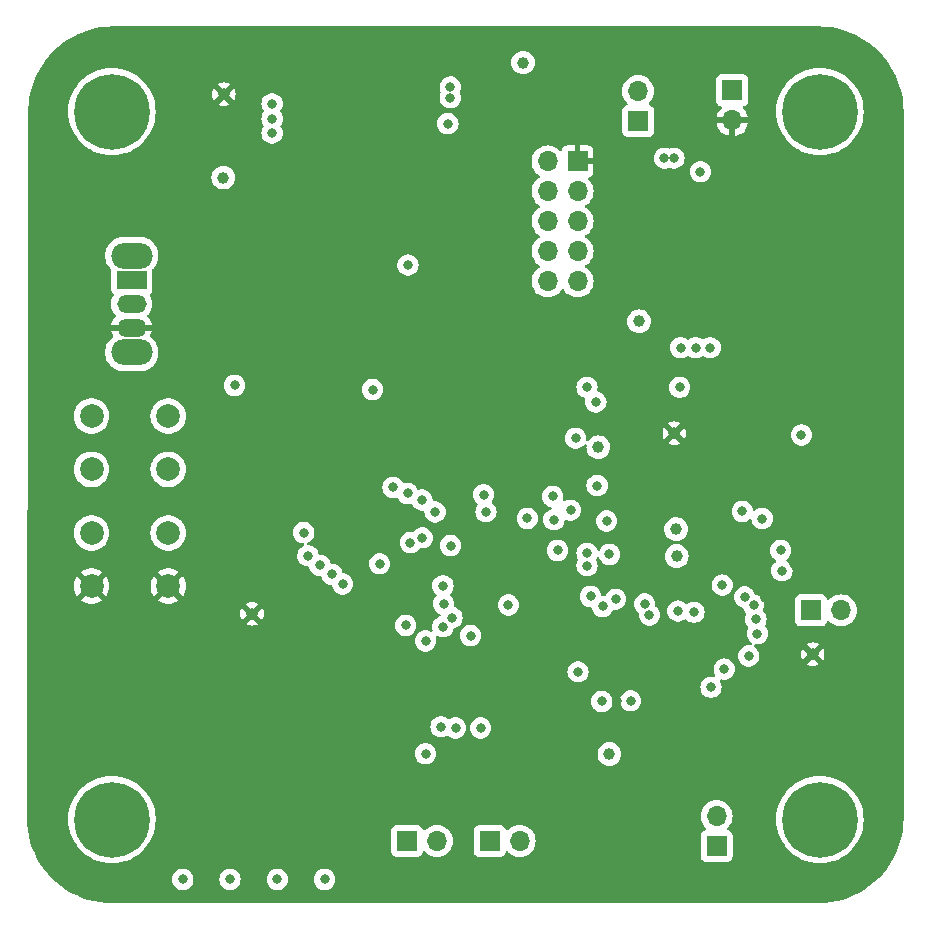
<source format=gbr>
%TF.GenerationSoftware,KiCad,Pcbnew,8.0.3-8.0.3-0~ubuntu22.04.1*%
%TF.CreationDate,2024-06-17T20:55:48-07:00*%
%TF.ProjectId,A1-FlightComputer,41312d46-6c69-4676-9874-436f6d707574,rev?*%
%TF.SameCoordinates,Original*%
%TF.FileFunction,Copper,L2,Inr*%
%TF.FilePolarity,Positive*%
%FSLAX46Y46*%
G04 Gerber Fmt 4.6, Leading zero omitted, Abs format (unit mm)*
G04 Created by KiCad (PCBNEW 8.0.3-8.0.3-0~ubuntu22.04.1) date 2024-06-17 20:55:48*
%MOMM*%
%LPD*%
G01*
G04 APERTURE LIST*
%TA.AperFunction,ComponentPad*%
%ADD10C,1.000000*%
%TD*%
%TA.AperFunction,ComponentPad*%
%ADD11C,6.400000*%
%TD*%
%TA.AperFunction,ComponentPad*%
%ADD12R,1.700000X1.700000*%
%TD*%
%TA.AperFunction,ComponentPad*%
%ADD13O,1.700000X1.700000*%
%TD*%
%TA.AperFunction,ComponentPad*%
%ADD14C,2.000000*%
%TD*%
%TA.AperFunction,ComponentPad*%
%ADD15O,3.500000X2.200000*%
%TD*%
%TA.AperFunction,ComponentPad*%
%ADD16R,2.500000X1.500000*%
%TD*%
%TA.AperFunction,ComponentPad*%
%ADD17O,2.500000X1.500000*%
%TD*%
%TA.AperFunction,ViaPad*%
%ADD18C,0.800000*%
%TD*%
G04 APERTURE END LIST*
D10*
%TO.N,GND*%
%TO.C,TP204*%
X137150000Y-47800000D03*
%TD*%
%TO.N,+BATT*%
%TO.C,TP401*%
X162486800Y-45106000D03*
%TD*%
%TO.N,GND*%
%TO.C,TP206*%
X187000000Y-95200000D03*
%TD*%
%TO.N,+5V*%
%TO.C,TP402*%
X172310000Y-67005600D03*
%TD*%
%TO.N,/Peripherals/I2C_SDA*%
%TO.C,TP201*%
X175449200Y-84614000D03*
%TD*%
D11*
%TO.N,unconnected-(H104-Pad1)*%
%TO.C,H104*%
X127678000Y-109200000D03*
%TD*%
D10*
%TO.N,GND*%
%TO.C,TP207*%
X139550000Y-91775000D03*
%TD*%
D12*
%TO.N,+5V*%
%TO.C,J301*%
X178875000Y-111450000D03*
D13*
%TO.N,Net-(J301-Pin_2)*%
X178875000Y-108910000D03*
%TD*%
D10*
%TO.N,GND*%
%TO.C,TP205*%
X175300000Y-76500000D03*
%TD*%
D14*
%TO.N,/STM32/NRST*%
%TO.C,SW202*%
X125950000Y-84937600D03*
X132450000Y-84937600D03*
%TO.N,GND*%
X125950000Y-89437600D03*
X132450000Y-89437600D03*
%TD*%
D12*
%TO.N,/Peripherals/I2C_SCL*%
%TO.C,J302*%
X186875000Y-91485000D03*
D13*
%TO.N,/Peripherals/I2C_SDA*%
X189415000Y-91485000D03*
%TD*%
D10*
%TO.N,/STM32/USB_OTG_ID*%
%TO.C,TP208*%
X168859200Y-77673200D03*
%TD*%
D15*
%TO.N,*%
%TO.C,SW203*%
X129350000Y-61450000D03*
X129350000Y-69650000D03*
D16*
%TO.N,+3V3*%
X129350000Y-63550000D03*
D17*
%TO.N,Net-(SW203-B)*%
X129350000Y-65550000D03*
%TO.N,GND*%
X129350000Y-67550000D03*
%TD*%
D10*
%TO.N,/Peripherals/Buzzer_ON*%
%TO.C,TP203*%
X169800000Y-103650000D03*
%TD*%
D12*
%TO.N,/STM32/PB8*%
%TO.C,J202*%
X152660000Y-111000000D03*
D13*
%TO.N,/STM32/PB9*%
X155200000Y-111000000D03*
%TD*%
D11*
%TO.N,unconnected-(H103-Pad1)*%
%TO.C,H103*%
X187622000Y-109200000D03*
%TD*%
D12*
%TO.N,/STM32/PC4*%
%TO.C,J201*%
X159660000Y-111000000D03*
D13*
%TO.N,/STM32/PC5*%
X162200000Y-111000000D03*
%TD*%
D14*
%TO.N,+3V3*%
%TO.C,SW201*%
X132450000Y-79552800D03*
X125950000Y-79552800D03*
%TO.N,Net-(R201-Pad1)*%
X132450000Y-75052800D03*
X125950000Y-75052800D03*
%TD*%
D10*
%TO.N,/Peripherals/I2C_SCL*%
%TO.C,TP202*%
X175500000Y-86900000D03*
%TD*%
D11*
%TO.N,unconnected-(H102-Pad1)*%
%TO.C,H102*%
X187622000Y-49256000D03*
%TD*%
D12*
%TO.N,GND*%
%TO.C,J203*%
X167100000Y-53480000D03*
D13*
%TO.N,+3V3*%
X164560000Y-53480000D03*
%TO.N,/STM32/JTMS{slash}SWDIO*%
X167100000Y-56020000D03*
%TO.N,/STM32/JTAG_CON*%
X164560000Y-56020000D03*
%TO.N,/STM32/JTCK{slash}SWCLK*%
X167100000Y-58560000D03*
%TO.N,/STM32/NJTRST*%
X164560000Y-58560000D03*
%TO.N,/STM32/JTDI*%
X167100000Y-61100000D03*
%TO.N,/STM32/JTDO{slash}TRACESWO*%
X164560000Y-61100000D03*
%TO.N,Net-(J203-Pin_9)*%
X167100000Y-63640000D03*
%TO.N,Net-(J203-Pin_10)*%
X164560000Y-63640000D03*
%TD*%
D12*
%TO.N,Net-(D401-A)*%
%TO.C,J401*%
X172239400Y-50071000D03*
D13*
%TO.N,Net-(J401-Pin_2)*%
X172239400Y-47531000D03*
%TD*%
D11*
%TO.N,unconnected-(H101-Pad1)*%
%TO.C,H101*%
X127678000Y-49256000D03*
%TD*%
D12*
%TO.N,Net-(J401-Pin_2)*%
%TO.C,SW401*%
X180200000Y-47460000D03*
D13*
%TO.N,GND*%
X180200000Y-50000000D03*
%TD*%
D10*
%TO.N,+3V3*%
%TO.C,TP403*%
X137100000Y-54850000D03*
%TD*%
D18*
%TO.N,GND*%
X190676000Y-78107400D03*
X183000000Y-90450000D03*
X135686800Y-88239600D03*
X180652000Y-58370000D03*
X170150000Y-71450000D03*
X143922000Y-83283200D03*
X185434400Y-55659200D03*
X177550000Y-85900000D03*
X150825200Y-92760800D03*
X166928800Y-78638400D03*
X180652000Y-57506400D03*
X160214400Y-53853600D03*
X175057200Y-105542800D03*
X184000000Y-85000000D03*
X173082800Y-56468000D03*
X189376000Y-76948200D03*
X177950000Y-90450000D03*
X158038800Y-103632000D03*
X190625200Y-75313400D03*
X145796000Y-78994000D03*
X171634100Y-90393200D03*
X168512500Y-98018000D03*
X151587200Y-72796400D03*
X140360400Y-76606400D03*
X159410400Y-91033600D03*
X146262400Y-73812400D03*
X178750000Y-91150000D03*
X190676000Y-82984200D03*
X152157600Y-53476200D03*
X176650000Y-98000000D03*
X175550000Y-95850000D03*
X141782800Y-83108800D03*
X170400000Y-99150000D03*
X190676000Y-80241000D03*
X153021200Y-53476200D03*
X185420000Y-87528400D03*
X138415200Y-75945600D03*
X156120000Y-45907000D03*
%TO.N,+3V3*%
X156120000Y-50275800D03*
X181600000Y-95350000D03*
X152742800Y-62258800D03*
X166928800Y-76911200D03*
X175600000Y-91550000D03*
X170334100Y-90543200D03*
X154228800Y-94081600D03*
X171600000Y-99150000D03*
X141235600Y-48599400D03*
X138065200Y-72445600D03*
X137672800Y-114273200D03*
X143922000Y-84908800D03*
X141235600Y-49869400D03*
X169570400Y-83921600D03*
X182000000Y-91050000D03*
X181250000Y-90350000D03*
X141235600Y-51088600D03*
X145682400Y-114265200D03*
X169150000Y-99200000D03*
X165404800Y-86410800D03*
X133673600Y-114264400D03*
X161239200Y-91033600D03*
X141682400Y-114265200D03*
X149758400Y-72796400D03*
X178400000Y-98000000D03*
X167140900Y-96697200D03*
X152552400Y-92760800D03*
%TO.N,+5V*%
X177100000Y-69250000D03*
X175830000Y-69250000D03*
X177502400Y-54356800D03*
X178319200Y-69250000D03*
%TO.N,/Peripherals/LED3*%
X155041600Y-83159600D03*
X147218400Y-89255600D03*
%TO.N,/Peripherals/LED2*%
X153924000Y-82143600D03*
X146304000Y-88442800D03*
%TO.N,/Peripherals/LED1*%
X152704800Y-81584800D03*
X145288000Y-87680800D03*
%TO.N,/Peripherals/LED0*%
X151485600Y-81076800D03*
X144272000Y-86868000D03*
%TO.N,+BATT*%
X175267200Y-53205600D03*
X175750000Y-72600000D03*
X156323200Y-47177000D03*
X156323200Y-48091400D03*
X167900000Y-72600000D03*
X186060500Y-76650000D03*
X174454400Y-53205600D03*
%TO.N,/STM32/PB8*%
X152950000Y-85750000D03*
%TO.N,/STM32/PB9*%
X153950000Y-85350000D03*
%TO.N,/STM32/PC4*%
X155702000Y-89408000D03*
%TO.N,/STM32/PC5*%
X156362400Y-86004400D03*
%TO.N,/Peripherals/I2C_SDA*%
X184302400Y-86410800D03*
X182200000Y-92250000D03*
X179350000Y-89350000D03*
X169223700Y-91160000D03*
%TO.N,/Peripherals/I2C_SCL*%
X184404000Y-88138000D03*
X182322800Y-93463200D03*
X169800000Y-86750000D03*
X168200000Y-90312500D03*
%TO.N,/STM32/QuadSPI_IO2*%
X156768800Y-101447600D03*
X155702000Y-92862400D03*
%TO.N,/STM32/QuadSPI_IO1*%
X155752800Y-90932000D03*
X155549600Y-101346000D03*
%TO.N,/STM32/QuadSPI_IO0*%
X158038800Y-93624400D03*
X156464000Y-92100400D03*
%TO.N,/STM32/USB_OTG_ID*%
X168757600Y-80924400D03*
%TO.N,/STM32/QuadSPI_NCS*%
X154228800Y-103632000D03*
X158902400Y-101447600D03*
%TO.N,/Peripherals/BME_CS*%
X182727600Y-83718400D03*
X166522400Y-83007200D03*
%TO.N,/Peripherals/BME_INT*%
X181051200Y-83108800D03*
X164998400Y-81838800D03*
%TO.N,/Peripherals/LSM_INT1*%
X165100000Y-83820000D03*
X167900000Y-86650000D03*
%TO.N,/Peripherals/LSM_INT2*%
X167900000Y-87700000D03*
X159150000Y-81700000D03*
X179522800Y-96463200D03*
X176954800Y-91650000D03*
%TO.N,Net-(U201-PA3)*%
X168650000Y-73850000D03*
X150350000Y-87550000D03*
%TO.N,/Peripherals/ADX_INT1*%
X173184100Y-91893200D03*
X159350000Y-83150000D03*
%TO.N,/Peripherals/ADX_INT2*%
X172784100Y-90943200D03*
X162850000Y-83700000D03*
%TD*%
%TA.AperFunction,Conductor*%
%TO.N,GND*%
G36*
X187442392Y-42056494D02*
G01*
X187442459Y-42056501D01*
X187452404Y-42056501D01*
X187497785Y-42056501D01*
X187502211Y-42056580D01*
X188009192Y-42074686D01*
X188017984Y-42075314D01*
X188520217Y-42129310D01*
X188528933Y-42130563D01*
X189026032Y-42220250D01*
X189034640Y-42222123D01*
X189524051Y-42347038D01*
X189532531Y-42349528D01*
X189824324Y-42446646D01*
X190011758Y-42509030D01*
X190020052Y-42512123D01*
X190486685Y-42705409D01*
X190494736Y-42709086D01*
X190831037Y-42877426D01*
X190946400Y-42935173D01*
X190954147Y-42939403D01*
X191388547Y-43197143D01*
X191395970Y-43201914D01*
X191634073Y-43367232D01*
X191810865Y-43489981D01*
X191817951Y-43495286D01*
X192211213Y-43812197D01*
X192217903Y-43817993D01*
X192587573Y-44162167D01*
X192593832Y-44168426D01*
X192938006Y-44538096D01*
X192943802Y-44544786D01*
X193260713Y-44938048D01*
X193266018Y-44945134D01*
X193437573Y-45192220D01*
X193552437Y-45357656D01*
X193554077Y-45360017D01*
X193558860Y-45367459D01*
X193815288Y-45799647D01*
X193816587Y-45801835D01*
X193820829Y-45809604D01*
X194046913Y-46261263D01*
X194050590Y-46269314D01*
X194243876Y-46735947D01*
X194246969Y-46744241D01*
X194406469Y-47223462D01*
X194408963Y-47231955D01*
X194533871Y-47721339D01*
X194535753Y-47729988D01*
X194625432Y-48227043D01*
X194626692Y-48235805D01*
X194680683Y-48737997D01*
X194681314Y-48746826D01*
X194699420Y-49253787D01*
X194699499Y-49258213D01*
X194699499Y-109075785D01*
X194699420Y-109080211D01*
X194681314Y-109587173D01*
X194680683Y-109596002D01*
X194626692Y-110098194D01*
X194625432Y-110106956D01*
X194535753Y-110604011D01*
X194533871Y-110612660D01*
X194408963Y-111102044D01*
X194406469Y-111110537D01*
X194246969Y-111589758D01*
X194243876Y-111598052D01*
X194050590Y-112064685D01*
X194046913Y-112072736D01*
X193820829Y-112524395D01*
X193816587Y-112532164D01*
X193558863Y-112966535D01*
X193554077Y-112973982D01*
X193266018Y-113388865D01*
X193260713Y-113395951D01*
X192943802Y-113789213D01*
X192938006Y-113795903D01*
X192593832Y-114165573D01*
X192587573Y-114171832D01*
X192217903Y-114516006D01*
X192211213Y-114521802D01*
X191817951Y-114838713D01*
X191810865Y-114844018D01*
X191395982Y-115132077D01*
X191388535Y-115136863D01*
X190954164Y-115394587D01*
X190946395Y-115398829D01*
X190494736Y-115624913D01*
X190486685Y-115628590D01*
X190020052Y-115821876D01*
X190011758Y-115824969D01*
X189532537Y-115984469D01*
X189524044Y-115986963D01*
X189034660Y-116111871D01*
X189026011Y-116113753D01*
X188528956Y-116203432D01*
X188520194Y-116204692D01*
X188018002Y-116258683D01*
X188009173Y-116259314D01*
X187502211Y-116277420D01*
X187497785Y-116277499D01*
X127680215Y-116277499D01*
X127675789Y-116277420D01*
X127168826Y-116259314D01*
X127159997Y-116258683D01*
X126657805Y-116204692D01*
X126649043Y-116203432D01*
X126151988Y-116113753D01*
X126143339Y-116111871D01*
X125653955Y-115986963D01*
X125645462Y-115984469D01*
X125166241Y-115824969D01*
X125157947Y-115821876D01*
X124691314Y-115628590D01*
X124683263Y-115624913D01*
X124231604Y-115398829D01*
X124223842Y-115394591D01*
X123789459Y-115136860D01*
X123782017Y-115132077D01*
X123367134Y-114844018D01*
X123360048Y-114838713D01*
X122966786Y-114521802D01*
X122960096Y-114516006D01*
X122689851Y-114264400D01*
X132768140Y-114264400D01*
X132787926Y-114452656D01*
X132787927Y-114452659D01*
X132846418Y-114632677D01*
X132846421Y-114632684D01*
X132941067Y-114796616D01*
X133067729Y-114937288D01*
X133220865Y-115048548D01*
X133220870Y-115048551D01*
X133393792Y-115125542D01*
X133393797Y-115125544D01*
X133578954Y-115164900D01*
X133578955Y-115164900D01*
X133768244Y-115164900D01*
X133768246Y-115164900D01*
X133953403Y-115125544D01*
X134126330Y-115048551D01*
X134279471Y-114937288D01*
X134406133Y-114796616D01*
X134500779Y-114632684D01*
X134559274Y-114452656D01*
X134578135Y-114273200D01*
X136767340Y-114273200D01*
X136787126Y-114461456D01*
X136787127Y-114461459D01*
X136845618Y-114641477D01*
X136845621Y-114641484D01*
X136940267Y-114805416D01*
X137059005Y-114937288D01*
X137066929Y-114946088D01*
X137220065Y-115057348D01*
X137220070Y-115057351D01*
X137392992Y-115134342D01*
X137392997Y-115134344D01*
X137578154Y-115173700D01*
X137578155Y-115173700D01*
X137767444Y-115173700D01*
X137767446Y-115173700D01*
X137952603Y-115134344D01*
X138125530Y-115057351D01*
X138278671Y-114946088D01*
X138405333Y-114805416D01*
X138499979Y-114641484D01*
X138558474Y-114461456D01*
X138578260Y-114273200D01*
X138577419Y-114265200D01*
X140776940Y-114265200D01*
X140796726Y-114453456D01*
X140796727Y-114453459D01*
X140855218Y-114633477D01*
X140855221Y-114633484D01*
X140949867Y-114797416D01*
X140989557Y-114841496D01*
X141076529Y-114938088D01*
X141229665Y-115049348D01*
X141229670Y-115049351D01*
X141402592Y-115126342D01*
X141402597Y-115126344D01*
X141587754Y-115165700D01*
X141587755Y-115165700D01*
X141777044Y-115165700D01*
X141777046Y-115165700D01*
X141962203Y-115126344D01*
X142135130Y-115049351D01*
X142288271Y-114938088D01*
X142414933Y-114797416D01*
X142509579Y-114633484D01*
X142568074Y-114453456D01*
X142587860Y-114265200D01*
X144776940Y-114265200D01*
X144796726Y-114453456D01*
X144796727Y-114453459D01*
X144855218Y-114633477D01*
X144855221Y-114633484D01*
X144949867Y-114797416D01*
X144989557Y-114841496D01*
X145076529Y-114938088D01*
X145229665Y-115049348D01*
X145229670Y-115049351D01*
X145402592Y-115126342D01*
X145402597Y-115126344D01*
X145587754Y-115165700D01*
X145587755Y-115165700D01*
X145777044Y-115165700D01*
X145777046Y-115165700D01*
X145962203Y-115126344D01*
X146135130Y-115049351D01*
X146288271Y-114938088D01*
X146414933Y-114797416D01*
X146509579Y-114633484D01*
X146568074Y-114453456D01*
X146587860Y-114265200D01*
X146568074Y-114076944D01*
X146509579Y-113896916D01*
X146414933Y-113732984D01*
X146288271Y-113592312D01*
X146287169Y-113591511D01*
X146135134Y-113481051D01*
X146135129Y-113481048D01*
X145962207Y-113404057D01*
X145962202Y-113404055D01*
X145814683Y-113372700D01*
X145777046Y-113364700D01*
X145587754Y-113364700D01*
X145555297Y-113371598D01*
X145402597Y-113404055D01*
X145402592Y-113404057D01*
X145229670Y-113481048D01*
X145229665Y-113481051D01*
X145076529Y-113592311D01*
X144949866Y-113732985D01*
X144855221Y-113896915D01*
X144855218Y-113896922D01*
X144796987Y-114076140D01*
X144796726Y-114076944D01*
X144776940Y-114265200D01*
X142587860Y-114265200D01*
X142568074Y-114076944D01*
X142509579Y-113896916D01*
X142414933Y-113732984D01*
X142288271Y-113592312D01*
X142287169Y-113591511D01*
X142135134Y-113481051D01*
X142135129Y-113481048D01*
X141962207Y-113404057D01*
X141962202Y-113404055D01*
X141814683Y-113372700D01*
X141777046Y-113364700D01*
X141587754Y-113364700D01*
X141555297Y-113371598D01*
X141402597Y-113404055D01*
X141402592Y-113404057D01*
X141229670Y-113481048D01*
X141229665Y-113481051D01*
X141076529Y-113592311D01*
X140949866Y-113732985D01*
X140855221Y-113896915D01*
X140855218Y-113896922D01*
X140796987Y-114076140D01*
X140796726Y-114076944D01*
X140776940Y-114265200D01*
X138577419Y-114265200D01*
X138558474Y-114084944D01*
X138499979Y-113904916D01*
X138405333Y-113740984D01*
X138278671Y-113600312D01*
X138266559Y-113591512D01*
X138125534Y-113489051D01*
X138125529Y-113489048D01*
X137952607Y-113412057D01*
X137952602Y-113412055D01*
X137806801Y-113381065D01*
X137767446Y-113372700D01*
X137578154Y-113372700D01*
X137545697Y-113379598D01*
X137392997Y-113412055D01*
X137392992Y-113412057D01*
X137220070Y-113489048D01*
X137220065Y-113489051D01*
X137066929Y-113600311D01*
X136940266Y-113740985D01*
X136845621Y-113904915D01*
X136845618Y-113904922D01*
X136789725Y-114076944D01*
X136787126Y-114084944D01*
X136767340Y-114273200D01*
X134578135Y-114273200D01*
X134579060Y-114264400D01*
X134559274Y-114076144D01*
X134500779Y-113896116D01*
X134406133Y-113732184D01*
X134279471Y-113591512D01*
X134279470Y-113591511D01*
X134126334Y-113480251D01*
X134126329Y-113480248D01*
X133953407Y-113403257D01*
X133953402Y-113403255D01*
X133807601Y-113372265D01*
X133768246Y-113363900D01*
X133578954Y-113363900D01*
X133546497Y-113370798D01*
X133393797Y-113403255D01*
X133393792Y-113403257D01*
X133220870Y-113480248D01*
X133220865Y-113480251D01*
X133067729Y-113591511D01*
X132941066Y-113732185D01*
X132846421Y-113896115D01*
X132846418Y-113896122D01*
X132787927Y-114076140D01*
X132787926Y-114076144D01*
X132768140Y-114264400D01*
X122689851Y-114264400D01*
X122590426Y-114171832D01*
X122584167Y-114165573D01*
X122239993Y-113795903D01*
X122234197Y-113789213D01*
X121917286Y-113395951D01*
X121911981Y-113388865D01*
X121860789Y-113315136D01*
X121623914Y-112973970D01*
X121619143Y-112966547D01*
X121361403Y-112532147D01*
X121357170Y-112524395D01*
X121131086Y-112072736D01*
X121127409Y-112064685D01*
X120934123Y-111598052D01*
X120931030Y-111589758D01*
X120860578Y-111378084D01*
X120771528Y-111110531D01*
X120769036Y-111102044D01*
X120644123Y-110612640D01*
X120642250Y-110604032D01*
X120552563Y-110106933D01*
X120551310Y-110098217D01*
X120497314Y-109595984D01*
X120496686Y-109587191D01*
X120482857Y-109199999D01*
X123972422Y-109199999D01*
X123972422Y-109200000D01*
X123992722Y-109587339D01*
X124047244Y-109931580D01*
X124053398Y-109970433D01*
X124088685Y-110102128D01*
X124153788Y-110345094D01*
X124292787Y-110707197D01*
X124468877Y-111052793D01*
X124680122Y-111378082D01*
X124749425Y-111463664D01*
X124924219Y-111679516D01*
X125198484Y-111953781D01*
X125198488Y-111953784D01*
X125499917Y-112197877D01*
X125825206Y-112409122D01*
X125825211Y-112409125D01*
X126170806Y-112585214D01*
X126532913Y-112724214D01*
X126907567Y-112824602D01*
X127290662Y-112885278D01*
X127656576Y-112904455D01*
X127677999Y-112905578D01*
X127678000Y-112905578D01*
X127678001Y-112905578D01*
X127698301Y-112904514D01*
X128065338Y-112885278D01*
X128448433Y-112824602D01*
X128823087Y-112724214D01*
X129185194Y-112585214D01*
X129530789Y-112409125D01*
X129856084Y-112197876D01*
X130157516Y-111953781D01*
X130431781Y-111679516D01*
X130675876Y-111378084D01*
X130887125Y-111052789D01*
X131063214Y-110707194D01*
X131202214Y-110345087D01*
X131267313Y-110102135D01*
X151309500Y-110102135D01*
X151309500Y-111897870D01*
X151309501Y-111897876D01*
X151315908Y-111957483D01*
X151366202Y-112092328D01*
X151366206Y-112092335D01*
X151452452Y-112207544D01*
X151452455Y-112207547D01*
X151567664Y-112293793D01*
X151567671Y-112293797D01*
X151702517Y-112344091D01*
X151702516Y-112344091D01*
X151709444Y-112344835D01*
X151762127Y-112350500D01*
X153557872Y-112350499D01*
X153617483Y-112344091D01*
X153752331Y-112293796D01*
X153867546Y-112207546D01*
X153953796Y-112092331D01*
X154002810Y-111960916D01*
X154044681Y-111904984D01*
X154110145Y-111880566D01*
X154178418Y-111895417D01*
X154206673Y-111916569D01*
X154328599Y-112038495D01*
X154425384Y-112106265D01*
X154522165Y-112174032D01*
X154522167Y-112174033D01*
X154522170Y-112174035D01*
X154736337Y-112273903D01*
X154964592Y-112335063D01*
X155141034Y-112350500D01*
X155199999Y-112355659D01*
X155200000Y-112355659D01*
X155200001Y-112355659D01*
X155258966Y-112350500D01*
X155435408Y-112335063D01*
X155663663Y-112273903D01*
X155877830Y-112174035D01*
X156071401Y-112038495D01*
X156238495Y-111871401D01*
X156374035Y-111677830D01*
X156473903Y-111463663D01*
X156535063Y-111235408D01*
X156555659Y-111000000D01*
X156535063Y-110764592D01*
X156473903Y-110536337D01*
X156374035Y-110322171D01*
X156318218Y-110242455D01*
X156238494Y-110128597D01*
X156212032Y-110102135D01*
X158309500Y-110102135D01*
X158309500Y-111897870D01*
X158309501Y-111897876D01*
X158315908Y-111957483D01*
X158366202Y-112092328D01*
X158366206Y-112092335D01*
X158452452Y-112207544D01*
X158452455Y-112207547D01*
X158567664Y-112293793D01*
X158567671Y-112293797D01*
X158702517Y-112344091D01*
X158702516Y-112344091D01*
X158709444Y-112344835D01*
X158762127Y-112350500D01*
X160557872Y-112350499D01*
X160617483Y-112344091D01*
X160752331Y-112293796D01*
X160867546Y-112207546D01*
X160953796Y-112092331D01*
X161002810Y-111960916D01*
X161044681Y-111904984D01*
X161110145Y-111880566D01*
X161178418Y-111895417D01*
X161206673Y-111916569D01*
X161328599Y-112038495D01*
X161425384Y-112106265D01*
X161522165Y-112174032D01*
X161522167Y-112174033D01*
X161522170Y-112174035D01*
X161736337Y-112273903D01*
X161964592Y-112335063D01*
X162141034Y-112350500D01*
X162199999Y-112355659D01*
X162200000Y-112355659D01*
X162200001Y-112355659D01*
X162258966Y-112350500D01*
X162435408Y-112335063D01*
X162663663Y-112273903D01*
X162877830Y-112174035D01*
X163071401Y-112038495D01*
X163238495Y-111871401D01*
X163374035Y-111677830D01*
X163473903Y-111463663D01*
X163535063Y-111235408D01*
X163555659Y-111000000D01*
X163535063Y-110764592D01*
X163473903Y-110536337D01*
X163374035Y-110322171D01*
X163318218Y-110242455D01*
X163238494Y-110128597D01*
X163071402Y-109961506D01*
X163071395Y-109961501D01*
X162877834Y-109825967D01*
X162877830Y-109825965D01*
X162877828Y-109825964D01*
X162663663Y-109726097D01*
X162663659Y-109726096D01*
X162663655Y-109726094D01*
X162435413Y-109664938D01*
X162435403Y-109664936D01*
X162200001Y-109644341D01*
X162199999Y-109644341D01*
X161964596Y-109664936D01*
X161964586Y-109664938D01*
X161736344Y-109726094D01*
X161736335Y-109726098D01*
X161522171Y-109825964D01*
X161522169Y-109825965D01*
X161328600Y-109961503D01*
X161206673Y-110083430D01*
X161145350Y-110116914D01*
X161075658Y-110111930D01*
X161019725Y-110070058D01*
X161002810Y-110039081D01*
X160953797Y-109907671D01*
X160953793Y-109907664D01*
X160867547Y-109792455D01*
X160867544Y-109792452D01*
X160752335Y-109706206D01*
X160752328Y-109706202D01*
X160617482Y-109655908D01*
X160617483Y-109655908D01*
X160557883Y-109649501D01*
X160557881Y-109649500D01*
X160557873Y-109649500D01*
X160557864Y-109649500D01*
X158762129Y-109649500D01*
X158762123Y-109649501D01*
X158702516Y-109655908D01*
X158567671Y-109706202D01*
X158567664Y-109706206D01*
X158452455Y-109792452D01*
X158452452Y-109792455D01*
X158366206Y-109907664D01*
X158366202Y-109907671D01*
X158315908Y-110042517D01*
X158309501Y-110102116D01*
X158309500Y-110102135D01*
X156212032Y-110102135D01*
X156071402Y-109961506D01*
X156071395Y-109961501D01*
X155877834Y-109825967D01*
X155877830Y-109825965D01*
X155877828Y-109825964D01*
X155663663Y-109726097D01*
X155663659Y-109726096D01*
X155663655Y-109726094D01*
X155435413Y-109664938D01*
X155435403Y-109664936D01*
X155200001Y-109644341D01*
X155199999Y-109644341D01*
X154964596Y-109664936D01*
X154964586Y-109664938D01*
X154736344Y-109726094D01*
X154736335Y-109726098D01*
X154522171Y-109825964D01*
X154522169Y-109825965D01*
X154328600Y-109961503D01*
X154206673Y-110083430D01*
X154145350Y-110116914D01*
X154075658Y-110111930D01*
X154019725Y-110070058D01*
X154002810Y-110039081D01*
X153953797Y-109907671D01*
X153953793Y-109907664D01*
X153867547Y-109792455D01*
X153867544Y-109792452D01*
X153752335Y-109706206D01*
X153752328Y-109706202D01*
X153617482Y-109655908D01*
X153617483Y-109655908D01*
X153557883Y-109649501D01*
X153557881Y-109649500D01*
X153557873Y-109649500D01*
X153557864Y-109649500D01*
X151762129Y-109649500D01*
X151762123Y-109649501D01*
X151702516Y-109655908D01*
X151567671Y-109706202D01*
X151567664Y-109706206D01*
X151452455Y-109792452D01*
X151452452Y-109792455D01*
X151366206Y-109907664D01*
X151366202Y-109907671D01*
X151315908Y-110042517D01*
X151309501Y-110102116D01*
X151309500Y-110102135D01*
X131267313Y-110102135D01*
X131302602Y-109970433D01*
X131363278Y-109587338D01*
X131383578Y-109200000D01*
X131368379Y-108909999D01*
X177519341Y-108909999D01*
X177519341Y-108910000D01*
X177539936Y-109145403D01*
X177539938Y-109145413D01*
X177601094Y-109373655D01*
X177601096Y-109373659D01*
X177601097Y-109373663D01*
X177700659Y-109587173D01*
X177700965Y-109587830D01*
X177700967Y-109587834D01*
X177783850Y-109706202D01*
X177836501Y-109781396D01*
X177836506Y-109781402D01*
X177958430Y-109903326D01*
X177991915Y-109964649D01*
X177986931Y-110034341D01*
X177945059Y-110090274D01*
X177914083Y-110107189D01*
X177782669Y-110156203D01*
X177782664Y-110156206D01*
X177667455Y-110242452D01*
X177667452Y-110242455D01*
X177581206Y-110357664D01*
X177581202Y-110357671D01*
X177530908Y-110492517D01*
X177526197Y-110536344D01*
X177524501Y-110552123D01*
X177524500Y-110552135D01*
X177524500Y-112347870D01*
X177524501Y-112347876D01*
X177530908Y-112407483D01*
X177581202Y-112542328D01*
X177581206Y-112542335D01*
X177667452Y-112657544D01*
X177667455Y-112657547D01*
X177782664Y-112743793D01*
X177782671Y-112743797D01*
X177917517Y-112794091D01*
X177917516Y-112794091D01*
X177924444Y-112794835D01*
X177977127Y-112800500D01*
X179772872Y-112800499D01*
X179832483Y-112794091D01*
X179967331Y-112743796D01*
X180082546Y-112657546D01*
X180168796Y-112542331D01*
X180219091Y-112407483D01*
X180225500Y-112347873D01*
X180225499Y-110552128D01*
X180219091Y-110492517D01*
X180186135Y-110404158D01*
X180168797Y-110357671D01*
X180168793Y-110357664D01*
X180082547Y-110242455D01*
X180082544Y-110242452D01*
X179967335Y-110156206D01*
X179967328Y-110156202D01*
X179835917Y-110107189D01*
X179779983Y-110065318D01*
X179755566Y-109999853D01*
X179770418Y-109931580D01*
X179791563Y-109903332D01*
X179913495Y-109781401D01*
X180049035Y-109587830D01*
X180148903Y-109373663D01*
X180195436Y-109199999D01*
X183916422Y-109199999D01*
X183916422Y-109200000D01*
X183936722Y-109587339D01*
X183991244Y-109931580D01*
X183997398Y-109970433D01*
X184032685Y-110102128D01*
X184097788Y-110345094D01*
X184236787Y-110707197D01*
X184412877Y-111052793D01*
X184624122Y-111378082D01*
X184693425Y-111463664D01*
X184868219Y-111679516D01*
X185142484Y-111953781D01*
X185142488Y-111953784D01*
X185443917Y-112197877D01*
X185769206Y-112409122D01*
X185769211Y-112409125D01*
X186114806Y-112585214D01*
X186476913Y-112724214D01*
X186851567Y-112824602D01*
X187234662Y-112885278D01*
X187600576Y-112904455D01*
X187621999Y-112905578D01*
X187622000Y-112905578D01*
X187622001Y-112905578D01*
X187642301Y-112904514D01*
X188009338Y-112885278D01*
X188392433Y-112824602D01*
X188767087Y-112724214D01*
X189129194Y-112585214D01*
X189474789Y-112409125D01*
X189800084Y-112197876D01*
X190101516Y-111953781D01*
X190375781Y-111679516D01*
X190619876Y-111378084D01*
X190831125Y-111052789D01*
X191007214Y-110707194D01*
X191146214Y-110345087D01*
X191246602Y-109970433D01*
X191307278Y-109587338D01*
X191327578Y-109200000D01*
X191307278Y-108812662D01*
X191246602Y-108429567D01*
X191146214Y-108054913D01*
X191007214Y-107692806D01*
X190831125Y-107347211D01*
X190619876Y-107021916D01*
X190375781Y-106720484D01*
X190101516Y-106446219D01*
X189800084Y-106202124D01*
X189800082Y-106202122D01*
X189474793Y-105990877D01*
X189129197Y-105814787D01*
X188767094Y-105675788D01*
X188767087Y-105675786D01*
X188392433Y-105575398D01*
X188392429Y-105575397D01*
X188392428Y-105575397D01*
X188009339Y-105514722D01*
X187622001Y-105494422D01*
X187621999Y-105494422D01*
X187234660Y-105514722D01*
X186851572Y-105575397D01*
X186851570Y-105575397D01*
X186476905Y-105675788D01*
X186114802Y-105814787D01*
X185769206Y-105990877D01*
X185443917Y-106202122D01*
X185142488Y-106446215D01*
X185142480Y-106446222D01*
X184868222Y-106720480D01*
X184868215Y-106720488D01*
X184624122Y-107021917D01*
X184412877Y-107347206D01*
X184236787Y-107692802D01*
X184097788Y-108054905D01*
X183997397Y-108429570D01*
X183997397Y-108429572D01*
X183936722Y-108812660D01*
X183916422Y-109199999D01*
X180195436Y-109199999D01*
X180210063Y-109145408D01*
X180230659Y-108910000D01*
X180210063Y-108674592D01*
X180148903Y-108446337D01*
X180049035Y-108232171D01*
X179924919Y-108054913D01*
X179913494Y-108038597D01*
X179746402Y-107871506D01*
X179746395Y-107871501D01*
X179552834Y-107735967D01*
X179552830Y-107735965D01*
X179460275Y-107692806D01*
X179338663Y-107636097D01*
X179338659Y-107636096D01*
X179338655Y-107636094D01*
X179110413Y-107574938D01*
X179110403Y-107574936D01*
X178875001Y-107554341D01*
X178874999Y-107554341D01*
X178639596Y-107574936D01*
X178639586Y-107574938D01*
X178411344Y-107636094D01*
X178411335Y-107636098D01*
X178197171Y-107735964D01*
X178197169Y-107735965D01*
X178003597Y-107871505D01*
X177836505Y-108038597D01*
X177700965Y-108232169D01*
X177700964Y-108232171D01*
X177601098Y-108446335D01*
X177601094Y-108446344D01*
X177539938Y-108674586D01*
X177539936Y-108674596D01*
X177519341Y-108909999D01*
X131368379Y-108909999D01*
X131363278Y-108812662D01*
X131302602Y-108429567D01*
X131202214Y-108054913D01*
X131063214Y-107692806D01*
X130887125Y-107347211D01*
X130675876Y-107021916D01*
X130431781Y-106720484D01*
X130157516Y-106446219D01*
X129856084Y-106202124D01*
X129856082Y-106202122D01*
X129530793Y-105990877D01*
X129185197Y-105814787D01*
X128823094Y-105675788D01*
X128823087Y-105675786D01*
X128448433Y-105575398D01*
X128448429Y-105575397D01*
X128448428Y-105575397D01*
X128065339Y-105514722D01*
X127678001Y-105494422D01*
X127677999Y-105494422D01*
X127290660Y-105514722D01*
X126907572Y-105575397D01*
X126907570Y-105575397D01*
X126532905Y-105675788D01*
X126170802Y-105814787D01*
X125825206Y-105990877D01*
X125499917Y-106202122D01*
X125198488Y-106446215D01*
X125198480Y-106446222D01*
X124924222Y-106720480D01*
X124924215Y-106720488D01*
X124680122Y-107021917D01*
X124468877Y-107347206D01*
X124292787Y-107692802D01*
X124153788Y-108054905D01*
X124053397Y-108429570D01*
X124053397Y-108429572D01*
X123992722Y-108812660D01*
X123972422Y-109199999D01*
X120482857Y-109199999D01*
X120478583Y-109080327D01*
X120478505Y-109075729D01*
X120489606Y-103632000D01*
X153323340Y-103632000D01*
X153343126Y-103820256D01*
X153343127Y-103820259D01*
X153401618Y-104000277D01*
X153401621Y-104000284D01*
X153496267Y-104164216D01*
X153536175Y-104208538D01*
X153622929Y-104304888D01*
X153776065Y-104416148D01*
X153776070Y-104416151D01*
X153948992Y-104493142D01*
X153948997Y-104493144D01*
X154134154Y-104532500D01*
X154134155Y-104532500D01*
X154323444Y-104532500D01*
X154323446Y-104532500D01*
X154508603Y-104493144D01*
X154681530Y-104416151D01*
X154834671Y-104304888D01*
X154961333Y-104164216D01*
X155055979Y-104000284D01*
X155114474Y-103820256D01*
X155132368Y-103650000D01*
X168794659Y-103650000D01*
X168813975Y-103846129D01*
X168871188Y-104034733D01*
X168964086Y-104208532D01*
X168964090Y-104208539D01*
X169089116Y-104360883D01*
X169241460Y-104485909D01*
X169241467Y-104485913D01*
X169415266Y-104578811D01*
X169415269Y-104578811D01*
X169415273Y-104578814D01*
X169603868Y-104636024D01*
X169800000Y-104655341D01*
X169996132Y-104636024D01*
X170184727Y-104578814D01*
X170358538Y-104485910D01*
X170510883Y-104360883D01*
X170635910Y-104208538D01*
X170728814Y-104034727D01*
X170786024Y-103846132D01*
X170805341Y-103650000D01*
X170786024Y-103453868D01*
X170728814Y-103265273D01*
X170728811Y-103265269D01*
X170728811Y-103265266D01*
X170635913Y-103091467D01*
X170635909Y-103091460D01*
X170510883Y-102939116D01*
X170358539Y-102814090D01*
X170358532Y-102814086D01*
X170184733Y-102721188D01*
X170184727Y-102721186D01*
X169996132Y-102663976D01*
X169996129Y-102663975D01*
X169800000Y-102644659D01*
X169603870Y-102663975D01*
X169415266Y-102721188D01*
X169241467Y-102814086D01*
X169241460Y-102814090D01*
X169089116Y-102939116D01*
X168964090Y-103091460D01*
X168964086Y-103091467D01*
X168871188Y-103265266D01*
X168813975Y-103453870D01*
X168794659Y-103650000D01*
X155132368Y-103650000D01*
X155134260Y-103632000D01*
X155114474Y-103443744D01*
X155055979Y-103263716D01*
X154961333Y-103099784D01*
X154834671Y-102959112D01*
X154834670Y-102959111D01*
X154681534Y-102847851D01*
X154681529Y-102847848D01*
X154508607Y-102770857D01*
X154508602Y-102770855D01*
X154362801Y-102739865D01*
X154323446Y-102731500D01*
X154134154Y-102731500D01*
X154101697Y-102738398D01*
X153948997Y-102770855D01*
X153948992Y-102770857D01*
X153776070Y-102847848D01*
X153776065Y-102847851D01*
X153622929Y-102959111D01*
X153496266Y-103099785D01*
X153401621Y-103263715D01*
X153401618Y-103263722D01*
X153343127Y-103443740D01*
X153343126Y-103443744D01*
X153323340Y-103632000D01*
X120489606Y-103632000D01*
X120494268Y-101346000D01*
X154644140Y-101346000D01*
X154663926Y-101534256D01*
X154663927Y-101534259D01*
X154722418Y-101714277D01*
X154722421Y-101714284D01*
X154817067Y-101878216D01*
X154943729Y-102018888D01*
X155096865Y-102130148D01*
X155096870Y-102130151D01*
X155269792Y-102207142D01*
X155269797Y-102207144D01*
X155454954Y-102246500D01*
X155454955Y-102246500D01*
X155644244Y-102246500D01*
X155644246Y-102246500D01*
X155829403Y-102207144D01*
X156002330Y-102130151D01*
X156016392Y-102119933D01*
X156082198Y-102096453D01*
X156150252Y-102112278D01*
X156162164Y-102119933D01*
X156316065Y-102231748D01*
X156316070Y-102231751D01*
X156488992Y-102308742D01*
X156488997Y-102308744D01*
X156674154Y-102348100D01*
X156674155Y-102348100D01*
X156863444Y-102348100D01*
X156863446Y-102348100D01*
X157048603Y-102308744D01*
X157221530Y-102231751D01*
X157374671Y-102120488D01*
X157501333Y-101979816D01*
X157595979Y-101815884D01*
X157654474Y-101635856D01*
X157674260Y-101447600D01*
X157996940Y-101447600D01*
X158016726Y-101635856D01*
X158016727Y-101635859D01*
X158075218Y-101815877D01*
X158075221Y-101815884D01*
X158169867Y-101979816D01*
X158274888Y-102096453D01*
X158296529Y-102120488D01*
X158449665Y-102231748D01*
X158449670Y-102231751D01*
X158622592Y-102308742D01*
X158622597Y-102308744D01*
X158807754Y-102348100D01*
X158807755Y-102348100D01*
X158997044Y-102348100D01*
X158997046Y-102348100D01*
X159182203Y-102308744D01*
X159355130Y-102231751D01*
X159508271Y-102120488D01*
X159634933Y-101979816D01*
X159729579Y-101815884D01*
X159788074Y-101635856D01*
X159807860Y-101447600D01*
X159788074Y-101259344D01*
X159729579Y-101079316D01*
X159634933Y-100915384D01*
X159508271Y-100774712D01*
X159508270Y-100774711D01*
X159355134Y-100663451D01*
X159355129Y-100663448D01*
X159182207Y-100586457D01*
X159182202Y-100586455D01*
X159036401Y-100555465D01*
X158997046Y-100547100D01*
X158807754Y-100547100D01*
X158775297Y-100553998D01*
X158622597Y-100586455D01*
X158622592Y-100586457D01*
X158449670Y-100663448D01*
X158449665Y-100663451D01*
X158296529Y-100774711D01*
X158169866Y-100915385D01*
X158075221Y-101079315D01*
X158075218Y-101079322D01*
X158016727Y-101259340D01*
X158016726Y-101259344D01*
X157996940Y-101447600D01*
X157674260Y-101447600D01*
X157654474Y-101259344D01*
X157595979Y-101079316D01*
X157501333Y-100915384D01*
X157374671Y-100774712D01*
X157374670Y-100774711D01*
X157221534Y-100663451D01*
X157221529Y-100663448D01*
X157048607Y-100586457D01*
X157048602Y-100586455D01*
X156902801Y-100555465D01*
X156863446Y-100547100D01*
X156674154Y-100547100D01*
X156641697Y-100553998D01*
X156488997Y-100586455D01*
X156488992Y-100586457D01*
X156316069Y-100663449D01*
X156302002Y-100673669D01*
X156236195Y-100697146D01*
X156168142Y-100681318D01*
X156156236Y-100673667D01*
X156036197Y-100586455D01*
X156002330Y-100561849D01*
X156002328Y-100561848D01*
X156002329Y-100561848D01*
X155829407Y-100484857D01*
X155829402Y-100484855D01*
X155683601Y-100453865D01*
X155644246Y-100445500D01*
X155454954Y-100445500D01*
X155422497Y-100452398D01*
X155269797Y-100484855D01*
X155269792Y-100484857D01*
X155096870Y-100561848D01*
X155096865Y-100561851D01*
X154943729Y-100673111D01*
X154817066Y-100813785D01*
X154722421Y-100977715D01*
X154722418Y-100977722D01*
X154663927Y-101157740D01*
X154663926Y-101157744D01*
X154644140Y-101346000D01*
X120494268Y-101346000D01*
X120498644Y-99200000D01*
X168244540Y-99200000D01*
X168264326Y-99388256D01*
X168264327Y-99388259D01*
X168322818Y-99568277D01*
X168322821Y-99568284D01*
X168417467Y-99732216D01*
X168499109Y-99822888D01*
X168544129Y-99872888D01*
X168697265Y-99984148D01*
X168697270Y-99984151D01*
X168870192Y-100061142D01*
X168870197Y-100061144D01*
X169055354Y-100100500D01*
X169055355Y-100100500D01*
X169244644Y-100100500D01*
X169244646Y-100100500D01*
X169429803Y-100061144D01*
X169602730Y-99984151D01*
X169755871Y-99872888D01*
X169882533Y-99732216D01*
X169977179Y-99568284D01*
X170035674Y-99388256D01*
X170055460Y-99200000D01*
X170050205Y-99150000D01*
X170694540Y-99150000D01*
X170714326Y-99338256D01*
X170714327Y-99338259D01*
X170772818Y-99518277D01*
X170772821Y-99518284D01*
X170867467Y-99682216D01*
X170994129Y-99822888D01*
X171147265Y-99934148D01*
X171147270Y-99934151D01*
X171320192Y-100011142D01*
X171320197Y-100011144D01*
X171505354Y-100050500D01*
X171505355Y-100050500D01*
X171694644Y-100050500D01*
X171694646Y-100050500D01*
X171879803Y-100011144D01*
X172052730Y-99934151D01*
X172205871Y-99822888D01*
X172332533Y-99682216D01*
X172427179Y-99518284D01*
X172485674Y-99338256D01*
X172505460Y-99150000D01*
X172485674Y-98961744D01*
X172427179Y-98781716D01*
X172332533Y-98617784D01*
X172205871Y-98477112D01*
X172205870Y-98477111D01*
X172052734Y-98365851D01*
X172052729Y-98365848D01*
X171879807Y-98288857D01*
X171879802Y-98288855D01*
X171734001Y-98257865D01*
X171694646Y-98249500D01*
X171505354Y-98249500D01*
X171472897Y-98256398D01*
X171320197Y-98288855D01*
X171320192Y-98288857D01*
X171147270Y-98365848D01*
X171147265Y-98365851D01*
X170994129Y-98477111D01*
X170867466Y-98617785D01*
X170772821Y-98781715D01*
X170772818Y-98781722D01*
X170714327Y-98961740D01*
X170714326Y-98961744D01*
X170694540Y-99150000D01*
X170050205Y-99150000D01*
X170035674Y-99011744D01*
X169977179Y-98831716D01*
X169882533Y-98667784D01*
X169755871Y-98527112D01*
X169687052Y-98477112D01*
X169602734Y-98415851D01*
X169602729Y-98415848D01*
X169429807Y-98338857D01*
X169429802Y-98338855D01*
X169284001Y-98307865D01*
X169244646Y-98299500D01*
X169055354Y-98299500D01*
X169022897Y-98306398D01*
X168870197Y-98338855D01*
X168870192Y-98338857D01*
X168697270Y-98415848D01*
X168697265Y-98415851D01*
X168544129Y-98527111D01*
X168417466Y-98667785D01*
X168322821Y-98831715D01*
X168322818Y-98831722D01*
X168280573Y-98961740D01*
X168264326Y-99011744D01*
X168244540Y-99200000D01*
X120498644Y-99200000D01*
X120501091Y-98000000D01*
X177494540Y-98000000D01*
X177514326Y-98188256D01*
X177514327Y-98188259D01*
X177572818Y-98368277D01*
X177572821Y-98368284D01*
X177667467Y-98532216D01*
X177744513Y-98617784D01*
X177794129Y-98672888D01*
X177947265Y-98784148D01*
X177947270Y-98784151D01*
X178120192Y-98861142D01*
X178120197Y-98861144D01*
X178305354Y-98900500D01*
X178305355Y-98900500D01*
X178494644Y-98900500D01*
X178494646Y-98900500D01*
X178679803Y-98861144D01*
X178852730Y-98784151D01*
X179005871Y-98672888D01*
X179132533Y-98532216D01*
X179227179Y-98368284D01*
X179285674Y-98188256D01*
X179305460Y-98000000D01*
X179285674Y-97811744D01*
X179227179Y-97631716D01*
X179161933Y-97518707D01*
X179145461Y-97450809D01*
X179168314Y-97384782D01*
X179223235Y-97341591D01*
X179292788Y-97334950D01*
X179295085Y-97335415D01*
X179428154Y-97363700D01*
X179428155Y-97363700D01*
X179617444Y-97363700D01*
X179617446Y-97363700D01*
X179802603Y-97324344D01*
X179975530Y-97247351D01*
X180128671Y-97136088D01*
X180255333Y-96995416D01*
X180349979Y-96831484D01*
X180408474Y-96651456D01*
X180428260Y-96463200D01*
X180408474Y-96274944D01*
X180349979Y-96094916D01*
X180255333Y-95930984D01*
X180128671Y-95790312D01*
X180128670Y-95790311D01*
X179975534Y-95679051D01*
X179975529Y-95679048D01*
X179802607Y-95602057D01*
X179802602Y-95602055D01*
X179656801Y-95571065D01*
X179617446Y-95562700D01*
X179428154Y-95562700D01*
X179395697Y-95569598D01*
X179242997Y-95602055D01*
X179242992Y-95602057D01*
X179070070Y-95679048D01*
X179070065Y-95679051D01*
X178916929Y-95790311D01*
X178790266Y-95930985D01*
X178695621Y-96094915D01*
X178695618Y-96094922D01*
X178645068Y-96250500D01*
X178637126Y-96274944D01*
X178617340Y-96463200D01*
X178637126Y-96651456D01*
X178637127Y-96651459D01*
X178695618Y-96831477D01*
X178695621Y-96831484D01*
X178760865Y-96944490D01*
X178777338Y-97012390D01*
X178754485Y-97078417D01*
X178699564Y-97121608D01*
X178630011Y-97128249D01*
X178627698Y-97127780D01*
X178494647Y-97099500D01*
X178494646Y-97099500D01*
X178305354Y-97099500D01*
X178272897Y-97106398D01*
X178120197Y-97138855D01*
X178120192Y-97138857D01*
X177947270Y-97215848D01*
X177947265Y-97215851D01*
X177794129Y-97327111D01*
X177667466Y-97467785D01*
X177572821Y-97631715D01*
X177572818Y-97631722D01*
X177514327Y-97811740D01*
X177514326Y-97811744D01*
X177494540Y-98000000D01*
X120501091Y-98000000D01*
X120503747Y-96697200D01*
X166235440Y-96697200D01*
X166255226Y-96885456D01*
X166255227Y-96885459D01*
X166313718Y-97065477D01*
X166313721Y-97065484D01*
X166408367Y-97229416D01*
X166424516Y-97247351D01*
X166535029Y-97370088D01*
X166688165Y-97481348D01*
X166688170Y-97481351D01*
X166861092Y-97558342D01*
X166861097Y-97558344D01*
X167046254Y-97597700D01*
X167046255Y-97597700D01*
X167235544Y-97597700D01*
X167235546Y-97597700D01*
X167420703Y-97558344D01*
X167593630Y-97481351D01*
X167746771Y-97370088D01*
X167873433Y-97229416D01*
X167968079Y-97065484D01*
X168026574Y-96885456D01*
X168046360Y-96697200D01*
X168026574Y-96508944D01*
X167968079Y-96328916D01*
X167873433Y-96164984D01*
X167746771Y-96024312D01*
X167744811Y-96022888D01*
X167593634Y-95913051D01*
X167593629Y-95913048D01*
X167420707Y-95836057D01*
X167420702Y-95836055D01*
X167274901Y-95805065D01*
X167235546Y-95796700D01*
X167046254Y-95796700D01*
X167013797Y-95803598D01*
X166861097Y-95836055D01*
X166861092Y-95836057D01*
X166688170Y-95913048D01*
X166688165Y-95913051D01*
X166535029Y-96024311D01*
X166408366Y-96164985D01*
X166313721Y-96328915D01*
X166313718Y-96328922D01*
X166270089Y-96463200D01*
X166255226Y-96508944D01*
X166235440Y-96697200D01*
X120503747Y-96697200D01*
X120509081Y-94081600D01*
X153323340Y-94081600D01*
X153343126Y-94269856D01*
X153343127Y-94269859D01*
X153401618Y-94449877D01*
X153401621Y-94449884D01*
X153496267Y-94613816D01*
X153553260Y-94677113D01*
X153622929Y-94754488D01*
X153776065Y-94865748D01*
X153776070Y-94865751D01*
X153948992Y-94942742D01*
X153948997Y-94942744D01*
X154134154Y-94982100D01*
X154134155Y-94982100D01*
X154323444Y-94982100D01*
X154323446Y-94982100D01*
X154508603Y-94942744D01*
X154681530Y-94865751D01*
X154834671Y-94754488D01*
X154961333Y-94613816D01*
X155055979Y-94449884D01*
X155114474Y-94269856D01*
X155134260Y-94081600D01*
X155114474Y-93893344D01*
X155083988Y-93799521D01*
X155081994Y-93729681D01*
X155118074Y-93669848D01*
X155180775Y-93639020D01*
X155250189Y-93646985D01*
X155252356Y-93647925D01*
X155422192Y-93723542D01*
X155422197Y-93723544D01*
X155607354Y-93762900D01*
X155607355Y-93762900D01*
X155796644Y-93762900D01*
X155796646Y-93762900D01*
X155981803Y-93723544D01*
X156154730Y-93646551D01*
X156185218Y-93624400D01*
X157133340Y-93624400D01*
X157153126Y-93812656D01*
X157153127Y-93812659D01*
X157211618Y-93992677D01*
X157211621Y-93992684D01*
X157306267Y-94156616D01*
X157409845Y-94271651D01*
X157432929Y-94297288D01*
X157586065Y-94408548D01*
X157586070Y-94408551D01*
X157758992Y-94485542D01*
X157758997Y-94485544D01*
X157944154Y-94524900D01*
X157944155Y-94524900D01*
X158133444Y-94524900D01*
X158133446Y-94524900D01*
X158318603Y-94485544D01*
X158491530Y-94408551D01*
X158644671Y-94297288D01*
X158771333Y-94156616D01*
X158865979Y-93992684D01*
X158924474Y-93812656D01*
X158944260Y-93624400D01*
X158924474Y-93436144D01*
X158865979Y-93256116D01*
X158771333Y-93092184D01*
X158644671Y-92951512D01*
X158607345Y-92924393D01*
X158491534Y-92840251D01*
X158491529Y-92840248D01*
X158318607Y-92763257D01*
X158318602Y-92763255D01*
X158172801Y-92732265D01*
X158133446Y-92723900D01*
X157944154Y-92723900D01*
X157911697Y-92730798D01*
X157758997Y-92763255D01*
X157758992Y-92763257D01*
X157586070Y-92840248D01*
X157586065Y-92840251D01*
X157432929Y-92951511D01*
X157306266Y-93092185D01*
X157211621Y-93256115D01*
X157211618Y-93256122D01*
X157162039Y-93408712D01*
X157153126Y-93436144D01*
X157133340Y-93624400D01*
X156185218Y-93624400D01*
X156307871Y-93535288D01*
X156434533Y-93394616D01*
X156529179Y-93230684D01*
X156585071Y-93058665D01*
X156624507Y-93000993D01*
X156677216Y-92975697D01*
X156743803Y-92961544D01*
X156743807Y-92961542D01*
X156743808Y-92961542D01*
X156827244Y-92924393D01*
X156916730Y-92884551D01*
X157069871Y-92773288D01*
X157196533Y-92632616D01*
X157291179Y-92468684D01*
X157349674Y-92288656D01*
X157369460Y-92100400D01*
X157349674Y-91912144D01*
X157291179Y-91732116D01*
X157196533Y-91568184D01*
X157069871Y-91427512D01*
X157069870Y-91427511D01*
X156916734Y-91316251D01*
X156916729Y-91316248D01*
X156743807Y-91239257D01*
X156743808Y-91239257D01*
X156742583Y-91238996D01*
X156737746Y-91237968D01*
X156676266Y-91204774D01*
X156642492Y-91143610D01*
X156640211Y-91103724D01*
X156647581Y-91033600D01*
X160333740Y-91033600D01*
X160353526Y-91221856D01*
X160353527Y-91221859D01*
X160412018Y-91401877D01*
X160412021Y-91401884D01*
X160506667Y-91565816D01*
X160582467Y-91650000D01*
X160633329Y-91706488D01*
X160786465Y-91817748D01*
X160786470Y-91817751D01*
X160959392Y-91894742D01*
X160959397Y-91894744D01*
X161144554Y-91934100D01*
X161144555Y-91934100D01*
X161333844Y-91934100D01*
X161333846Y-91934100D01*
X161519003Y-91894744D01*
X161691930Y-91817751D01*
X161845071Y-91706488D01*
X161971733Y-91565816D01*
X162066379Y-91401884D01*
X162124874Y-91221856D01*
X162144660Y-91033600D01*
X162124874Y-90845344D01*
X162066379Y-90665316D01*
X161971733Y-90501384D01*
X161845071Y-90360712D01*
X161837132Y-90354944D01*
X161778713Y-90312500D01*
X167294540Y-90312500D01*
X167314326Y-90500756D01*
X167314327Y-90500759D01*
X167372818Y-90680777D01*
X167372821Y-90680784D01*
X167467467Y-90844716D01*
X167555445Y-90942425D01*
X167594129Y-90985388D01*
X167747265Y-91096648D01*
X167747270Y-91096651D01*
X167920192Y-91173642D01*
X167920197Y-91173644D01*
X168105354Y-91213000D01*
X168105355Y-91213000D01*
X168212160Y-91213000D01*
X168279199Y-91232685D01*
X168324954Y-91285489D01*
X168335480Y-91324034D01*
X168338026Y-91348256D01*
X168338027Y-91348259D01*
X168396518Y-91528277D01*
X168396521Y-91528284D01*
X168491167Y-91692216D01*
X168582043Y-91793144D01*
X168617829Y-91832888D01*
X168770965Y-91944148D01*
X168770970Y-91944151D01*
X168943892Y-92021142D01*
X168943897Y-92021144D01*
X169129054Y-92060500D01*
X169129055Y-92060500D01*
X169318344Y-92060500D01*
X169318346Y-92060500D01*
X169503503Y-92021144D01*
X169676430Y-91944151D01*
X169829571Y-91832888D01*
X169956233Y-91692216D01*
X170050879Y-91528284D01*
X170054266Y-91517860D01*
X170093701Y-91460183D01*
X170158059Y-91432983D01*
X170197977Y-91434883D01*
X170239454Y-91443700D01*
X170239455Y-91443700D01*
X170428744Y-91443700D01*
X170428746Y-91443700D01*
X170613903Y-91404344D01*
X170786830Y-91327351D01*
X170939971Y-91216088D01*
X171066633Y-91075416D01*
X171142968Y-90943200D01*
X171878640Y-90943200D01*
X171898426Y-91131456D01*
X171898427Y-91131459D01*
X171956918Y-91311477D01*
X171956921Y-91311484D01*
X172051567Y-91475416D01*
X172178229Y-91616088D01*
X172178233Y-91616092D01*
X172240655Y-91661443D01*
X172283322Y-91716773D01*
X172291092Y-91774723D01*
X172284415Y-91838256D01*
X172278640Y-91893200D01*
X172298426Y-92081456D01*
X172298427Y-92081459D01*
X172356918Y-92261477D01*
X172356921Y-92261484D01*
X172451567Y-92425416D01*
X172578229Y-92566088D01*
X172731365Y-92677348D01*
X172731370Y-92677351D01*
X172904292Y-92754342D01*
X172904297Y-92754344D01*
X173089454Y-92793700D01*
X173089455Y-92793700D01*
X173278744Y-92793700D01*
X173278746Y-92793700D01*
X173463903Y-92754344D01*
X173636830Y-92677351D01*
X173789971Y-92566088D01*
X173916633Y-92425416D01*
X174011279Y-92261484D01*
X174069774Y-92081456D01*
X174089560Y-91893200D01*
X174069774Y-91704944D01*
X174019429Y-91550000D01*
X174694540Y-91550000D01*
X174714326Y-91738256D01*
X174714327Y-91738259D01*
X174772818Y-91918277D01*
X174772821Y-91918284D01*
X174867467Y-92082216D01*
X174940056Y-92162834D01*
X174994129Y-92222888D01*
X175147265Y-92334148D01*
X175147270Y-92334151D01*
X175320192Y-92411142D01*
X175320197Y-92411144D01*
X175505354Y-92450500D01*
X175505355Y-92450500D01*
X175694644Y-92450500D01*
X175694646Y-92450500D01*
X175879803Y-92411144D01*
X176052730Y-92334151D01*
X176147596Y-92265226D01*
X176213399Y-92241748D01*
X176281453Y-92257573D01*
X176312628Y-92282572D01*
X176348932Y-92322891D01*
X176348935Y-92322893D01*
X176502065Y-92434148D01*
X176502070Y-92434151D01*
X176674992Y-92511142D01*
X176674997Y-92511144D01*
X176860154Y-92550500D01*
X176860155Y-92550500D01*
X177049444Y-92550500D01*
X177049446Y-92550500D01*
X177234603Y-92511144D01*
X177407530Y-92434151D01*
X177560671Y-92322888D01*
X177687333Y-92182216D01*
X177781979Y-92018284D01*
X177840474Y-91838256D01*
X177860260Y-91650000D01*
X177840474Y-91461744D01*
X177781979Y-91281716D01*
X177687333Y-91117784D01*
X177560671Y-90977112D01*
X177534711Y-90958251D01*
X177407534Y-90865851D01*
X177407529Y-90865848D01*
X177234607Y-90788857D01*
X177234602Y-90788855D01*
X177075039Y-90754940D01*
X177049446Y-90749500D01*
X176860154Y-90749500D01*
X176834561Y-90754940D01*
X176674997Y-90788855D01*
X176674992Y-90788857D01*
X176502070Y-90865848D01*
X176502066Y-90865851D01*
X176407203Y-90934772D01*
X176341397Y-90958251D01*
X176273343Y-90942425D01*
X176242169Y-90917425D01*
X176238115Y-90912923D01*
X176205871Y-90877112D01*
X176205870Y-90877111D01*
X176205864Y-90877106D01*
X176052734Y-90765851D01*
X176052729Y-90765848D01*
X175879807Y-90688857D01*
X175879802Y-90688855D01*
X175734001Y-90657865D01*
X175694646Y-90649500D01*
X175505354Y-90649500D01*
X175472897Y-90656398D01*
X175320197Y-90688855D01*
X175320192Y-90688857D01*
X175147270Y-90765848D01*
X175147265Y-90765851D01*
X174994129Y-90877111D01*
X174867466Y-91017785D01*
X174772821Y-91181715D01*
X174772818Y-91181722D01*
X174714327Y-91361740D01*
X174714326Y-91361744D01*
X174694540Y-91550000D01*
X174019429Y-91550000D01*
X174011279Y-91524916D01*
X173916633Y-91360984D01*
X173806128Y-91238256D01*
X173789973Y-91220314D01*
X173789972Y-91220313D01*
X173789971Y-91220312D01*
X173727540Y-91174953D01*
X173684877Y-91119627D01*
X173677107Y-91061680D01*
X173689560Y-90943200D01*
X173669774Y-90754944D01*
X173611279Y-90574916D01*
X173516633Y-90410984D01*
X173461723Y-90350000D01*
X180344540Y-90350000D01*
X180364326Y-90538256D01*
X180364327Y-90538259D01*
X180422818Y-90718277D01*
X180422821Y-90718284D01*
X180517467Y-90882216D01*
X180602911Y-90977111D01*
X180644129Y-91022888D01*
X180797265Y-91134148D01*
X180797270Y-91134151D01*
X180969033Y-91210626D01*
X180970197Y-91211144D01*
X181045529Y-91227156D01*
X181107008Y-91260346D01*
X181137677Y-91310126D01*
X181172819Y-91418280D01*
X181172820Y-91418282D01*
X181172821Y-91418284D01*
X181267467Y-91582216D01*
X181313541Y-91633386D01*
X181376735Y-91703571D01*
X181406965Y-91766563D01*
X181398340Y-91835898D01*
X181391973Y-91848541D01*
X181372821Y-91881713D01*
X181314730Y-92060500D01*
X181314326Y-92061744D01*
X181294540Y-92250000D01*
X181314326Y-92438256D01*
X181314327Y-92438259D01*
X181372818Y-92618277D01*
X181372819Y-92618279D01*
X181372821Y-92618284D01*
X181467467Y-92782216D01*
X181530164Y-92851848D01*
X181534341Y-92856487D01*
X181564570Y-92919479D01*
X181555944Y-92988814D01*
X181549578Y-93001458D01*
X181495620Y-93094917D01*
X181495618Y-93094922D01*
X181437127Y-93274940D01*
X181437126Y-93274944D01*
X181417340Y-93463200D01*
X181437126Y-93651456D01*
X181437127Y-93651459D01*
X181495618Y-93831477D01*
X181495621Y-93831484D01*
X181590267Y-93995416D01*
X181716929Y-94136088D01*
X181798236Y-94195161D01*
X181863953Y-94242907D01*
X181906618Y-94298237D01*
X181912597Y-94367850D01*
X181879991Y-94429645D01*
X181819152Y-94464003D01*
X181765286Y-94464514D01*
X181694646Y-94449500D01*
X181505354Y-94449500D01*
X181472897Y-94456398D01*
X181320197Y-94488855D01*
X181320192Y-94488857D01*
X181147270Y-94565848D01*
X181147265Y-94565851D01*
X180994129Y-94677111D01*
X180867466Y-94817785D01*
X180772821Y-94981715D01*
X180772818Y-94981722D01*
X180714327Y-95161740D01*
X180714326Y-95161744D01*
X180694540Y-95350000D01*
X180714326Y-95538256D01*
X180714327Y-95538259D01*
X180772818Y-95718277D01*
X180772821Y-95718284D01*
X180867467Y-95882216D01*
X180911379Y-95930985D01*
X180994129Y-96022888D01*
X181147265Y-96134148D01*
X181147270Y-96134151D01*
X181320192Y-96211142D01*
X181320197Y-96211144D01*
X181505354Y-96250500D01*
X181505355Y-96250500D01*
X181694644Y-96250500D01*
X181694646Y-96250500D01*
X181879803Y-96211144D01*
X182052730Y-96134151D01*
X182151935Y-96062075D01*
X186491476Y-96062075D01*
X186615462Y-96128348D01*
X186803969Y-96185531D01*
X186803965Y-96185531D01*
X187000000Y-96204838D01*
X187196032Y-96185531D01*
X187384537Y-96128348D01*
X187508523Y-96062076D01*
X187508523Y-96062075D01*
X187000001Y-95553553D01*
X187000000Y-95553553D01*
X186491476Y-96062075D01*
X182151935Y-96062075D01*
X182205871Y-96022888D01*
X182332533Y-95882216D01*
X182427179Y-95718284D01*
X182485674Y-95538256D01*
X182505460Y-95350000D01*
X182489695Y-95200000D01*
X185995161Y-95200000D01*
X186014468Y-95396032D01*
X186071651Y-95584537D01*
X186137923Y-95708522D01*
X186646447Y-95200000D01*
X186596719Y-95150272D01*
X186750000Y-95150272D01*
X186750000Y-95249728D01*
X186788060Y-95341614D01*
X186858386Y-95411940D01*
X186950272Y-95450000D01*
X187049728Y-95450000D01*
X187141614Y-95411940D01*
X187211940Y-95341614D01*
X187250000Y-95249728D01*
X187250000Y-95199999D01*
X187353553Y-95199999D01*
X187353553Y-95200000D01*
X187862075Y-95708523D01*
X187862076Y-95708523D01*
X187928348Y-95584537D01*
X187985531Y-95396032D01*
X188004838Y-95200000D01*
X187985531Y-95003967D01*
X187928348Y-94815462D01*
X187862075Y-94691476D01*
X187353553Y-95199999D01*
X187250000Y-95199999D01*
X187250000Y-95150272D01*
X187211940Y-95058386D01*
X187141614Y-94988060D01*
X187049728Y-94950000D01*
X186950272Y-94950000D01*
X186858386Y-94988060D01*
X186788060Y-95058386D01*
X186750000Y-95150272D01*
X186596719Y-95150272D01*
X186137923Y-94691476D01*
X186071649Y-94815466D01*
X186014468Y-95003967D01*
X185995161Y-95200000D01*
X182489695Y-95200000D01*
X182485674Y-95161744D01*
X182427179Y-94981716D01*
X182332533Y-94817784D01*
X182205871Y-94677112D01*
X182118751Y-94613816D01*
X182058846Y-94570292D01*
X182016181Y-94514962D01*
X182010202Y-94445348D01*
X182042808Y-94383553D01*
X182103647Y-94349196D01*
X182157508Y-94348684D01*
X182228154Y-94363700D01*
X182228156Y-94363700D01*
X182417444Y-94363700D01*
X182417446Y-94363700D01*
X182538718Y-94337923D01*
X186491476Y-94337923D01*
X187000000Y-94846447D01*
X187000001Y-94846447D01*
X187508522Y-94337923D01*
X187384537Y-94271651D01*
X187196030Y-94214468D01*
X187196034Y-94214468D01*
X187000000Y-94195161D01*
X186803967Y-94214468D01*
X186615466Y-94271649D01*
X186491476Y-94337923D01*
X182538718Y-94337923D01*
X182602603Y-94324344D01*
X182775530Y-94247351D01*
X182928671Y-94136088D01*
X183055333Y-93995416D01*
X183149979Y-93831484D01*
X183208474Y-93651456D01*
X183228260Y-93463200D01*
X183208474Y-93274944D01*
X183149979Y-93094916D01*
X183055333Y-92930984D01*
X182988458Y-92856712D01*
X182958228Y-92793721D01*
X182966853Y-92724385D01*
X182973208Y-92711763D01*
X183027179Y-92618284D01*
X183085674Y-92438256D01*
X183105460Y-92250000D01*
X183085674Y-92061744D01*
X183027179Y-91881716D01*
X182932533Y-91717784D01*
X182823262Y-91596427D01*
X182793033Y-91533437D01*
X182801658Y-91464102D01*
X182808019Y-91451469D01*
X182827179Y-91418284D01*
X182885674Y-91238256D01*
X182905460Y-91050000D01*
X182885674Y-90861744D01*
X182827179Y-90681716D01*
X182772573Y-90587135D01*
X185524500Y-90587135D01*
X185524500Y-92382870D01*
X185524501Y-92382876D01*
X185530908Y-92442483D01*
X185581202Y-92577328D01*
X185581206Y-92577335D01*
X185667452Y-92692544D01*
X185667455Y-92692547D01*
X185782664Y-92778793D01*
X185782671Y-92778797D01*
X185917517Y-92829091D01*
X185917516Y-92829091D01*
X185924444Y-92829835D01*
X185977127Y-92835500D01*
X187772872Y-92835499D01*
X187832483Y-92829091D01*
X187967331Y-92778796D01*
X188082546Y-92692546D01*
X188168796Y-92577331D01*
X188217810Y-92445916D01*
X188259681Y-92389984D01*
X188325145Y-92365566D01*
X188393418Y-92380417D01*
X188421673Y-92401569D01*
X188543599Y-92523495D01*
X188640384Y-92591265D01*
X188737165Y-92659032D01*
X188737167Y-92659033D01*
X188737170Y-92659035D01*
X188951337Y-92758903D01*
X188951343Y-92758904D01*
X188951344Y-92758905D01*
X189005023Y-92773288D01*
X189179592Y-92820063D01*
X189356034Y-92835500D01*
X189414999Y-92840659D01*
X189415000Y-92840659D01*
X189415001Y-92840659D01*
X189473966Y-92835500D01*
X189650408Y-92820063D01*
X189878663Y-92758903D01*
X190092830Y-92659035D01*
X190286401Y-92523495D01*
X190453495Y-92356401D01*
X190589035Y-92162830D01*
X190688903Y-91948663D01*
X190750063Y-91720408D01*
X190770659Y-91485000D01*
X190769820Y-91475416D01*
X190763387Y-91401884D01*
X190750063Y-91249592D01*
X190688903Y-91021337D01*
X190589035Y-90807171D01*
X190576640Y-90789468D01*
X190453494Y-90613597D01*
X190286402Y-90446506D01*
X190286395Y-90446501D01*
X190092834Y-90310967D01*
X190092830Y-90310965D01*
X190051147Y-90291528D01*
X189878663Y-90211097D01*
X189878659Y-90211096D01*
X189878655Y-90211094D01*
X189650413Y-90149938D01*
X189650403Y-90149936D01*
X189415001Y-90129341D01*
X189414999Y-90129341D01*
X189179596Y-90149936D01*
X189179586Y-90149938D01*
X188951344Y-90211094D01*
X188951337Y-90211096D01*
X188951337Y-90211097D01*
X188951236Y-90211144D01*
X188737171Y-90310964D01*
X188737169Y-90310965D01*
X188543600Y-90446503D01*
X188421673Y-90568430D01*
X188360350Y-90601914D01*
X188290658Y-90596930D01*
X188234725Y-90555058D01*
X188217810Y-90524081D01*
X188168797Y-90392671D01*
X188168793Y-90392664D01*
X188082547Y-90277455D01*
X188082544Y-90277452D01*
X187967335Y-90191206D01*
X187967328Y-90191202D01*
X187832482Y-90140908D01*
X187832483Y-90140908D01*
X187772883Y-90134501D01*
X187772881Y-90134500D01*
X187772873Y-90134500D01*
X187772864Y-90134500D01*
X185977129Y-90134500D01*
X185977123Y-90134501D01*
X185917516Y-90140908D01*
X185782671Y-90191202D01*
X185782664Y-90191206D01*
X185667455Y-90277452D01*
X185667452Y-90277455D01*
X185581206Y-90392664D01*
X185581202Y-90392671D01*
X185530908Y-90527517D01*
X185524501Y-90587116D01*
X185524500Y-90587135D01*
X182772573Y-90587135D01*
X182732533Y-90517784D01*
X182605871Y-90377112D01*
X182605870Y-90377111D01*
X182452734Y-90265851D01*
X182452729Y-90265848D01*
X182279807Y-90188857D01*
X182279803Y-90188856D01*
X182204470Y-90172843D01*
X182142989Y-90139650D01*
X182112321Y-90089871D01*
X182077181Y-89981721D01*
X182077178Y-89981715D01*
X181982533Y-89817784D01*
X181855871Y-89677112D01*
X181808507Y-89642700D01*
X181702734Y-89565851D01*
X181702729Y-89565848D01*
X181529807Y-89488857D01*
X181529802Y-89488855D01*
X181384001Y-89457865D01*
X181344646Y-89449500D01*
X181155354Y-89449500D01*
X181122897Y-89456398D01*
X180970197Y-89488855D01*
X180970192Y-89488857D01*
X180797270Y-89565848D01*
X180797265Y-89565851D01*
X180644129Y-89677111D01*
X180517466Y-89817785D01*
X180422821Y-89981715D01*
X180422818Y-89981722D01*
X180365201Y-90159051D01*
X180364326Y-90161744D01*
X180344540Y-90350000D01*
X173461723Y-90350000D01*
X173389971Y-90270312D01*
X173389970Y-90270311D01*
X173236834Y-90159051D01*
X173236829Y-90159048D01*
X173063907Y-90082057D01*
X173063902Y-90082055D01*
X172918101Y-90051065D01*
X172878746Y-90042700D01*
X172689454Y-90042700D01*
X172656997Y-90049598D01*
X172504297Y-90082055D01*
X172504292Y-90082057D01*
X172331370Y-90159048D01*
X172331365Y-90159051D01*
X172178229Y-90270311D01*
X172051566Y-90410985D01*
X171956921Y-90574915D01*
X171956918Y-90574922D01*
X171902066Y-90743740D01*
X171898426Y-90754944D01*
X171878640Y-90943200D01*
X171142968Y-90943200D01*
X171161279Y-90911484D01*
X171219774Y-90731456D01*
X171239560Y-90543200D01*
X171219774Y-90354944D01*
X171161279Y-90174916D01*
X171066633Y-90010984D01*
X170939971Y-89870312D01*
X170939970Y-89870311D01*
X170786834Y-89759051D01*
X170786829Y-89759048D01*
X170613907Y-89682057D01*
X170613902Y-89682055D01*
X170462582Y-89649892D01*
X170428746Y-89642700D01*
X170239454Y-89642700D01*
X170206997Y-89649598D01*
X170054297Y-89682055D01*
X170054292Y-89682057D01*
X169881370Y-89759048D01*
X169881365Y-89759051D01*
X169728229Y-89870311D01*
X169601566Y-90010985D01*
X169506921Y-90174914D01*
X169506920Y-90174918D01*
X169503532Y-90185346D01*
X169464093Y-90243020D01*
X169399734Y-90270217D01*
X169359821Y-90268315D01*
X169318350Y-90259500D01*
X169318346Y-90259500D01*
X169211540Y-90259500D01*
X169144501Y-90239815D01*
X169098746Y-90187011D01*
X169088219Y-90148459D01*
X169085674Y-90124245D01*
X169085672Y-90124240D01*
X169027179Y-89944216D01*
X168932533Y-89780284D01*
X168805871Y-89639612D01*
X168805870Y-89639611D01*
X168652734Y-89528351D01*
X168652729Y-89528348D01*
X168479807Y-89451357D01*
X168479802Y-89451355D01*
X168334001Y-89420365D01*
X168294646Y-89412000D01*
X168105354Y-89412000D01*
X168087528Y-89415789D01*
X167920197Y-89451355D01*
X167920192Y-89451357D01*
X167747270Y-89528348D01*
X167747265Y-89528351D01*
X167594129Y-89639611D01*
X167467466Y-89780285D01*
X167372821Y-89944215D01*
X167372818Y-89944222D01*
X167316763Y-90116744D01*
X167314326Y-90124244D01*
X167294540Y-90312500D01*
X161778713Y-90312500D01*
X161691934Y-90249451D01*
X161691929Y-90249448D01*
X161519007Y-90172457D01*
X161519002Y-90172455D01*
X161370580Y-90140908D01*
X161333846Y-90133100D01*
X161144554Y-90133100D01*
X161113738Y-90139650D01*
X160959397Y-90172455D01*
X160959392Y-90172457D01*
X160786470Y-90249448D01*
X160786465Y-90249451D01*
X160633329Y-90360711D01*
X160506666Y-90501385D01*
X160412021Y-90665315D01*
X160412018Y-90665322D01*
X160353730Y-90844716D01*
X160353526Y-90845344D01*
X160333740Y-91033600D01*
X156647581Y-91033600D01*
X156658260Y-90932000D01*
X156638474Y-90743744D01*
X156579979Y-90563716D01*
X156485333Y-90399784D01*
X156358671Y-90259112D01*
X156342362Y-90247262D01*
X156299698Y-90191934D01*
X156293719Y-90122320D01*
X156323098Y-90063976D01*
X156434533Y-89940216D01*
X156529179Y-89776284D01*
X156587674Y-89596256D01*
X156607460Y-89408000D01*
X156601364Y-89350000D01*
X178444540Y-89350000D01*
X178464326Y-89538256D01*
X178464327Y-89538259D01*
X178522818Y-89718277D01*
X178522821Y-89718284D01*
X178617467Y-89882216D01*
X178744129Y-90022888D01*
X178897262Y-90134146D01*
X178897270Y-90134151D01*
X179070192Y-90211142D01*
X179070197Y-90211144D01*
X179255354Y-90250500D01*
X179255355Y-90250500D01*
X179444644Y-90250500D01*
X179444646Y-90250500D01*
X179629803Y-90211144D01*
X179802730Y-90134151D01*
X179802733Y-90134148D01*
X179802738Y-90134146D01*
X179899322Y-90063973D01*
X179955871Y-90022888D01*
X180082533Y-89882216D01*
X180177179Y-89718284D01*
X180235674Y-89538256D01*
X180255460Y-89350000D01*
X180235674Y-89161744D01*
X180177179Y-88981716D01*
X180082533Y-88817784D01*
X179955871Y-88677112D01*
X179955870Y-88677111D01*
X179802734Y-88565851D01*
X179802729Y-88565848D01*
X179629807Y-88488857D01*
X179629802Y-88488855D01*
X179484001Y-88457865D01*
X179444646Y-88449500D01*
X179255354Y-88449500D01*
X179222897Y-88456398D01*
X179070197Y-88488855D01*
X179070192Y-88488857D01*
X178897270Y-88565848D01*
X178897265Y-88565851D01*
X178744129Y-88677111D01*
X178617466Y-88817785D01*
X178522821Y-88981715D01*
X178522818Y-88981722D01*
X178464327Y-89161740D01*
X178464326Y-89161744D01*
X178444540Y-89350000D01*
X156601364Y-89350000D01*
X156587674Y-89219744D01*
X156529179Y-89039716D01*
X156434533Y-88875784D01*
X156307871Y-88735112D01*
X156307870Y-88735111D01*
X156154734Y-88623851D01*
X156154729Y-88623848D01*
X155981807Y-88546857D01*
X155981802Y-88546855D01*
X155836001Y-88515865D01*
X155796646Y-88507500D01*
X155607354Y-88507500D01*
X155574897Y-88514398D01*
X155422197Y-88546855D01*
X155422192Y-88546857D01*
X155249270Y-88623848D01*
X155249265Y-88623851D01*
X155096129Y-88735111D01*
X154969466Y-88875785D01*
X154874821Y-89039715D01*
X154874818Y-89039722D01*
X154816327Y-89219740D01*
X154816326Y-89219744D01*
X154796540Y-89408000D01*
X154816326Y-89596256D01*
X154816327Y-89596259D01*
X154874818Y-89776277D01*
X154874821Y-89776284D01*
X154969467Y-89940216D01*
X155096129Y-90080888D01*
X155112433Y-90092734D01*
X155155100Y-90148062D01*
X155161080Y-90217676D01*
X155131700Y-90276023D01*
X155020266Y-90399785D01*
X154925621Y-90563715D01*
X154925618Y-90563722D01*
X154867127Y-90743740D01*
X154867126Y-90743744D01*
X154847340Y-90932000D01*
X154867126Y-91120256D01*
X154867127Y-91120259D01*
X154925618Y-91300277D01*
X154925621Y-91300284D01*
X155020267Y-91464216D01*
X155121919Y-91577112D01*
X155146929Y-91604888D01*
X155300065Y-91716148D01*
X155300066Y-91716148D01*
X155300070Y-91716151D01*
X155413296Y-91766563D01*
X155426880Y-91772611D01*
X155480117Y-91817861D01*
X155500438Y-91884710D01*
X155481393Y-91951934D01*
X155429026Y-91998189D01*
X155426881Y-91999169D01*
X155249267Y-92078250D01*
X155249265Y-92078251D01*
X155096129Y-92189511D01*
X154969466Y-92330185D01*
X154874821Y-92494115D01*
X154874818Y-92494122D01*
X154821235Y-92659035D01*
X154816326Y-92674144D01*
X154796540Y-92862400D01*
X154816326Y-93050656D01*
X154816327Y-93050659D01*
X154846810Y-93144477D01*
X154848805Y-93214318D01*
X154812724Y-93274151D01*
X154750023Y-93304979D01*
X154680609Y-93297014D01*
X154678443Y-93296074D01*
X154508607Y-93220457D01*
X154508602Y-93220455D01*
X154362801Y-93189465D01*
X154323446Y-93181100D01*
X154134154Y-93181100D01*
X154101697Y-93187998D01*
X153948997Y-93220455D01*
X153948992Y-93220457D01*
X153776070Y-93297448D01*
X153776065Y-93297451D01*
X153622929Y-93408711D01*
X153496266Y-93549385D01*
X153401621Y-93713315D01*
X153401618Y-93713322D01*
X153343127Y-93893340D01*
X153343126Y-93893344D01*
X153323340Y-94081600D01*
X120509081Y-94081600D01*
X120512027Y-92637075D01*
X139041476Y-92637075D01*
X139165462Y-92703348D01*
X139353969Y-92760531D01*
X139353965Y-92760531D01*
X139550000Y-92779838D01*
X139743301Y-92760800D01*
X151646940Y-92760800D01*
X151666726Y-92949056D01*
X151666727Y-92949059D01*
X151725218Y-93129077D01*
X151725221Y-93129084D01*
X151819867Y-93293016D01*
X151946529Y-93433688D01*
X152099665Y-93544948D01*
X152099670Y-93544951D01*
X152272592Y-93621942D01*
X152272597Y-93621944D01*
X152457754Y-93661300D01*
X152457755Y-93661300D01*
X152647044Y-93661300D01*
X152647046Y-93661300D01*
X152832203Y-93621944D01*
X153005130Y-93544951D01*
X153158271Y-93433688D01*
X153284933Y-93293016D01*
X153379579Y-93129084D01*
X153438074Y-92949056D01*
X153457860Y-92760800D01*
X153438074Y-92572544D01*
X153379579Y-92392516D01*
X153284933Y-92228584D01*
X153158271Y-92087912D01*
X153158270Y-92087911D01*
X153005134Y-91976651D01*
X153005129Y-91976648D01*
X152832207Y-91899657D01*
X152832202Y-91899655D01*
X152686401Y-91868665D01*
X152647046Y-91860300D01*
X152457754Y-91860300D01*
X152425297Y-91867198D01*
X152272597Y-91899655D01*
X152272592Y-91899657D01*
X152099670Y-91976648D01*
X152099665Y-91976651D01*
X151946529Y-92087911D01*
X151819866Y-92228585D01*
X151725221Y-92392515D01*
X151725218Y-92392522D01*
X151666727Y-92572540D01*
X151666726Y-92572544D01*
X151646940Y-92760800D01*
X139743301Y-92760800D01*
X139746032Y-92760531D01*
X139934537Y-92703348D01*
X140058523Y-92637076D01*
X140058523Y-92637075D01*
X139550001Y-92128553D01*
X139550000Y-92128553D01*
X139041476Y-92637075D01*
X120512027Y-92637075D01*
X120513785Y-91775000D01*
X138545161Y-91775000D01*
X138564468Y-91971032D01*
X138621651Y-92159537D01*
X138687923Y-92283522D01*
X139196447Y-91775000D01*
X139146719Y-91725272D01*
X139300000Y-91725272D01*
X139300000Y-91824728D01*
X139338060Y-91916614D01*
X139408386Y-91986940D01*
X139500272Y-92025000D01*
X139599728Y-92025000D01*
X139691614Y-91986940D01*
X139761940Y-91916614D01*
X139800000Y-91824728D01*
X139800000Y-91774999D01*
X139903553Y-91774999D01*
X139903553Y-91775000D01*
X140412076Y-92283523D01*
X140478348Y-92159537D01*
X140535531Y-91971032D01*
X140554838Y-91775000D01*
X140535531Y-91578967D01*
X140478348Y-91390462D01*
X140412075Y-91266476D01*
X139903553Y-91774999D01*
X139800000Y-91774999D01*
X139800000Y-91725272D01*
X139761940Y-91633386D01*
X139691614Y-91563060D01*
X139599728Y-91525000D01*
X139500272Y-91525000D01*
X139408386Y-91563060D01*
X139338060Y-91633386D01*
X139300000Y-91725272D01*
X139146719Y-91725272D01*
X138687923Y-91266476D01*
X138621649Y-91390466D01*
X138564468Y-91578967D01*
X138545161Y-91775000D01*
X120513785Y-91775000D01*
X120518551Y-89437594D01*
X124444859Y-89437594D01*
X124444859Y-89437605D01*
X124465385Y-89685329D01*
X124465387Y-89685338D01*
X124526412Y-89926317D01*
X124626266Y-90153964D01*
X124726564Y-90307482D01*
X125426212Y-89607834D01*
X125437482Y-89649892D01*
X125509890Y-89775308D01*
X125612292Y-89877710D01*
X125737708Y-89950118D01*
X125779765Y-89961387D01*
X125079942Y-90661209D01*
X125126768Y-90697655D01*
X125126770Y-90697656D01*
X125345385Y-90815964D01*
X125345396Y-90815969D01*
X125580506Y-90896683D01*
X125825707Y-90937600D01*
X126074293Y-90937600D01*
X126319493Y-90896683D01*
X126554603Y-90815969D01*
X126554614Y-90815964D01*
X126773228Y-90697657D01*
X126773231Y-90697655D01*
X126820056Y-90661209D01*
X126120234Y-89961387D01*
X126162292Y-89950118D01*
X126287708Y-89877710D01*
X126390110Y-89775308D01*
X126462518Y-89649892D01*
X126473787Y-89607835D01*
X127173434Y-90307482D01*
X127273731Y-90153969D01*
X127373587Y-89926317D01*
X127434612Y-89685338D01*
X127434614Y-89685329D01*
X127455141Y-89437605D01*
X127455141Y-89437594D01*
X130944859Y-89437594D01*
X130944859Y-89437605D01*
X130965385Y-89685329D01*
X130965387Y-89685338D01*
X131026412Y-89926317D01*
X131126266Y-90153964D01*
X131226564Y-90307482D01*
X131926212Y-89607834D01*
X131937482Y-89649892D01*
X132009890Y-89775308D01*
X132112292Y-89877710D01*
X132237708Y-89950118D01*
X132279765Y-89961387D01*
X131579942Y-90661209D01*
X131626768Y-90697655D01*
X131626770Y-90697656D01*
X131845385Y-90815964D01*
X131845396Y-90815969D01*
X132080506Y-90896683D01*
X132325707Y-90937600D01*
X132574293Y-90937600D01*
X132722173Y-90912923D01*
X139041476Y-90912923D01*
X139550000Y-91421447D01*
X139550001Y-91421447D01*
X140058522Y-90912923D01*
X139934537Y-90846651D01*
X139746030Y-90789468D01*
X139746034Y-90789468D01*
X139550000Y-90770161D01*
X139353967Y-90789468D01*
X139165466Y-90846649D01*
X139041476Y-90912923D01*
X132722173Y-90912923D01*
X132819493Y-90896683D01*
X133054603Y-90815969D01*
X133054614Y-90815964D01*
X133273228Y-90697657D01*
X133273231Y-90697655D01*
X133320056Y-90661209D01*
X132620234Y-89961387D01*
X132662292Y-89950118D01*
X132787708Y-89877710D01*
X132890110Y-89775308D01*
X132962518Y-89649892D01*
X132973787Y-89607835D01*
X133673434Y-90307482D01*
X133773731Y-90153969D01*
X133873587Y-89926317D01*
X133934612Y-89685338D01*
X133934614Y-89685329D01*
X133955141Y-89437605D01*
X133955141Y-89437594D01*
X133934614Y-89189870D01*
X133934612Y-89189861D01*
X133873587Y-88948882D01*
X133773731Y-88721230D01*
X133673434Y-88567716D01*
X132973787Y-89267364D01*
X132962518Y-89225308D01*
X132890110Y-89099892D01*
X132787708Y-88997490D01*
X132662292Y-88925082D01*
X132620235Y-88913812D01*
X133320057Y-88213990D01*
X133320056Y-88213989D01*
X133273229Y-88177543D01*
X133054614Y-88059235D01*
X133054603Y-88059230D01*
X132819493Y-87978516D01*
X132574293Y-87937600D01*
X132325707Y-87937600D01*
X132080506Y-87978516D01*
X131845396Y-88059230D01*
X131845390Y-88059232D01*
X131626761Y-88177549D01*
X131579942Y-88213988D01*
X131579942Y-88213990D01*
X132279765Y-88913812D01*
X132237708Y-88925082D01*
X132112292Y-88997490D01*
X132009890Y-89099892D01*
X131937482Y-89225308D01*
X131926212Y-89267364D01*
X131226564Y-88567716D01*
X131126267Y-88721232D01*
X131026412Y-88948882D01*
X130965387Y-89189861D01*
X130965385Y-89189870D01*
X130944859Y-89437594D01*
X127455141Y-89437594D01*
X127434614Y-89189870D01*
X127434612Y-89189861D01*
X127373587Y-88948882D01*
X127273731Y-88721230D01*
X127173434Y-88567716D01*
X126473787Y-89267364D01*
X126462518Y-89225308D01*
X126390110Y-89099892D01*
X126287708Y-88997490D01*
X126162292Y-88925082D01*
X126120235Y-88913812D01*
X126820057Y-88213990D01*
X126820056Y-88213989D01*
X126773229Y-88177543D01*
X126554614Y-88059235D01*
X126554603Y-88059230D01*
X126319493Y-87978516D01*
X126074293Y-87937600D01*
X125825707Y-87937600D01*
X125580506Y-87978516D01*
X125345396Y-88059230D01*
X125345390Y-88059232D01*
X125126761Y-88177549D01*
X125079942Y-88213988D01*
X125079942Y-88213990D01*
X125779765Y-88913812D01*
X125737708Y-88925082D01*
X125612292Y-88997490D01*
X125509890Y-89099892D01*
X125437482Y-89225308D01*
X125426212Y-89267364D01*
X124726564Y-88567716D01*
X124626267Y-88721232D01*
X124526412Y-88948882D01*
X124465387Y-89189861D01*
X124465385Y-89189870D01*
X124444859Y-89437594D01*
X120518551Y-89437594D01*
X120527727Y-84937594D01*
X124444357Y-84937594D01*
X124444357Y-84937605D01*
X124464890Y-85185412D01*
X124464892Y-85185424D01*
X124525936Y-85426481D01*
X124625826Y-85654206D01*
X124761833Y-85862382D01*
X124776748Y-85878584D01*
X124930256Y-86045338D01*
X125126491Y-86198074D01*
X125345190Y-86316428D01*
X125580386Y-86397171D01*
X125825665Y-86438100D01*
X126074335Y-86438100D01*
X126319614Y-86397171D01*
X126554810Y-86316428D01*
X126773509Y-86198074D01*
X126969744Y-86045338D01*
X127138164Y-85862385D01*
X127274173Y-85654207D01*
X127374063Y-85426481D01*
X127435108Y-85185421D01*
X127435109Y-85185412D01*
X127455643Y-84937605D01*
X127455643Y-84937594D01*
X130944357Y-84937594D01*
X130944357Y-84937605D01*
X130964890Y-85185412D01*
X130964892Y-85185424D01*
X131025936Y-85426481D01*
X131125826Y-85654206D01*
X131261833Y-85862382D01*
X131276748Y-85878584D01*
X131430256Y-86045338D01*
X131626491Y-86198074D01*
X131845190Y-86316428D01*
X132080386Y-86397171D01*
X132325665Y-86438100D01*
X132574335Y-86438100D01*
X132819614Y-86397171D01*
X133054810Y-86316428D01*
X133273509Y-86198074D01*
X133469744Y-86045338D01*
X133638164Y-85862385D01*
X133774173Y-85654207D01*
X133874063Y-85426481D01*
X133935108Y-85185421D01*
X133935109Y-85185412D01*
X133955643Y-84937605D01*
X133955643Y-84937594D01*
X133953257Y-84908800D01*
X143016540Y-84908800D01*
X143036326Y-85097056D01*
X143036327Y-85097059D01*
X143094818Y-85277077D01*
X143094821Y-85277084D01*
X143189467Y-85441016D01*
X143217531Y-85472184D01*
X143316129Y-85581688D01*
X143469265Y-85692948D01*
X143469270Y-85692951D01*
X143642192Y-85769942D01*
X143642197Y-85769944D01*
X143827354Y-85809300D01*
X143827355Y-85809300D01*
X143852542Y-85809300D01*
X143919581Y-85828985D01*
X143965336Y-85881789D01*
X143975280Y-85950947D01*
X143946255Y-86014503D01*
X143902978Y-86046579D01*
X143819270Y-86083848D01*
X143819265Y-86083851D01*
X143666129Y-86195111D01*
X143539466Y-86335785D01*
X143444821Y-86499715D01*
X143444818Y-86499722D01*
X143396153Y-86649500D01*
X143386326Y-86679744D01*
X143366540Y-86868000D01*
X143386326Y-87056256D01*
X143386327Y-87056259D01*
X143444818Y-87236277D01*
X143444821Y-87236284D01*
X143539467Y-87400216D01*
X143597899Y-87465111D01*
X143666129Y-87540888D01*
X143819265Y-87652148D01*
X143819270Y-87652151D01*
X143992192Y-87729142D01*
X143992197Y-87729144D01*
X144177354Y-87768500D01*
X144177355Y-87768500D01*
X144280539Y-87768500D01*
X144347578Y-87788185D01*
X144393333Y-87840989D01*
X144401829Y-87866719D01*
X144402325Y-87869053D01*
X144460818Y-88049077D01*
X144460821Y-88049084D01*
X144555467Y-88213016D01*
X144618131Y-88282611D01*
X144682129Y-88353688D01*
X144835265Y-88464948D01*
X144835270Y-88464951D01*
X145008192Y-88541942D01*
X145008197Y-88541944D01*
X145193354Y-88581300D01*
X145193355Y-88581300D01*
X145312068Y-88581300D01*
X145379107Y-88600985D01*
X145424862Y-88653789D01*
X145429999Y-88666982D01*
X145476818Y-88811077D01*
X145476821Y-88811084D01*
X145571467Y-88975016D01*
X145629729Y-89039722D01*
X145698129Y-89115688D01*
X145851265Y-89226948D01*
X145851270Y-89226951D01*
X146024192Y-89303942D01*
X146024197Y-89303944D01*
X146209354Y-89343300D01*
X146210939Y-89343300D01*
X146211822Y-89343559D01*
X146215822Y-89343980D01*
X146215745Y-89344711D01*
X146277978Y-89362985D01*
X146323733Y-89415789D01*
X146332229Y-89441519D01*
X146332725Y-89443853D01*
X146391218Y-89623877D01*
X146391221Y-89623884D01*
X146485867Y-89787816D01*
X146610574Y-89926317D01*
X146612529Y-89928488D01*
X146765665Y-90039748D01*
X146765670Y-90039751D01*
X146938592Y-90116742D01*
X146938597Y-90116744D01*
X147123754Y-90156100D01*
X147123755Y-90156100D01*
X147313044Y-90156100D01*
X147313046Y-90156100D01*
X147498203Y-90116744D01*
X147671130Y-90039751D01*
X147824271Y-89928488D01*
X147950933Y-89787816D01*
X148045579Y-89623884D01*
X148104074Y-89443856D01*
X148123860Y-89255600D01*
X148104074Y-89067344D01*
X148045579Y-88887316D01*
X147950933Y-88723384D01*
X147824271Y-88582712D01*
X147801060Y-88565848D01*
X147671134Y-88471451D01*
X147671129Y-88471448D01*
X147498207Y-88394457D01*
X147498202Y-88394455D01*
X147352401Y-88363465D01*
X147313046Y-88355100D01*
X147313045Y-88355100D01*
X147311461Y-88355100D01*
X147310577Y-88354840D01*
X147306578Y-88354420D01*
X147306654Y-88353688D01*
X147244422Y-88335415D01*
X147198667Y-88282611D01*
X147190171Y-88256881D01*
X147189674Y-88254546D01*
X147189674Y-88254544D01*
X147131179Y-88074516D01*
X147036533Y-87910584D01*
X146909871Y-87769912D01*
X146909870Y-87769911D01*
X146756734Y-87658651D01*
X146756729Y-87658648D01*
X146583807Y-87581657D01*
X146583802Y-87581655D01*
X146434872Y-87550000D01*
X149444540Y-87550000D01*
X149464326Y-87738256D01*
X149464327Y-87738259D01*
X149522818Y-87918277D01*
X149522821Y-87918284D01*
X149617467Y-88082216D01*
X149735238Y-88213014D01*
X149744129Y-88222888D01*
X149897265Y-88334148D01*
X149897270Y-88334151D01*
X150070192Y-88411142D01*
X150070197Y-88411144D01*
X150255354Y-88450500D01*
X150255355Y-88450500D01*
X150444644Y-88450500D01*
X150444646Y-88450500D01*
X150629803Y-88411144D01*
X150802730Y-88334151D01*
X150955871Y-88222888D01*
X151082533Y-88082216D01*
X151177179Y-87918284D01*
X151235674Y-87738256D01*
X151255460Y-87550000D01*
X151235674Y-87361744D01*
X151177179Y-87181716D01*
X151082533Y-87017784D01*
X150955871Y-86877112D01*
X150955870Y-86877111D01*
X150802734Y-86765851D01*
X150802729Y-86765848D01*
X150629807Y-86688857D01*
X150629802Y-86688855D01*
X150484001Y-86657865D01*
X150444646Y-86649500D01*
X150255354Y-86649500D01*
X150222897Y-86656398D01*
X150070197Y-86688855D01*
X150070192Y-86688857D01*
X149897270Y-86765848D01*
X149897265Y-86765851D01*
X149744129Y-86877111D01*
X149617466Y-87017785D01*
X149522821Y-87181715D01*
X149522818Y-87181722D01*
X149464327Y-87361740D01*
X149464326Y-87361744D01*
X149444540Y-87550000D01*
X146434872Y-87550000D01*
X146398646Y-87542300D01*
X146279932Y-87542300D01*
X146212893Y-87522615D01*
X146167138Y-87469811D01*
X146162001Y-87456618D01*
X146115181Y-87312522D01*
X146115180Y-87312521D01*
X146115179Y-87312516D01*
X146020533Y-87148584D01*
X145893871Y-87007912D01*
X145866148Y-86987770D01*
X145740734Y-86896651D01*
X145740729Y-86896648D01*
X145567807Y-86819657D01*
X145567802Y-86819655D01*
X145407204Y-86785520D01*
X145382646Y-86780300D01*
X145279461Y-86780300D01*
X145212422Y-86760615D01*
X145166667Y-86707811D01*
X145158171Y-86682081D01*
X145157674Y-86679746D01*
X145157674Y-86679744D01*
X145099179Y-86499716D01*
X145004533Y-86335784D01*
X144877871Y-86195112D01*
X144869620Y-86189117D01*
X144724734Y-86083851D01*
X144724729Y-86083848D01*
X144551807Y-86006857D01*
X144551802Y-86006855D01*
X144406001Y-85975865D01*
X144366646Y-85967500D01*
X144341458Y-85967500D01*
X144274419Y-85947815D01*
X144228664Y-85895011D01*
X144218720Y-85825853D01*
X144247745Y-85762297D01*
X144264336Y-85750000D01*
X152044540Y-85750000D01*
X152064326Y-85938256D01*
X152064327Y-85938259D01*
X152122818Y-86118277D01*
X152122821Y-86118284D01*
X152217467Y-86282216D01*
X152307063Y-86381722D01*
X152344129Y-86422888D01*
X152497265Y-86534148D01*
X152497270Y-86534151D01*
X152670192Y-86611142D01*
X152670197Y-86611144D01*
X152855354Y-86650500D01*
X152855355Y-86650500D01*
X153044644Y-86650500D01*
X153044646Y-86650500D01*
X153229803Y-86611144D01*
X153402730Y-86534151D01*
X153555871Y-86422888D01*
X153682533Y-86282216D01*
X153682533Y-86282214D01*
X153686361Y-86277964D01*
X153745848Y-86241315D01*
X153804291Y-86239646D01*
X153855354Y-86250500D01*
X153855355Y-86250500D01*
X154044644Y-86250500D01*
X154044646Y-86250500D01*
X154229803Y-86211144D01*
X154402730Y-86134151D01*
X154555871Y-86022888D01*
X154572518Y-86004400D01*
X155456940Y-86004400D01*
X155476726Y-86192656D01*
X155476727Y-86192659D01*
X155535218Y-86372677D01*
X155535221Y-86372684D01*
X155629867Y-86536616D01*
X155696971Y-86611142D01*
X155756529Y-86677288D01*
X155909665Y-86788548D01*
X155909670Y-86788551D01*
X156082592Y-86865542D01*
X156082597Y-86865544D01*
X156267754Y-86904900D01*
X156267755Y-86904900D01*
X156457044Y-86904900D01*
X156457046Y-86904900D01*
X156642203Y-86865544D01*
X156815130Y-86788551D01*
X156968271Y-86677288D01*
X157094933Y-86536616D01*
X157167573Y-86410800D01*
X164499340Y-86410800D01*
X164519126Y-86599056D01*
X164519127Y-86599059D01*
X164577618Y-86779077D01*
X164577621Y-86779084D01*
X164672267Y-86943016D01*
X164744502Y-87023241D01*
X164798929Y-87083688D01*
X164952065Y-87194948D01*
X164952070Y-87194951D01*
X165124992Y-87271942D01*
X165124997Y-87271944D01*
X165310154Y-87311300D01*
X165310155Y-87311300D01*
X165499444Y-87311300D01*
X165499446Y-87311300D01*
X165684603Y-87271944D01*
X165857530Y-87194951D01*
X166010671Y-87083688D01*
X166137333Y-86943016D01*
X166231979Y-86779084D01*
X166273921Y-86650000D01*
X166994540Y-86650000D01*
X167014326Y-86838256D01*
X167014327Y-86838259D01*
X167072821Y-87018286D01*
X167072822Y-87018288D01*
X167127504Y-87113001D01*
X167143977Y-87180901D01*
X167127504Y-87236999D01*
X167072822Y-87331711D01*
X167072821Y-87331713D01*
X167020564Y-87492544D01*
X167014326Y-87511744D01*
X166994540Y-87700000D01*
X167014326Y-87888256D01*
X167014327Y-87888259D01*
X167072818Y-88068277D01*
X167072821Y-88068284D01*
X167167467Y-88232216D01*
X167278113Y-88355100D01*
X167294129Y-88372888D01*
X167447265Y-88484148D01*
X167447270Y-88484151D01*
X167620192Y-88561142D01*
X167620197Y-88561144D01*
X167805354Y-88600500D01*
X167805355Y-88600500D01*
X167994644Y-88600500D01*
X167994646Y-88600500D01*
X168179803Y-88561144D01*
X168352730Y-88484151D01*
X168505871Y-88372888D01*
X168632533Y-88232216D01*
X168727179Y-88068284D01*
X168785674Y-87888256D01*
X168805460Y-87700000D01*
X168785674Y-87511744D01*
X168727179Y-87331716D01*
X168672493Y-87236997D01*
X168656021Y-87169100D01*
X168672494Y-87113001D01*
X168724318Y-87023238D01*
X168774883Y-86975026D01*
X168843490Y-86961802D01*
X168908354Y-86987770D01*
X168948883Y-87044684D01*
X168949634Y-87046923D01*
X168972818Y-87118277D01*
X168972821Y-87118284D01*
X169067467Y-87282216D01*
X169131966Y-87353849D01*
X169194129Y-87422888D01*
X169347265Y-87534148D01*
X169347270Y-87534151D01*
X169520192Y-87611142D01*
X169520197Y-87611144D01*
X169705354Y-87650500D01*
X169705355Y-87650500D01*
X169894644Y-87650500D01*
X169894646Y-87650500D01*
X170079803Y-87611144D01*
X170252730Y-87534151D01*
X170405871Y-87422888D01*
X170532533Y-87282216D01*
X170627179Y-87118284D01*
X170685674Y-86938256D01*
X170689695Y-86900000D01*
X174494659Y-86900000D01*
X174513975Y-87096129D01*
X174513976Y-87096132D01*
X174568798Y-87276856D01*
X174571188Y-87284733D01*
X174664086Y-87458532D01*
X174664090Y-87458539D01*
X174789116Y-87610883D01*
X174941460Y-87735909D01*
X174941467Y-87735913D01*
X175115266Y-87828811D01*
X175115269Y-87828811D01*
X175115273Y-87828814D01*
X175303868Y-87886024D01*
X175500000Y-87905341D01*
X175696132Y-87886024D01*
X175884727Y-87828814D01*
X176058538Y-87735910D01*
X176210883Y-87610883D01*
X176335910Y-87458538D01*
X176391866Y-87353851D01*
X176428811Y-87284733D01*
X176428811Y-87284732D01*
X176428814Y-87284727D01*
X176486024Y-87096132D01*
X176505341Y-86900000D01*
X176486024Y-86703868D01*
X176428814Y-86515273D01*
X176428811Y-86515269D01*
X176428811Y-86515266D01*
X176372972Y-86410800D01*
X183396940Y-86410800D01*
X183416726Y-86599056D01*
X183416727Y-86599059D01*
X183475218Y-86779077D01*
X183475221Y-86779084D01*
X183569867Y-86943016D01*
X183642102Y-87023241D01*
X183696529Y-87083688D01*
X183831461Y-87181722D01*
X183849670Y-87194951D01*
X183852064Y-87196017D01*
X183853223Y-87197002D01*
X183855293Y-87198197D01*
X183855074Y-87198575D01*
X183905300Y-87241264D01*
X183925623Y-87308113D01*
X183906579Y-87375337D01*
X183874515Y-87409614D01*
X183798127Y-87465113D01*
X183671466Y-87605785D01*
X183576821Y-87769715D01*
X183576818Y-87769722D01*
X183518327Y-87949740D01*
X183518326Y-87949744D01*
X183498540Y-88138000D01*
X183518326Y-88326256D01*
X183518327Y-88326259D01*
X183576818Y-88506277D01*
X183576821Y-88506284D01*
X183671467Y-88670216D01*
X183719340Y-88723384D01*
X183798129Y-88810888D01*
X183951265Y-88922148D01*
X183951270Y-88922151D01*
X184124192Y-88999142D01*
X184124197Y-88999144D01*
X184309354Y-89038500D01*
X184309355Y-89038500D01*
X184498644Y-89038500D01*
X184498646Y-89038500D01*
X184683803Y-88999144D01*
X184856730Y-88922151D01*
X185009871Y-88810888D01*
X185136533Y-88670216D01*
X185231179Y-88506284D01*
X185289674Y-88326256D01*
X185309460Y-88138000D01*
X185289674Y-87949744D01*
X185231179Y-87769716D01*
X185136533Y-87605784D01*
X185009871Y-87465112D01*
X185000823Y-87458538D01*
X184856734Y-87353851D01*
X184856730Y-87353849D01*
X184854331Y-87352781D01*
X184853169Y-87351793D01*
X184851107Y-87350603D01*
X184851324Y-87350225D01*
X184801095Y-87307529D01*
X184780776Y-87240679D01*
X184799823Y-87173456D01*
X184831880Y-87139188D01*
X184908271Y-87083688D01*
X185034933Y-86943016D01*
X185129579Y-86779084D01*
X185188074Y-86599056D01*
X185207860Y-86410800D01*
X185188074Y-86222544D01*
X185129579Y-86042516D01*
X185034933Y-85878584D01*
X184908271Y-85737912D01*
X184908270Y-85737911D01*
X184755134Y-85626651D01*
X184755129Y-85626648D01*
X184582207Y-85549657D01*
X184582202Y-85549655D01*
X184436401Y-85518665D01*
X184397046Y-85510300D01*
X184207754Y-85510300D01*
X184175297Y-85517198D01*
X184022597Y-85549655D01*
X184022592Y-85549657D01*
X183849670Y-85626648D01*
X183849665Y-85626651D01*
X183696529Y-85737911D01*
X183569866Y-85878585D01*
X183475221Y-86042515D01*
X183475218Y-86042522D01*
X183418272Y-86217785D01*
X183416726Y-86222544D01*
X183396940Y-86410800D01*
X176372972Y-86410800D01*
X176335913Y-86341467D01*
X176335909Y-86341460D01*
X176210883Y-86189116D01*
X176058539Y-86064090D01*
X176058532Y-86064086D01*
X175884733Y-85971188D01*
X175884727Y-85971186D01*
X175696132Y-85913976D01*
X175696129Y-85913975D01*
X175500000Y-85894659D01*
X175303870Y-85913975D01*
X175115266Y-85971188D01*
X174941467Y-86064086D01*
X174941460Y-86064090D01*
X174789116Y-86189116D01*
X174664090Y-86341460D01*
X174664086Y-86341467D01*
X174571188Y-86515266D01*
X174513975Y-86703870D01*
X174494659Y-86900000D01*
X170689695Y-86900000D01*
X170705460Y-86750000D01*
X170685674Y-86561744D01*
X170627179Y-86381716D01*
X170532533Y-86217784D01*
X170405871Y-86077112D01*
X170387948Y-86064090D01*
X170252734Y-85965851D01*
X170252729Y-85965848D01*
X170079807Y-85888857D01*
X170079802Y-85888855D01*
X169934001Y-85857865D01*
X169894646Y-85849500D01*
X169705354Y-85849500D01*
X169672897Y-85856398D01*
X169520197Y-85888855D01*
X169520192Y-85888857D01*
X169347270Y-85965848D01*
X169347265Y-85965851D01*
X169194129Y-86077111D01*
X169067465Y-86217785D01*
X168975683Y-86376758D01*
X168925116Y-86424974D01*
X168856509Y-86438197D01*
X168791644Y-86412229D01*
X168751116Y-86355314D01*
X168750365Y-86353075D01*
X168727182Y-86281724D01*
X168727180Y-86281720D01*
X168727179Y-86281716D01*
X168632533Y-86117784D01*
X168505871Y-85977112D01*
X168505870Y-85977111D01*
X168352734Y-85865851D01*
X168352729Y-85865848D01*
X168179807Y-85788857D01*
X168179802Y-85788855D01*
X168034001Y-85757865D01*
X167994646Y-85749500D01*
X167805354Y-85749500D01*
X167772897Y-85756398D01*
X167620197Y-85788855D01*
X167620192Y-85788857D01*
X167447270Y-85865848D01*
X167447265Y-85865851D01*
X167294129Y-85977111D01*
X167167466Y-86117785D01*
X167072821Y-86281715D01*
X167072818Y-86281722D01*
X167030414Y-86412229D01*
X167014326Y-86461744D01*
X166994540Y-86650000D01*
X166273921Y-86650000D01*
X166290474Y-86599056D01*
X166310260Y-86410800D01*
X166290474Y-86222544D01*
X166231979Y-86042516D01*
X166137333Y-85878584D01*
X166010671Y-85737912D01*
X166010670Y-85737911D01*
X165857534Y-85626651D01*
X165857529Y-85626648D01*
X165684607Y-85549657D01*
X165684602Y-85549655D01*
X165538801Y-85518665D01*
X165499446Y-85510300D01*
X165310154Y-85510300D01*
X165277697Y-85517198D01*
X165124997Y-85549655D01*
X165124992Y-85549657D01*
X164952070Y-85626648D01*
X164952065Y-85626651D01*
X164798929Y-85737911D01*
X164672266Y-85878585D01*
X164577621Y-86042515D01*
X164577618Y-86042522D01*
X164520672Y-86217785D01*
X164519126Y-86222544D01*
X164499340Y-86410800D01*
X157167573Y-86410800D01*
X157189579Y-86372684D01*
X157248074Y-86192656D01*
X157267860Y-86004400D01*
X157248074Y-85816144D01*
X157189579Y-85636116D01*
X157094933Y-85472184D01*
X156968271Y-85331512D01*
X156959147Y-85324883D01*
X156815134Y-85220251D01*
X156815129Y-85220248D01*
X156642207Y-85143257D01*
X156642202Y-85143255D01*
X156496401Y-85112265D01*
X156457046Y-85103900D01*
X156267754Y-85103900D01*
X156235297Y-85110798D01*
X156082597Y-85143255D01*
X156082592Y-85143257D01*
X155909670Y-85220248D01*
X155909665Y-85220251D01*
X155756529Y-85331511D01*
X155629866Y-85472185D01*
X155535221Y-85636115D01*
X155535218Y-85636122D01*
X155476727Y-85816140D01*
X155476726Y-85816144D01*
X155456940Y-86004400D01*
X154572518Y-86004400D01*
X154682533Y-85882216D01*
X154777179Y-85718284D01*
X154835674Y-85538256D01*
X154855460Y-85350000D01*
X154835674Y-85161744D01*
X154777179Y-84981716D01*
X154682533Y-84817784D01*
X154555871Y-84677112D01*
X154555870Y-84677111D01*
X154402734Y-84565851D01*
X154402729Y-84565848D01*
X154229807Y-84488857D01*
X154229802Y-84488855D01*
X154064951Y-84453816D01*
X154044646Y-84449500D01*
X153855354Y-84449500D01*
X153835058Y-84453814D01*
X153670197Y-84488855D01*
X153670192Y-84488857D01*
X153497270Y-84565848D01*
X153497265Y-84565851D01*
X153344129Y-84677111D01*
X153344128Y-84677112D01*
X153213637Y-84822036D01*
X153154151Y-84858684D01*
X153095710Y-84860353D01*
X153044646Y-84849500D01*
X152855354Y-84849500D01*
X152822897Y-84856398D01*
X152670197Y-84888855D01*
X152670192Y-84888857D01*
X152497270Y-84965848D01*
X152497265Y-84965851D01*
X152344129Y-85077111D01*
X152217466Y-85217785D01*
X152122821Y-85381715D01*
X152122818Y-85381722D01*
X152068253Y-85549657D01*
X152064326Y-85561744D01*
X152044540Y-85750000D01*
X144264336Y-85750000D01*
X144291022Y-85730221D01*
X144327423Y-85714013D01*
X144374730Y-85692951D01*
X144527871Y-85581688D01*
X144654533Y-85441016D01*
X144749179Y-85277084D01*
X144807674Y-85097056D01*
X144827460Y-84908800D01*
X144807674Y-84720544D01*
X144749179Y-84540516D01*
X144654533Y-84376584D01*
X144527871Y-84235912D01*
X144522784Y-84232216D01*
X144374734Y-84124651D01*
X144374729Y-84124648D01*
X144201807Y-84047657D01*
X144201802Y-84047655D01*
X144037897Y-84012817D01*
X144016646Y-84008300D01*
X143827354Y-84008300D01*
X143806103Y-84012817D01*
X143642197Y-84047655D01*
X143642192Y-84047657D01*
X143469270Y-84124648D01*
X143469265Y-84124651D01*
X143316129Y-84235911D01*
X143189466Y-84376585D01*
X143094821Y-84540515D01*
X143094818Y-84540522D01*
X143036340Y-84720500D01*
X143036326Y-84720544D01*
X143016540Y-84908800D01*
X133953257Y-84908800D01*
X133935109Y-84689787D01*
X133935107Y-84689775D01*
X133874063Y-84448718D01*
X133774173Y-84220993D01*
X133638166Y-84012817D01*
X133574583Y-83943748D01*
X133469744Y-83829862D01*
X133273509Y-83677126D01*
X133273507Y-83677125D01*
X133273506Y-83677124D01*
X133054811Y-83558772D01*
X133054802Y-83558769D01*
X132819616Y-83478029D01*
X132574335Y-83437100D01*
X132325665Y-83437100D01*
X132080383Y-83478029D01*
X131845197Y-83558769D01*
X131845188Y-83558772D01*
X131626493Y-83677124D01*
X131439216Y-83822888D01*
X131430256Y-83829862D01*
X131419452Y-83841597D01*
X131261833Y-84012817D01*
X131125826Y-84220993D01*
X131025936Y-84448718D01*
X130964892Y-84689775D01*
X130964890Y-84689787D01*
X130944357Y-84937594D01*
X127455643Y-84937594D01*
X127435109Y-84689787D01*
X127435107Y-84689775D01*
X127374063Y-84448718D01*
X127274173Y-84220993D01*
X127138166Y-84012817D01*
X127074583Y-83943748D01*
X126969744Y-83829862D01*
X126773509Y-83677126D01*
X126773507Y-83677125D01*
X126773506Y-83677124D01*
X126554811Y-83558772D01*
X126554802Y-83558769D01*
X126319616Y-83478029D01*
X126074335Y-83437100D01*
X125825665Y-83437100D01*
X125580383Y-83478029D01*
X125345197Y-83558769D01*
X125345188Y-83558772D01*
X125126493Y-83677124D01*
X124939216Y-83822888D01*
X124930256Y-83829862D01*
X124919452Y-83841597D01*
X124761833Y-84012817D01*
X124625826Y-84220993D01*
X124525936Y-84448718D01*
X124464892Y-84689775D01*
X124464890Y-84689787D01*
X124444357Y-84937594D01*
X120527727Y-84937594D01*
X120535599Y-81076800D01*
X150580140Y-81076800D01*
X150599926Y-81265056D01*
X150599927Y-81265059D01*
X150658418Y-81445077D01*
X150658421Y-81445084D01*
X150753067Y-81609016D01*
X150842689Y-81708551D01*
X150879729Y-81749688D01*
X151032865Y-81860948D01*
X151032870Y-81860951D01*
X151205792Y-81937942D01*
X151205797Y-81937944D01*
X151390954Y-81977300D01*
X151390955Y-81977300D01*
X151580244Y-81977300D01*
X151580246Y-81977300D01*
X151765403Y-81937944D01*
X151765405Y-81937942D01*
X151769446Y-81937084D01*
X151839113Y-81942400D01*
X151894847Y-81984537D01*
X151902614Y-81996374D01*
X151972265Y-82117014D01*
X152098929Y-82257688D01*
X152252065Y-82368948D01*
X152252070Y-82368951D01*
X152424992Y-82445942D01*
X152424997Y-82445944D01*
X152610154Y-82485300D01*
X152610155Y-82485300D01*
X152799444Y-82485300D01*
X152799446Y-82485300D01*
X152962523Y-82450637D01*
X153032190Y-82455953D01*
X153087924Y-82498090D01*
X153095691Y-82509927D01*
X153096821Y-82511884D01*
X153191467Y-82675816D01*
X153302833Y-82799500D01*
X153318129Y-82816488D01*
X153471265Y-82927748D01*
X153471270Y-82927751D01*
X153644192Y-83004742D01*
X153644197Y-83004744D01*
X153829354Y-83044100D01*
X153829355Y-83044100D01*
X154012350Y-83044100D01*
X154079389Y-83063785D01*
X154125144Y-83116589D01*
X154135671Y-83155138D01*
X154136140Y-83159600D01*
X154155926Y-83347856D01*
X154155927Y-83347859D01*
X154214418Y-83527877D01*
X154214421Y-83527884D01*
X154309067Y-83691816D01*
X154398689Y-83791351D01*
X154435729Y-83832488D01*
X154588865Y-83943748D01*
X154588870Y-83943751D01*
X154761792Y-84020742D01*
X154761797Y-84020744D01*
X154946954Y-84060100D01*
X154946955Y-84060100D01*
X155136244Y-84060100D01*
X155136246Y-84060100D01*
X155321403Y-84020744D01*
X155494330Y-83943751D01*
X155647471Y-83832488D01*
X155774133Y-83691816D01*
X155868779Y-83527884D01*
X155927274Y-83347856D01*
X155947060Y-83159600D01*
X155927274Y-82971344D01*
X155868779Y-82791316D01*
X155774133Y-82627384D01*
X155647471Y-82486712D01*
X155634258Y-82477112D01*
X155494334Y-82375451D01*
X155494329Y-82375448D01*
X155321407Y-82298457D01*
X155321402Y-82298455D01*
X155137130Y-82259288D01*
X155136246Y-82259100D01*
X154953250Y-82259100D01*
X154886211Y-82239415D01*
X154840456Y-82186611D01*
X154829929Y-82148062D01*
X154826666Y-82117014D01*
X154809674Y-81955344D01*
X154751179Y-81775316D01*
X154707695Y-81700000D01*
X158244540Y-81700000D01*
X158264326Y-81888256D01*
X158264327Y-81888259D01*
X158322818Y-82068277D01*
X158322821Y-82068284D01*
X158417467Y-82232216D01*
X158500694Y-82324649D01*
X158542441Y-82371014D01*
X158544129Y-82372888D01*
X158547657Y-82375451D01*
X158610351Y-82421001D01*
X158653016Y-82476331D01*
X158658995Y-82545945D01*
X158629618Y-82604288D01*
X158617466Y-82617785D01*
X158522821Y-82781715D01*
X158522818Y-82781722D01*
X158465264Y-82958856D01*
X158464326Y-82961744D01*
X158444540Y-83150000D01*
X158464326Y-83338256D01*
X158464327Y-83338259D01*
X158522818Y-83518277D01*
X158522821Y-83518284D01*
X158617467Y-83682216D01*
X158695191Y-83768537D01*
X158744129Y-83822888D01*
X158897265Y-83934148D01*
X158897270Y-83934151D01*
X159070192Y-84011142D01*
X159070197Y-84011144D01*
X159255354Y-84050500D01*
X159255355Y-84050500D01*
X159444644Y-84050500D01*
X159444646Y-84050500D01*
X159629803Y-84011144D01*
X159802730Y-83934151D01*
X159955871Y-83822888D01*
X160066520Y-83700000D01*
X161944540Y-83700000D01*
X161964326Y-83888256D01*
X161964327Y-83888259D01*
X162022818Y-84068277D01*
X162022821Y-84068284D01*
X162117467Y-84232216D01*
X162169392Y-84289884D01*
X162244129Y-84372888D01*
X162397265Y-84484148D01*
X162397270Y-84484151D01*
X162570192Y-84561142D01*
X162570197Y-84561144D01*
X162755354Y-84600500D01*
X162755355Y-84600500D01*
X162944644Y-84600500D01*
X162944646Y-84600500D01*
X163129803Y-84561144D01*
X163302730Y-84484151D01*
X163455871Y-84372888D01*
X163582533Y-84232216D01*
X163677179Y-84068284D01*
X163735674Y-83888256D01*
X163755460Y-83700000D01*
X163735674Y-83511744D01*
X163677179Y-83331716D01*
X163582533Y-83167784D01*
X163455871Y-83027112D01*
X163455870Y-83027111D01*
X163302734Y-82915851D01*
X163302729Y-82915848D01*
X163129807Y-82838857D01*
X163129802Y-82838855D01*
X162984001Y-82807865D01*
X162944646Y-82799500D01*
X162755354Y-82799500D01*
X162722897Y-82806398D01*
X162570197Y-82838855D01*
X162570192Y-82838857D01*
X162397270Y-82915848D01*
X162397265Y-82915851D01*
X162244129Y-83027111D01*
X162117466Y-83167785D01*
X162022821Y-83331715D01*
X162022818Y-83331722D01*
X161964327Y-83511740D01*
X161964326Y-83511744D01*
X161944540Y-83700000D01*
X160066520Y-83700000D01*
X160082533Y-83682216D01*
X160177179Y-83518284D01*
X160235674Y-83338256D01*
X160255460Y-83150000D01*
X160235674Y-82961744D01*
X160177179Y-82781716D01*
X160082533Y-82617784D01*
X159955871Y-82477112D01*
X159954796Y-82476331D01*
X159889648Y-82428998D01*
X159846982Y-82373668D01*
X159841003Y-82304055D01*
X159870384Y-82245708D01*
X159882533Y-82232216D01*
X159977179Y-82068284D01*
X160035674Y-81888256D01*
X160040872Y-81838800D01*
X164092940Y-81838800D01*
X164112726Y-82027056D01*
X164112727Y-82027059D01*
X164171218Y-82207077D01*
X164171221Y-82207084D01*
X164265867Y-82371016D01*
X164379330Y-82497029D01*
X164392529Y-82511688D01*
X164545665Y-82622948D01*
X164545670Y-82622951D01*
X164718592Y-82699942D01*
X164718593Y-82699942D01*
X164718597Y-82699944D01*
X164809073Y-82719175D01*
X164870555Y-82752367D01*
X164904332Y-82813530D01*
X164899680Y-82883244D01*
X164858076Y-82939377D01*
X164826070Y-82956070D01*
X164826134Y-82956212D01*
X164823847Y-82957230D01*
X164821614Y-82958395D01*
X164820196Y-82958855D01*
X164647270Y-83035848D01*
X164647265Y-83035851D01*
X164494129Y-83147111D01*
X164367466Y-83287785D01*
X164272821Y-83451715D01*
X164272818Y-83451722D01*
X164215550Y-83627976D01*
X164214326Y-83631744D01*
X164194540Y-83820000D01*
X164214326Y-84008256D01*
X164214327Y-84008258D01*
X164214327Y-84008259D01*
X164272818Y-84188277D01*
X164272821Y-84188284D01*
X164367467Y-84352216D01*
X164486259Y-84484148D01*
X164494129Y-84492888D01*
X164647265Y-84604148D01*
X164647270Y-84604151D01*
X164820192Y-84681142D01*
X164820197Y-84681144D01*
X165005354Y-84720500D01*
X165005355Y-84720500D01*
X165194644Y-84720500D01*
X165194646Y-84720500D01*
X165379803Y-84681144D01*
X165552730Y-84604151D01*
X165705871Y-84492888D01*
X165832533Y-84352216D01*
X165927179Y-84188284D01*
X165985674Y-84008256D01*
X165993367Y-83935055D01*
X165998903Y-83921600D01*
X168664940Y-83921600D01*
X168684726Y-84109856D01*
X168684727Y-84109859D01*
X168743218Y-84289877D01*
X168743221Y-84289884D01*
X168837867Y-84453816D01*
X168938742Y-84565849D01*
X168964529Y-84594488D01*
X169117665Y-84705748D01*
X169117670Y-84705751D01*
X169290592Y-84782742D01*
X169290597Y-84782744D01*
X169475754Y-84822100D01*
X169475755Y-84822100D01*
X169665044Y-84822100D01*
X169665046Y-84822100D01*
X169850203Y-84782744D01*
X170023130Y-84705751D01*
X170149415Y-84614000D01*
X174443859Y-84614000D01*
X174463175Y-84810129D01*
X174466787Y-84822036D01*
X174515225Y-84981715D01*
X174520388Y-84998733D01*
X174613286Y-85172532D01*
X174613290Y-85172539D01*
X174738316Y-85324883D01*
X174890660Y-85449909D01*
X174890667Y-85449913D01*
X175064466Y-85542811D01*
X175064469Y-85542811D01*
X175064473Y-85542814D01*
X175253068Y-85600024D01*
X175449200Y-85619341D01*
X175645332Y-85600024D01*
X175833927Y-85542814D01*
X175842455Y-85538256D01*
X176007732Y-85449913D01*
X176007738Y-85449910D01*
X176160083Y-85324883D01*
X176285110Y-85172538D01*
X176378014Y-84998727D01*
X176435224Y-84810132D01*
X176454541Y-84614000D01*
X176435224Y-84417868D01*
X176378014Y-84229273D01*
X176378011Y-84229269D01*
X176378011Y-84229266D01*
X176285113Y-84055467D01*
X176285109Y-84055460D01*
X176160083Y-83903116D01*
X176007739Y-83778090D01*
X176007732Y-83778086D01*
X175833933Y-83685188D01*
X175833927Y-83685186D01*
X175688312Y-83641014D01*
X175645329Y-83627975D01*
X175449200Y-83608659D01*
X175253070Y-83627975D01*
X175064466Y-83685188D01*
X174890667Y-83778086D01*
X174890660Y-83778090D01*
X174738316Y-83903116D01*
X174613290Y-84055460D01*
X174613286Y-84055467D01*
X174520388Y-84229266D01*
X174463175Y-84417870D01*
X174443859Y-84614000D01*
X170149415Y-84614000D01*
X170176271Y-84594488D01*
X170302933Y-84453816D01*
X170397579Y-84289884D01*
X170456074Y-84109856D01*
X170475860Y-83921600D01*
X170456074Y-83733344D01*
X170397579Y-83553316D01*
X170302933Y-83389384D01*
X170176271Y-83248712D01*
X170176270Y-83248711D01*
X170023134Y-83137451D01*
X170023129Y-83137448D01*
X169958786Y-83108800D01*
X180145740Y-83108800D01*
X180165526Y-83297056D01*
X180165527Y-83297059D01*
X180224018Y-83477077D01*
X180224021Y-83477084D01*
X180318667Y-83641016D01*
X180358440Y-83685188D01*
X180445329Y-83781688D01*
X180598465Y-83892948D01*
X180598470Y-83892951D01*
X180771392Y-83969942D01*
X180771397Y-83969944D01*
X180956554Y-84009300D01*
X180956555Y-84009300D01*
X181145844Y-84009300D01*
X181145846Y-84009300D01*
X181331003Y-83969944D01*
X181503930Y-83892951D01*
X181642856Y-83792015D01*
X181708658Y-83768537D01*
X181776712Y-83784362D01*
X181825407Y-83834468D01*
X181839058Y-83879370D01*
X181841926Y-83906656D01*
X181841927Y-83906659D01*
X181900418Y-84086677D01*
X181900421Y-84086684D01*
X181995067Y-84250616D01*
X182108490Y-84376585D01*
X182121729Y-84391288D01*
X182274865Y-84502548D01*
X182274870Y-84502551D01*
X182447792Y-84579542D01*
X182447797Y-84579544D01*
X182632954Y-84618900D01*
X182632955Y-84618900D01*
X182822244Y-84618900D01*
X182822246Y-84618900D01*
X183007403Y-84579544D01*
X183180330Y-84502551D01*
X183333471Y-84391288D01*
X183460133Y-84250616D01*
X183554779Y-84086684D01*
X183613274Y-83906656D01*
X183633060Y-83718400D01*
X183613274Y-83530144D01*
X183554779Y-83350116D01*
X183460133Y-83186184D01*
X183333471Y-83045512D01*
X183319253Y-83035182D01*
X183180334Y-82934251D01*
X183180329Y-82934248D01*
X183007407Y-82857257D01*
X183007402Y-82857255D01*
X182861601Y-82826265D01*
X182822246Y-82817900D01*
X182632954Y-82817900D01*
X182600497Y-82824798D01*
X182447797Y-82857255D01*
X182447792Y-82857257D01*
X182274870Y-82934248D01*
X182274865Y-82934251D01*
X182135946Y-83035182D01*
X182070140Y-83058662D01*
X182002086Y-83042836D01*
X181953391Y-82992730D01*
X181939741Y-82947828D01*
X181936874Y-82920544D01*
X181878379Y-82740516D01*
X181783733Y-82576584D01*
X181657071Y-82435912D01*
X181636548Y-82421001D01*
X181503934Y-82324651D01*
X181503929Y-82324648D01*
X181331007Y-82247657D01*
X181331002Y-82247655D01*
X181185201Y-82216665D01*
X181145846Y-82208300D01*
X180956554Y-82208300D01*
X180924097Y-82215198D01*
X180771397Y-82247655D01*
X180771392Y-82247657D01*
X180598470Y-82324648D01*
X180598465Y-82324651D01*
X180445329Y-82435911D01*
X180318666Y-82576585D01*
X180224021Y-82740515D01*
X180224018Y-82740522D01*
X180167051Y-82915851D01*
X180165526Y-82920544D01*
X180145740Y-83108800D01*
X169958786Y-83108800D01*
X169850207Y-83060457D01*
X169850202Y-83060455D01*
X169693330Y-83027112D01*
X169665046Y-83021100D01*
X169475754Y-83021100D01*
X169447474Y-83027111D01*
X169290597Y-83060455D01*
X169290592Y-83060457D01*
X169117670Y-83137448D01*
X169117665Y-83137451D01*
X168964529Y-83248711D01*
X168837866Y-83389385D01*
X168743221Y-83553315D01*
X168743218Y-83553322D01*
X168684727Y-83733340D01*
X168684726Y-83733344D01*
X168664940Y-83921600D01*
X165998903Y-83921600D01*
X166019950Y-83870444D01*
X166077247Y-83830458D01*
X166147066Y-83827798D01*
X166167115Y-83834737D01*
X166242597Y-83868344D01*
X166427754Y-83907700D01*
X166427755Y-83907700D01*
X166617044Y-83907700D01*
X166617046Y-83907700D01*
X166802203Y-83868344D01*
X166975130Y-83791351D01*
X167128271Y-83680088D01*
X167254933Y-83539416D01*
X167349579Y-83375484D01*
X167408074Y-83195456D01*
X167427860Y-83007200D01*
X167408074Y-82818944D01*
X167349579Y-82638916D01*
X167254933Y-82474984D01*
X167128271Y-82334312D01*
X167078921Y-82298457D01*
X166975134Y-82223051D01*
X166975129Y-82223048D01*
X166802207Y-82146057D01*
X166802202Y-82146055D01*
X166656401Y-82115065D01*
X166617046Y-82106700D01*
X166427754Y-82106700D01*
X166395297Y-82113598D01*
X166242597Y-82146055D01*
X166242592Y-82146057D01*
X166069670Y-82223048D01*
X166069668Y-82223050D01*
X166052105Y-82235810D01*
X165986299Y-82259288D01*
X165918245Y-82243461D01*
X165869551Y-82193355D01*
X165855677Y-82124876D01*
X165861289Y-82097180D01*
X165884074Y-82027056D01*
X165903860Y-81838800D01*
X165884074Y-81650544D01*
X165825579Y-81470516D01*
X165730933Y-81306584D01*
X165604271Y-81165912D01*
X165604270Y-81165911D01*
X165451134Y-81054651D01*
X165451129Y-81054648D01*
X165278207Y-80977657D01*
X165278202Y-80977655D01*
X165132401Y-80946665D01*
X165093046Y-80938300D01*
X164903754Y-80938300D01*
X164871297Y-80945198D01*
X164718597Y-80977655D01*
X164718592Y-80977657D01*
X164545670Y-81054648D01*
X164545665Y-81054651D01*
X164392529Y-81165911D01*
X164265866Y-81306585D01*
X164171221Y-81470515D01*
X164171218Y-81470522D01*
X164112727Y-81650540D01*
X164112726Y-81650544D01*
X164092940Y-81838800D01*
X160040872Y-81838800D01*
X160055460Y-81700000D01*
X160035674Y-81511744D01*
X159977179Y-81331716D01*
X159882533Y-81167784D01*
X159755871Y-81027112D01*
X159735582Y-81012371D01*
X159614501Y-80924400D01*
X167852140Y-80924400D01*
X167871926Y-81112656D01*
X167871927Y-81112659D01*
X167930418Y-81292677D01*
X167930421Y-81292684D01*
X168025067Y-81456616D01*
X168074705Y-81511744D01*
X168151729Y-81597288D01*
X168304865Y-81708548D01*
X168304870Y-81708551D01*
X168477792Y-81785542D01*
X168477797Y-81785544D01*
X168662954Y-81824900D01*
X168662955Y-81824900D01*
X168852244Y-81824900D01*
X168852246Y-81824900D01*
X169037403Y-81785544D01*
X169210330Y-81708551D01*
X169363471Y-81597288D01*
X169490133Y-81456616D01*
X169584779Y-81292684D01*
X169643274Y-81112656D01*
X169663060Y-80924400D01*
X169643274Y-80736144D01*
X169584779Y-80556116D01*
X169490133Y-80392184D01*
X169363471Y-80251512D01*
X169314121Y-80215657D01*
X169210334Y-80140251D01*
X169210329Y-80140248D01*
X169037407Y-80063257D01*
X169037402Y-80063255D01*
X168891601Y-80032265D01*
X168852246Y-80023900D01*
X168662954Y-80023900D01*
X168630497Y-80030798D01*
X168477797Y-80063255D01*
X168477792Y-80063257D01*
X168304870Y-80140248D01*
X168304865Y-80140251D01*
X168151729Y-80251511D01*
X168025066Y-80392185D01*
X167930421Y-80556115D01*
X167930418Y-80556122D01*
X167871927Y-80736140D01*
X167871926Y-80736144D01*
X167852140Y-80924400D01*
X159614501Y-80924400D01*
X159602734Y-80915851D01*
X159602729Y-80915848D01*
X159429807Y-80838857D01*
X159429802Y-80838855D01*
X159284001Y-80807865D01*
X159244646Y-80799500D01*
X159055354Y-80799500D01*
X159022897Y-80806398D01*
X158870197Y-80838855D01*
X158870192Y-80838857D01*
X158697270Y-80915848D01*
X158697265Y-80915851D01*
X158544129Y-81027111D01*
X158417466Y-81167785D01*
X158322821Y-81331715D01*
X158322818Y-81331722D01*
X158277658Y-81470712D01*
X158264326Y-81511744D01*
X158244540Y-81700000D01*
X154707695Y-81700000D01*
X154656533Y-81611384D01*
X154529871Y-81470712D01*
X154529870Y-81470711D01*
X154376734Y-81359451D01*
X154376729Y-81359448D01*
X154203807Y-81282457D01*
X154203802Y-81282455D01*
X154058001Y-81251465D01*
X154018646Y-81243100D01*
X153829354Y-81243100D01*
X153829352Y-81243100D01*
X153666276Y-81277762D01*
X153596609Y-81272446D01*
X153540876Y-81230308D01*
X153533109Y-81218472D01*
X153472017Y-81112659D01*
X153437333Y-81052584D01*
X153310671Y-80911912D01*
X153278508Y-80888544D01*
X153157534Y-80800651D01*
X153157529Y-80800648D01*
X152984607Y-80723657D01*
X152984602Y-80723655D01*
X152838801Y-80692665D01*
X152799446Y-80684300D01*
X152610154Y-80684300D01*
X152610153Y-80684300D01*
X152420952Y-80724515D01*
X152351285Y-80719199D01*
X152295552Y-80677062D01*
X152287785Y-80665225D01*
X152224794Y-80556122D01*
X152218133Y-80544584D01*
X152091471Y-80403912D01*
X152091470Y-80403911D01*
X151938334Y-80292651D01*
X151938329Y-80292648D01*
X151765407Y-80215657D01*
X151765402Y-80215655D01*
X151619601Y-80184665D01*
X151580246Y-80176300D01*
X151390954Y-80176300D01*
X151358497Y-80183198D01*
X151205797Y-80215655D01*
X151205792Y-80215657D01*
X151032870Y-80292648D01*
X151032865Y-80292651D01*
X150879729Y-80403911D01*
X150753066Y-80544585D01*
X150658421Y-80708515D01*
X150658418Y-80708522D01*
X150616070Y-80838857D01*
X150599926Y-80888544D01*
X150580140Y-81076800D01*
X120535599Y-81076800D01*
X120538707Y-79552794D01*
X124444357Y-79552794D01*
X124444357Y-79552805D01*
X124464890Y-79800612D01*
X124464892Y-79800624D01*
X124525936Y-80041681D01*
X124625826Y-80269406D01*
X124761833Y-80477582D01*
X124761836Y-80477585D01*
X124930256Y-80660538D01*
X125126491Y-80813274D01*
X125345190Y-80931628D01*
X125580386Y-81012371D01*
X125825665Y-81053300D01*
X126074335Y-81053300D01*
X126319614Y-81012371D01*
X126554810Y-80931628D01*
X126773509Y-80813274D01*
X126969744Y-80660538D01*
X127138164Y-80477585D01*
X127274173Y-80269407D01*
X127374063Y-80041681D01*
X127435108Y-79800621D01*
X127455643Y-79552800D01*
X127455643Y-79552794D01*
X130944357Y-79552794D01*
X130944357Y-79552805D01*
X130964890Y-79800612D01*
X130964892Y-79800624D01*
X131025936Y-80041681D01*
X131125826Y-80269406D01*
X131261833Y-80477582D01*
X131261836Y-80477585D01*
X131430256Y-80660538D01*
X131626491Y-80813274D01*
X131845190Y-80931628D01*
X132080386Y-81012371D01*
X132325665Y-81053300D01*
X132574335Y-81053300D01*
X132819614Y-81012371D01*
X133054810Y-80931628D01*
X133273509Y-80813274D01*
X133469744Y-80660538D01*
X133638164Y-80477585D01*
X133774173Y-80269407D01*
X133874063Y-80041681D01*
X133935108Y-79800621D01*
X133955643Y-79552800D01*
X133935108Y-79304979D01*
X133874063Y-79063919D01*
X133774173Y-78836193D01*
X133638166Y-78628017D01*
X133614226Y-78602011D01*
X133469744Y-78445062D01*
X133273509Y-78292326D01*
X133273507Y-78292325D01*
X133273506Y-78292324D01*
X133054811Y-78173972D01*
X133054802Y-78173969D01*
X132819616Y-78093229D01*
X132574335Y-78052300D01*
X132325665Y-78052300D01*
X132080383Y-78093229D01*
X131845197Y-78173969D01*
X131845188Y-78173972D01*
X131626493Y-78292324D01*
X131430257Y-78445061D01*
X131261833Y-78628017D01*
X131125826Y-78836193D01*
X131025936Y-79063918D01*
X130964892Y-79304975D01*
X130964890Y-79304987D01*
X130944357Y-79552794D01*
X127455643Y-79552794D01*
X127435108Y-79304979D01*
X127374063Y-79063919D01*
X127274173Y-78836193D01*
X127138166Y-78628017D01*
X127114226Y-78602011D01*
X126969744Y-78445062D01*
X126773509Y-78292326D01*
X126773507Y-78292325D01*
X126773506Y-78292324D01*
X126554811Y-78173972D01*
X126554802Y-78173969D01*
X126319616Y-78093229D01*
X126074335Y-78052300D01*
X125825665Y-78052300D01*
X125580383Y-78093229D01*
X125345197Y-78173969D01*
X125345188Y-78173972D01*
X125126493Y-78292324D01*
X124930257Y-78445061D01*
X124761833Y-78628017D01*
X124625826Y-78836193D01*
X124525936Y-79063918D01*
X124464892Y-79304975D01*
X124464890Y-79304987D01*
X124444357Y-79552794D01*
X120538707Y-79552794D01*
X120544094Y-76911200D01*
X166023340Y-76911200D01*
X166043126Y-77099456D01*
X166043127Y-77099459D01*
X166101618Y-77279477D01*
X166101621Y-77279484D01*
X166196267Y-77443416D01*
X166322929Y-77584088D01*
X166476065Y-77695348D01*
X166476070Y-77695351D01*
X166648992Y-77772342D01*
X166648997Y-77772344D01*
X166834154Y-77811700D01*
X166834155Y-77811700D01*
X167023444Y-77811700D01*
X167023446Y-77811700D01*
X167208603Y-77772344D01*
X167381530Y-77695351D01*
X167534671Y-77584088D01*
X167650370Y-77455591D01*
X167709856Y-77418943D01*
X167779713Y-77420274D01*
X167837761Y-77459160D01*
X167865571Y-77523257D01*
X167865922Y-77550718D01*
X167853859Y-77673199D01*
X167873175Y-77869329D01*
X167930388Y-78057933D01*
X168023286Y-78231732D01*
X168023290Y-78231739D01*
X168148316Y-78384083D01*
X168300660Y-78509109D01*
X168300667Y-78509113D01*
X168474466Y-78602011D01*
X168474469Y-78602011D01*
X168474473Y-78602014D01*
X168663068Y-78659224D01*
X168859200Y-78678541D01*
X169055332Y-78659224D01*
X169243927Y-78602014D01*
X169417738Y-78509110D01*
X169570083Y-78384083D01*
X169695110Y-78231738D01*
X169788014Y-78057927D01*
X169845224Y-77869332D01*
X169864541Y-77673200D01*
X169845224Y-77477068D01*
X169810341Y-77362075D01*
X174791476Y-77362075D01*
X174915462Y-77428348D01*
X175103969Y-77485531D01*
X175103965Y-77485531D01*
X175300000Y-77504838D01*
X175496032Y-77485531D01*
X175684537Y-77428348D01*
X175808523Y-77362076D01*
X175808523Y-77362075D01*
X175300001Y-76853553D01*
X175300000Y-76853553D01*
X174791476Y-77362075D01*
X169810341Y-77362075D01*
X169788014Y-77288473D01*
X169788011Y-77288469D01*
X169788011Y-77288466D01*
X169695113Y-77114667D01*
X169695109Y-77114660D01*
X169570083Y-76962316D01*
X169417739Y-76837290D01*
X169417732Y-76837286D01*
X169243933Y-76744388D01*
X169243927Y-76744386D01*
X169055332Y-76687176D01*
X169055329Y-76687175D01*
X168859200Y-76667859D01*
X168663070Y-76687175D01*
X168474466Y-76744388D01*
X168300667Y-76837286D01*
X168300660Y-76837290D01*
X168148316Y-76962316D01*
X168044380Y-77088962D01*
X167986634Y-77128296D01*
X167916789Y-77130167D01*
X167857021Y-77093979D01*
X167826305Y-77031223D01*
X167825206Y-76997342D01*
X167834260Y-76911200D01*
X167814474Y-76722944D01*
X167755979Y-76542916D01*
X167731201Y-76500000D01*
X174295161Y-76500000D01*
X174314468Y-76696032D01*
X174371651Y-76884537D01*
X174437923Y-77008522D01*
X174946447Y-76500000D01*
X174946447Y-76499999D01*
X174896720Y-76450272D01*
X175050000Y-76450272D01*
X175050000Y-76549728D01*
X175088060Y-76641614D01*
X175158386Y-76711940D01*
X175250272Y-76750000D01*
X175349728Y-76750000D01*
X175441614Y-76711940D01*
X175511940Y-76641614D01*
X175550000Y-76549728D01*
X175550000Y-76499999D01*
X175653553Y-76499999D01*
X175653553Y-76500000D01*
X176162076Y-77008523D01*
X176228348Y-76884537D01*
X176285531Y-76696032D01*
X176290065Y-76650000D01*
X185155040Y-76650000D01*
X185174826Y-76838256D01*
X185174827Y-76838259D01*
X185233318Y-77018277D01*
X185233321Y-77018284D01*
X185327967Y-77182216D01*
X185415548Y-77279484D01*
X185454629Y-77322888D01*
X185607765Y-77434148D01*
X185607770Y-77434151D01*
X185780692Y-77511142D01*
X185780697Y-77511144D01*
X185965854Y-77550500D01*
X185965855Y-77550500D01*
X186155144Y-77550500D01*
X186155146Y-77550500D01*
X186340303Y-77511144D01*
X186513230Y-77434151D01*
X186666371Y-77322888D01*
X186793033Y-77182216D01*
X186887679Y-77018284D01*
X186946174Y-76838256D01*
X186965960Y-76650000D01*
X186946174Y-76461744D01*
X186887679Y-76281716D01*
X186793033Y-76117784D01*
X186666371Y-75977112D01*
X186666370Y-75977111D01*
X186513234Y-75865851D01*
X186513229Y-75865848D01*
X186340307Y-75788857D01*
X186340302Y-75788855D01*
X186194501Y-75757865D01*
X186155146Y-75749500D01*
X185965854Y-75749500D01*
X185933397Y-75756398D01*
X185780697Y-75788855D01*
X185780692Y-75788857D01*
X185607770Y-75865848D01*
X185607765Y-75865851D01*
X185454629Y-75977111D01*
X185327966Y-76117785D01*
X185233321Y-76281715D01*
X185233318Y-76281722D01*
X185174827Y-76461740D01*
X185174826Y-76461744D01*
X185155040Y-76650000D01*
X176290065Y-76650000D01*
X176304838Y-76500000D01*
X176285531Y-76303967D01*
X176228348Y-76115462D01*
X176162075Y-75991476D01*
X175653553Y-76499999D01*
X175550000Y-76499999D01*
X175550000Y-76450272D01*
X175511940Y-76358386D01*
X175441614Y-76288060D01*
X175349728Y-76250000D01*
X175250272Y-76250000D01*
X175158386Y-76288060D01*
X175088060Y-76358386D01*
X175050000Y-76450272D01*
X174896720Y-76450272D01*
X174437923Y-75991476D01*
X174371649Y-76115466D01*
X174314468Y-76303967D01*
X174295161Y-76500000D01*
X167731201Y-76500000D01*
X167661333Y-76378984D01*
X167534671Y-76238312D01*
X167534670Y-76238311D01*
X167381534Y-76127051D01*
X167381529Y-76127048D01*
X167208607Y-76050057D01*
X167208602Y-76050055D01*
X167062801Y-76019065D01*
X167023446Y-76010700D01*
X166834154Y-76010700D01*
X166801697Y-76017598D01*
X166648997Y-76050055D01*
X166648992Y-76050057D01*
X166476070Y-76127048D01*
X166476065Y-76127051D01*
X166322929Y-76238311D01*
X166196266Y-76378985D01*
X166101621Y-76542915D01*
X166101618Y-76542922D01*
X166051870Y-76696032D01*
X166043126Y-76722944D01*
X166023340Y-76911200D01*
X120544094Y-76911200D01*
X120547883Y-75052794D01*
X124444357Y-75052794D01*
X124444357Y-75052805D01*
X124464890Y-75300612D01*
X124464892Y-75300624D01*
X124525936Y-75541681D01*
X124625826Y-75769406D01*
X124761833Y-75977582D01*
X124792320Y-76010700D01*
X124930256Y-76160538D01*
X125126491Y-76313274D01*
X125345190Y-76431628D01*
X125580386Y-76512371D01*
X125825665Y-76553300D01*
X126074335Y-76553300D01*
X126319614Y-76512371D01*
X126554810Y-76431628D01*
X126773509Y-76313274D01*
X126969744Y-76160538D01*
X127138164Y-75977585D01*
X127274173Y-75769407D01*
X127374063Y-75541681D01*
X127435108Y-75300621D01*
X127455643Y-75052800D01*
X127455643Y-75052794D01*
X130944357Y-75052794D01*
X130944357Y-75052805D01*
X130964890Y-75300612D01*
X130964892Y-75300624D01*
X131025936Y-75541681D01*
X131125826Y-75769406D01*
X131261833Y-75977582D01*
X131292320Y-76010700D01*
X131430256Y-76160538D01*
X131626491Y-76313274D01*
X131845190Y-76431628D01*
X132080386Y-76512371D01*
X132325665Y-76553300D01*
X132574335Y-76553300D01*
X132819614Y-76512371D01*
X133054810Y-76431628D01*
X133273509Y-76313274D01*
X133469744Y-76160538D01*
X133638164Y-75977585D01*
X133774173Y-75769407D01*
X133831847Y-75637923D01*
X174791476Y-75637923D01*
X175300000Y-76146447D01*
X175300001Y-76146447D01*
X175808522Y-75637923D01*
X175684537Y-75571651D01*
X175496030Y-75514468D01*
X175496034Y-75514468D01*
X175300000Y-75495161D01*
X175103967Y-75514468D01*
X174915466Y-75571649D01*
X174791476Y-75637923D01*
X133831847Y-75637923D01*
X133874063Y-75541681D01*
X133935108Y-75300621D01*
X133955643Y-75052800D01*
X133935108Y-74804979D01*
X133891848Y-74634151D01*
X133874063Y-74563918D01*
X133774173Y-74336193D01*
X133638166Y-74128017D01*
X133616557Y-74104544D01*
X133469744Y-73945062D01*
X133273509Y-73792326D01*
X133273507Y-73792325D01*
X133273506Y-73792324D01*
X133054811Y-73673972D01*
X133054802Y-73673969D01*
X132819616Y-73593229D01*
X132574335Y-73552300D01*
X132325665Y-73552300D01*
X132080383Y-73593229D01*
X131845197Y-73673969D01*
X131845188Y-73673972D01*
X131626493Y-73792324D01*
X131430257Y-73945061D01*
X131261833Y-74128017D01*
X131125826Y-74336193D01*
X131025936Y-74563918D01*
X130964892Y-74804975D01*
X130964890Y-74804987D01*
X130944357Y-75052794D01*
X127455643Y-75052794D01*
X127435108Y-74804979D01*
X127391848Y-74634151D01*
X127374063Y-74563918D01*
X127274173Y-74336193D01*
X127138166Y-74128017D01*
X127116557Y-74104544D01*
X126969744Y-73945062D01*
X126773509Y-73792326D01*
X126773507Y-73792325D01*
X126773506Y-73792324D01*
X126554811Y-73673972D01*
X126554802Y-73673969D01*
X126319616Y-73593229D01*
X126074335Y-73552300D01*
X125825665Y-73552300D01*
X125580383Y-73593229D01*
X125345197Y-73673969D01*
X125345188Y-73673972D01*
X125126493Y-73792324D01*
X124930257Y-73945061D01*
X124761833Y-74128017D01*
X124625826Y-74336193D01*
X124525936Y-74563918D01*
X124464892Y-74804975D01*
X124464890Y-74804987D01*
X124444357Y-75052794D01*
X120547883Y-75052794D01*
X120553199Y-72445600D01*
X137159740Y-72445600D01*
X137179526Y-72633856D01*
X137179527Y-72633859D01*
X137238018Y-72813877D01*
X137238021Y-72813884D01*
X137332667Y-72977816D01*
X137459329Y-73118488D01*
X137612465Y-73229748D01*
X137612470Y-73229751D01*
X137785392Y-73306742D01*
X137785397Y-73306744D01*
X137970554Y-73346100D01*
X137970555Y-73346100D01*
X138159844Y-73346100D01*
X138159846Y-73346100D01*
X138345003Y-73306744D01*
X138517930Y-73229751D01*
X138671071Y-73118488D01*
X138797733Y-72977816D01*
X138892379Y-72813884D01*
X138898060Y-72796400D01*
X148852940Y-72796400D01*
X148872726Y-72984656D01*
X148872727Y-72984659D01*
X148931218Y-73164677D01*
X148931221Y-73164684D01*
X149025867Y-73328616D01*
X149145194Y-73461142D01*
X149152529Y-73469288D01*
X149305665Y-73580548D01*
X149305670Y-73580551D01*
X149478592Y-73657542D01*
X149478597Y-73657544D01*
X149663754Y-73696900D01*
X149663755Y-73696900D01*
X149853044Y-73696900D01*
X149853046Y-73696900D01*
X150038203Y-73657544D01*
X150211130Y-73580551D01*
X150364271Y-73469288D01*
X150490933Y-73328616D01*
X150585579Y-73164684D01*
X150644074Y-72984656D01*
X150663860Y-72796400D01*
X150644074Y-72608144D01*
X150641428Y-72600000D01*
X166994540Y-72600000D01*
X167014326Y-72788256D01*
X167014327Y-72788259D01*
X167072818Y-72968277D01*
X167072821Y-72968284D01*
X167167467Y-73132216D01*
X167255288Y-73229751D01*
X167294129Y-73272888D01*
X167447265Y-73384148D01*
X167447270Y-73384151D01*
X167620192Y-73461142D01*
X167620193Y-73461142D01*
X167620197Y-73461144D01*
X167681277Y-73474126D01*
X167742757Y-73507317D01*
X167776534Y-73568480D01*
X167773427Y-73633731D01*
X167764327Y-73661740D01*
X167764326Y-73661744D01*
X167744540Y-73850000D01*
X167764326Y-74038256D01*
X167764327Y-74038259D01*
X167822818Y-74218277D01*
X167822821Y-74218284D01*
X167917467Y-74382216D01*
X168044129Y-74522888D01*
X168197265Y-74634148D01*
X168197270Y-74634151D01*
X168370192Y-74711142D01*
X168370197Y-74711144D01*
X168555354Y-74750500D01*
X168555355Y-74750500D01*
X168744644Y-74750500D01*
X168744646Y-74750500D01*
X168929803Y-74711144D01*
X169102730Y-74634151D01*
X169255871Y-74522888D01*
X169382533Y-74382216D01*
X169477179Y-74218284D01*
X169535674Y-74038256D01*
X169555460Y-73850000D01*
X169535674Y-73661744D01*
X169477179Y-73481716D01*
X169382533Y-73317784D01*
X169255871Y-73177112D01*
X169255870Y-73177111D01*
X169102734Y-73065851D01*
X169102729Y-73065848D01*
X168929807Y-72988857D01*
X168929802Y-72988855D01*
X168868723Y-72975873D01*
X168807241Y-72942681D01*
X168773465Y-72881518D01*
X168776572Y-72816265D01*
X168785674Y-72788256D01*
X168805460Y-72600000D01*
X174844540Y-72600000D01*
X174864326Y-72788256D01*
X174864327Y-72788259D01*
X174922818Y-72968277D01*
X174922821Y-72968284D01*
X175017467Y-73132216D01*
X175105288Y-73229751D01*
X175144129Y-73272888D01*
X175297265Y-73384148D01*
X175297270Y-73384151D01*
X175470192Y-73461142D01*
X175470197Y-73461144D01*
X175655354Y-73500500D01*
X175655355Y-73500500D01*
X175844644Y-73500500D01*
X175844646Y-73500500D01*
X176029803Y-73461144D01*
X176202730Y-73384151D01*
X176355871Y-73272888D01*
X176482533Y-73132216D01*
X176577179Y-72968284D01*
X176635674Y-72788256D01*
X176655460Y-72600000D01*
X176635674Y-72411744D01*
X176577179Y-72231716D01*
X176482533Y-72067784D01*
X176355871Y-71927112D01*
X176355870Y-71927111D01*
X176202734Y-71815851D01*
X176202729Y-71815848D01*
X176029807Y-71738857D01*
X176029802Y-71738855D01*
X175884001Y-71707865D01*
X175844646Y-71699500D01*
X175655354Y-71699500D01*
X175622897Y-71706398D01*
X175470197Y-71738855D01*
X175470192Y-71738857D01*
X175297270Y-71815848D01*
X175297265Y-71815851D01*
X175144129Y-71927111D01*
X175017466Y-72067785D01*
X174922821Y-72231715D01*
X174922818Y-72231722D01*
X174864327Y-72411740D01*
X174864326Y-72411744D01*
X174844540Y-72600000D01*
X168805460Y-72600000D01*
X168785674Y-72411744D01*
X168727179Y-72231716D01*
X168632533Y-72067784D01*
X168505871Y-71927112D01*
X168505870Y-71927111D01*
X168352734Y-71815851D01*
X168352729Y-71815848D01*
X168179807Y-71738857D01*
X168179802Y-71738855D01*
X168034001Y-71707865D01*
X167994646Y-71699500D01*
X167805354Y-71699500D01*
X167772897Y-71706398D01*
X167620197Y-71738855D01*
X167620192Y-71738857D01*
X167447270Y-71815848D01*
X167447265Y-71815851D01*
X167294129Y-71927111D01*
X167167466Y-72067785D01*
X167072821Y-72231715D01*
X167072818Y-72231722D01*
X167014327Y-72411740D01*
X167014326Y-72411744D01*
X166994540Y-72600000D01*
X150641428Y-72600000D01*
X150585579Y-72428116D01*
X150490933Y-72264184D01*
X150364271Y-72123512D01*
X150300696Y-72077322D01*
X150211134Y-72012251D01*
X150211129Y-72012248D01*
X150038207Y-71935257D01*
X150038202Y-71935255D01*
X149892401Y-71904265D01*
X149853046Y-71895900D01*
X149663754Y-71895900D01*
X149631297Y-71902798D01*
X149478597Y-71935255D01*
X149478592Y-71935257D01*
X149305670Y-72012248D01*
X149305665Y-72012251D01*
X149152529Y-72123511D01*
X149025866Y-72264185D01*
X148931221Y-72428115D01*
X148931218Y-72428122D01*
X148875372Y-72600000D01*
X148872726Y-72608144D01*
X148852940Y-72796400D01*
X138898060Y-72796400D01*
X138950874Y-72633856D01*
X138970660Y-72445600D01*
X138950874Y-72257344D01*
X138892379Y-72077316D01*
X138797733Y-71913384D01*
X138671071Y-71772712D01*
X138671070Y-71772711D01*
X138517934Y-71661451D01*
X138517929Y-71661448D01*
X138345007Y-71584457D01*
X138345002Y-71584455D01*
X138199201Y-71553465D01*
X138159846Y-71545100D01*
X137970554Y-71545100D01*
X137938097Y-71551998D01*
X137785397Y-71584455D01*
X137785392Y-71584457D01*
X137612470Y-71661448D01*
X137612465Y-71661451D01*
X137459329Y-71772711D01*
X137332666Y-71913385D01*
X137238021Y-72077315D01*
X137238018Y-72077322D01*
X137187853Y-72231715D01*
X137179526Y-72257344D01*
X137159740Y-72445600D01*
X120553199Y-72445600D01*
X120575878Y-61324038D01*
X127099500Y-61324038D01*
X127099500Y-61575961D01*
X127138910Y-61824785D01*
X127216760Y-62064383D01*
X127254524Y-62138498D01*
X127315821Y-62258800D01*
X127331132Y-62288848D01*
X127479201Y-62492649D01*
X127479205Y-62492654D01*
X127571061Y-62584510D01*
X127604546Y-62645833D01*
X127606669Y-62685446D01*
X127599501Y-62752116D01*
X127599500Y-62752135D01*
X127599500Y-64347870D01*
X127599501Y-64347876D01*
X127605908Y-64407483D01*
X127656202Y-64542328D01*
X127656206Y-64542335D01*
X127742451Y-64657543D01*
X127742452Y-64657544D01*
X127742454Y-64657546D01*
X127780777Y-64686234D01*
X127822647Y-64742167D01*
X127827631Y-64811859D01*
X127806784Y-64858385D01*
X127780475Y-64894595D01*
X127691117Y-65069970D01*
X127630290Y-65257173D01*
X127599500Y-65451577D01*
X127599500Y-65648422D01*
X127630290Y-65842826D01*
X127691117Y-66030029D01*
X127762276Y-66169686D01*
X127780476Y-66205405D01*
X127896172Y-66364646D01*
X127896174Y-66364648D01*
X127994198Y-66462672D01*
X128027683Y-66523995D01*
X128022699Y-66593687D01*
X127994199Y-66638033D01*
X127896557Y-66735676D01*
X127896555Y-66735678D01*
X127780904Y-66894856D01*
X127691581Y-67070162D01*
X127630781Y-67257283D01*
X127624016Y-67300000D01*
X128974722Y-67300000D01*
X128930667Y-67376306D01*
X128900000Y-67490756D01*
X128900000Y-67609244D01*
X128930667Y-67723694D01*
X128974722Y-67800000D01*
X127624016Y-67800000D01*
X127630781Y-67842716D01*
X127691581Y-68029837D01*
X127782762Y-68208789D01*
X127795658Y-68277459D01*
X127769381Y-68342199D01*
X127745163Y-68365401D01*
X127657350Y-68429202D01*
X127657341Y-68429209D01*
X127479205Y-68607345D01*
X127479201Y-68607350D01*
X127331132Y-68811151D01*
X127216760Y-69035616D01*
X127138910Y-69275214D01*
X127099500Y-69524038D01*
X127099500Y-69775961D01*
X127138910Y-70024785D01*
X127216760Y-70264383D01*
X127331132Y-70488848D01*
X127479201Y-70692649D01*
X127479205Y-70692654D01*
X127657345Y-70870794D01*
X127657350Y-70870798D01*
X127835117Y-70999952D01*
X127861155Y-71018870D01*
X128004184Y-71091747D01*
X128085616Y-71133239D01*
X128085618Y-71133239D01*
X128085621Y-71133241D01*
X128325215Y-71211090D01*
X128574038Y-71250500D01*
X128574039Y-71250500D01*
X130125961Y-71250500D01*
X130125962Y-71250500D01*
X130374785Y-71211090D01*
X130614379Y-71133241D01*
X130838845Y-71018870D01*
X131042656Y-70870793D01*
X131220793Y-70692656D01*
X131368870Y-70488845D01*
X131483241Y-70264379D01*
X131561090Y-70024785D01*
X131600500Y-69775962D01*
X131600500Y-69524038D01*
X131561090Y-69275215D01*
X131552897Y-69250000D01*
X174924540Y-69250000D01*
X174944326Y-69438256D01*
X174944327Y-69438259D01*
X175002818Y-69618277D01*
X175002821Y-69618284D01*
X175097467Y-69782216D01*
X175195000Y-69890537D01*
X175224129Y-69922888D01*
X175377265Y-70034148D01*
X175377270Y-70034151D01*
X175550192Y-70111142D01*
X175550197Y-70111144D01*
X175735354Y-70150500D01*
X175735355Y-70150500D01*
X175924644Y-70150500D01*
X175924646Y-70150500D01*
X176109803Y-70111144D01*
X176282730Y-70034151D01*
X176392117Y-69954676D01*
X176457920Y-69931198D01*
X176525974Y-69947023D01*
X176537871Y-69954668D01*
X176634379Y-70024785D01*
X176647270Y-70034151D01*
X176820192Y-70111142D01*
X176820197Y-70111144D01*
X177005354Y-70150500D01*
X177005355Y-70150500D01*
X177194644Y-70150500D01*
X177194646Y-70150500D01*
X177379803Y-70111144D01*
X177552730Y-70034151D01*
X177636717Y-69973130D01*
X177702520Y-69949652D01*
X177770574Y-69965477D01*
X177782470Y-69973122D01*
X177853579Y-70024785D01*
X177866470Y-70034151D01*
X178039392Y-70111142D01*
X178039397Y-70111144D01*
X178224554Y-70150500D01*
X178224555Y-70150500D01*
X178413844Y-70150500D01*
X178413846Y-70150500D01*
X178599003Y-70111144D01*
X178771930Y-70034151D01*
X178925071Y-69922888D01*
X179051733Y-69782216D01*
X179146379Y-69618284D01*
X179204874Y-69438256D01*
X179224660Y-69250000D01*
X179204874Y-69061744D01*
X179146379Y-68881716D01*
X179051733Y-68717784D01*
X178925071Y-68577112D01*
X178913632Y-68568801D01*
X178771934Y-68465851D01*
X178771929Y-68465848D01*
X178599007Y-68388857D01*
X178599002Y-68388855D01*
X178453201Y-68357865D01*
X178413846Y-68349500D01*
X178224554Y-68349500D01*
X178192097Y-68356398D01*
X178039397Y-68388855D01*
X178039392Y-68388857D01*
X177866471Y-68465848D01*
X177782485Y-68526867D01*
X177716678Y-68550346D01*
X177648624Y-68534520D01*
X177636715Y-68526867D01*
X177595925Y-68497232D01*
X177552730Y-68465849D01*
X177552728Y-68465848D01*
X177552729Y-68465848D01*
X177379807Y-68388857D01*
X177379802Y-68388855D01*
X177234001Y-68357865D01*
X177194646Y-68349500D01*
X177005354Y-68349500D01*
X176972897Y-68356398D01*
X176820197Y-68388855D01*
X176820192Y-68388857D01*
X176647270Y-68465848D01*
X176647265Y-68465851D01*
X176537885Y-68545321D01*
X176472079Y-68568801D01*
X176404025Y-68552975D01*
X176392115Y-68545321D01*
X176282734Y-68465851D01*
X176282729Y-68465848D01*
X176109807Y-68388857D01*
X176109802Y-68388855D01*
X175964001Y-68357865D01*
X175924646Y-68349500D01*
X175735354Y-68349500D01*
X175702897Y-68356398D01*
X175550197Y-68388855D01*
X175550192Y-68388857D01*
X175377270Y-68465848D01*
X175377265Y-68465851D01*
X175224129Y-68577111D01*
X175097466Y-68717785D01*
X175002821Y-68881715D01*
X175002818Y-68881722D01*
X174952814Y-69035621D01*
X174944326Y-69061744D01*
X174924540Y-69250000D01*
X131552897Y-69250000D01*
X131483241Y-69035621D01*
X131483239Y-69035618D01*
X131483239Y-69035616D01*
X131441747Y-68954184D01*
X131368870Y-68811155D01*
X131222332Y-68609462D01*
X131220798Y-68607350D01*
X131220794Y-68607345D01*
X131042654Y-68429205D01*
X131042649Y-68429201D01*
X130954837Y-68365402D01*
X130912171Y-68310072D01*
X130906192Y-68240459D01*
X130917237Y-68208789D01*
X131008418Y-68029837D01*
X131069218Y-67842716D01*
X131075984Y-67800000D01*
X129725278Y-67800000D01*
X129769333Y-67723694D01*
X129800000Y-67609244D01*
X129800000Y-67490756D01*
X129769333Y-67376306D01*
X129725278Y-67300000D01*
X131075984Y-67300000D01*
X131069218Y-67257283D01*
X131008418Y-67070162D01*
X130975522Y-67005600D01*
X171304659Y-67005600D01*
X171323975Y-67201729D01*
X171381188Y-67390333D01*
X171474086Y-67564132D01*
X171474090Y-67564139D01*
X171599116Y-67716483D01*
X171751460Y-67841509D01*
X171751467Y-67841513D01*
X171925266Y-67934411D01*
X171925269Y-67934411D01*
X171925273Y-67934414D01*
X172113868Y-67991624D01*
X172310000Y-68010941D01*
X172506132Y-67991624D01*
X172694727Y-67934414D01*
X172868538Y-67841510D01*
X173020883Y-67716483D01*
X173145910Y-67564138D01*
X173238814Y-67390327D01*
X173296024Y-67201732D01*
X173315341Y-67005600D01*
X173296024Y-66809468D01*
X173238814Y-66620873D01*
X173238811Y-66620869D01*
X173238811Y-66620866D01*
X173145913Y-66447067D01*
X173145909Y-66447060D01*
X173020883Y-66294716D01*
X172868539Y-66169690D01*
X172868532Y-66169686D01*
X172694733Y-66076788D01*
X172694727Y-66076786D01*
X172506132Y-66019576D01*
X172506129Y-66019575D01*
X172310000Y-66000259D01*
X172113870Y-66019575D01*
X171925266Y-66076788D01*
X171751467Y-66169686D01*
X171751460Y-66169690D01*
X171599116Y-66294716D01*
X171474090Y-66447060D01*
X171474086Y-66447067D01*
X171381188Y-66620866D01*
X171323975Y-66809470D01*
X171304659Y-67005600D01*
X130975522Y-67005600D01*
X130919095Y-66894856D01*
X130803444Y-66735678D01*
X130705801Y-66638035D01*
X130672316Y-66576712D01*
X130677300Y-66507020D01*
X130705801Y-66462673D01*
X130721414Y-66447060D01*
X130803828Y-66364646D01*
X130919524Y-66205405D01*
X131008884Y-66030025D01*
X131069709Y-65842826D01*
X131100500Y-65648422D01*
X131100500Y-65451577D01*
X131069709Y-65257173D01*
X131008882Y-65069970D01*
X130929362Y-64913903D01*
X130919524Y-64894595D01*
X130919522Y-64894592D01*
X130919521Y-64894590D01*
X130893217Y-64858386D01*
X130869736Y-64792580D01*
X130885561Y-64724526D01*
X130919219Y-64686237D01*
X130957546Y-64657546D01*
X131043796Y-64542331D01*
X131094091Y-64407483D01*
X131100500Y-64347873D01*
X131100499Y-62752128D01*
X131094091Y-62692517D01*
X131094089Y-62692514D01*
X131093330Y-62685445D01*
X131105736Y-62616685D01*
X131128938Y-62584510D01*
X131220793Y-62492656D01*
X131368870Y-62288845D01*
X131384179Y-62258800D01*
X151837340Y-62258800D01*
X151857126Y-62447056D01*
X151857127Y-62447059D01*
X151915618Y-62627077D01*
X151915621Y-62627084D01*
X152010267Y-62791016D01*
X152136929Y-62931688D01*
X152290065Y-63042948D01*
X152290070Y-63042951D01*
X152462992Y-63119942D01*
X152462997Y-63119944D01*
X152648154Y-63159300D01*
X152648155Y-63159300D01*
X152837444Y-63159300D01*
X152837446Y-63159300D01*
X153022603Y-63119944D01*
X153195530Y-63042951D01*
X153348671Y-62931688D01*
X153475333Y-62791016D01*
X153569979Y-62627084D01*
X153628474Y-62447056D01*
X153648260Y-62258800D01*
X153628474Y-62070544D01*
X153569979Y-61890516D01*
X153475333Y-61726584D01*
X153348671Y-61585912D01*
X153329567Y-61572032D01*
X153195534Y-61474651D01*
X153195529Y-61474648D01*
X153022607Y-61397657D01*
X153022602Y-61397655D01*
X152876801Y-61366665D01*
X152837446Y-61358300D01*
X152648154Y-61358300D01*
X152615697Y-61365198D01*
X152462997Y-61397655D01*
X152462992Y-61397657D01*
X152290070Y-61474648D01*
X152290065Y-61474651D01*
X152136929Y-61585911D01*
X152010266Y-61726585D01*
X151915621Y-61890515D01*
X151915618Y-61890522D01*
X151889339Y-61971402D01*
X151857126Y-62070544D01*
X151837340Y-62258800D01*
X131384179Y-62258800D01*
X131483241Y-62064379D01*
X131561090Y-61824785D01*
X131600500Y-61575962D01*
X131600500Y-61324038D01*
X131561090Y-61075215D01*
X131483241Y-60835621D01*
X131483239Y-60835618D01*
X131483239Y-60835616D01*
X131381704Y-60636344D01*
X131368870Y-60611155D01*
X131257439Y-60457783D01*
X131220798Y-60407350D01*
X131220794Y-60407345D01*
X131042654Y-60229205D01*
X131042649Y-60229201D01*
X130838848Y-60081132D01*
X130838847Y-60081131D01*
X130838845Y-60081130D01*
X130768747Y-60045413D01*
X130614383Y-59966760D01*
X130374785Y-59888910D01*
X130299576Y-59876998D01*
X130125962Y-59849500D01*
X128574038Y-59849500D01*
X128449626Y-59869205D01*
X128325214Y-59888910D01*
X128085616Y-59966760D01*
X127861151Y-60081132D01*
X127657350Y-60229201D01*
X127657345Y-60229205D01*
X127479205Y-60407345D01*
X127479201Y-60407350D01*
X127331132Y-60611151D01*
X127216760Y-60835616D01*
X127138910Y-61075214D01*
X127099500Y-61324038D01*
X120575878Y-61324038D01*
X120589080Y-54850000D01*
X136094659Y-54850000D01*
X136113975Y-55046129D01*
X136171188Y-55234733D01*
X136264086Y-55408532D01*
X136264090Y-55408539D01*
X136389116Y-55560883D01*
X136541460Y-55685909D01*
X136541467Y-55685913D01*
X136715266Y-55778811D01*
X136715269Y-55778811D01*
X136715273Y-55778814D01*
X136903868Y-55836024D01*
X137100000Y-55855341D01*
X137296132Y-55836024D01*
X137484727Y-55778814D01*
X137658538Y-55685910D01*
X137810883Y-55560883D01*
X137935910Y-55408538D01*
X137982362Y-55321632D01*
X138028811Y-55234733D01*
X138028811Y-55234732D01*
X138028814Y-55234727D01*
X138086024Y-55046132D01*
X138105341Y-54850000D01*
X138086024Y-54653868D01*
X138028814Y-54465273D01*
X138028811Y-54465269D01*
X138028811Y-54465266D01*
X137935913Y-54291467D01*
X137935909Y-54291460D01*
X137810883Y-54139116D01*
X137658539Y-54014090D01*
X137658532Y-54014086D01*
X137484733Y-53921188D01*
X137484727Y-53921186D01*
X137296132Y-53863976D01*
X137296129Y-53863975D01*
X137100000Y-53844659D01*
X136903870Y-53863975D01*
X136715266Y-53921188D01*
X136541467Y-54014086D01*
X136541460Y-54014090D01*
X136389116Y-54139116D01*
X136264090Y-54291460D01*
X136264086Y-54291467D01*
X136171188Y-54465266D01*
X136113975Y-54653870D01*
X136094659Y-54850000D01*
X120589080Y-54850000D01*
X120591874Y-53479999D01*
X163204341Y-53479999D01*
X163204341Y-53480000D01*
X163224936Y-53715403D01*
X163224938Y-53715413D01*
X163286094Y-53943655D01*
X163286096Y-53943659D01*
X163286097Y-53943663D01*
X163377239Y-54139117D01*
X163385965Y-54157830D01*
X163385967Y-54157834D01*
X163521501Y-54351395D01*
X163521506Y-54351402D01*
X163688597Y-54518493D01*
X163688603Y-54518498D01*
X163874158Y-54648425D01*
X163917783Y-54703002D01*
X163924977Y-54772500D01*
X163893454Y-54834855D01*
X163874158Y-54851575D01*
X163688597Y-54981505D01*
X163521505Y-55148597D01*
X163385965Y-55342169D01*
X163385964Y-55342171D01*
X163286098Y-55556335D01*
X163286094Y-55556344D01*
X163224938Y-55784586D01*
X163224936Y-55784596D01*
X163204341Y-56019999D01*
X163204341Y-56020000D01*
X163224936Y-56255403D01*
X163224938Y-56255413D01*
X163286094Y-56483655D01*
X163286096Y-56483659D01*
X163286097Y-56483663D01*
X163290000Y-56492032D01*
X163385965Y-56697830D01*
X163385967Y-56697834D01*
X163494281Y-56852521D01*
X163521501Y-56891396D01*
X163521506Y-56891402D01*
X163688597Y-57058493D01*
X163688603Y-57058498D01*
X163874158Y-57188425D01*
X163917783Y-57243002D01*
X163924977Y-57312500D01*
X163893454Y-57374855D01*
X163874158Y-57391575D01*
X163688597Y-57521505D01*
X163521505Y-57688597D01*
X163385965Y-57882169D01*
X163385964Y-57882171D01*
X163286098Y-58096335D01*
X163286094Y-58096344D01*
X163224938Y-58324586D01*
X163224936Y-58324596D01*
X163204341Y-58559999D01*
X163204341Y-58560000D01*
X163224936Y-58795403D01*
X163224938Y-58795413D01*
X163286094Y-59023655D01*
X163286096Y-59023659D01*
X163286097Y-59023663D01*
X163290000Y-59032032D01*
X163385965Y-59237830D01*
X163385967Y-59237834D01*
X163494281Y-59392521D01*
X163521501Y-59431396D01*
X163521506Y-59431402D01*
X163688597Y-59598493D01*
X163688603Y-59598498D01*
X163874158Y-59728425D01*
X163917783Y-59783002D01*
X163924977Y-59852500D01*
X163893454Y-59914855D01*
X163874158Y-59931575D01*
X163688597Y-60061505D01*
X163521505Y-60228597D01*
X163385965Y-60422169D01*
X163385964Y-60422171D01*
X163286098Y-60636335D01*
X163286094Y-60636344D01*
X163224938Y-60864586D01*
X163224936Y-60864596D01*
X163204341Y-61099999D01*
X163204341Y-61100000D01*
X163224936Y-61335403D01*
X163224938Y-61335413D01*
X163286094Y-61563655D01*
X163286096Y-61563659D01*
X163286097Y-61563663D01*
X163296472Y-61585912D01*
X163385965Y-61777830D01*
X163385967Y-61777834D01*
X163464873Y-61890522D01*
X163521501Y-61971396D01*
X163521506Y-61971402D01*
X163688597Y-62138493D01*
X163688603Y-62138498D01*
X163874158Y-62268425D01*
X163917783Y-62323002D01*
X163924977Y-62392500D01*
X163893454Y-62454855D01*
X163874158Y-62471575D01*
X163688597Y-62601505D01*
X163521505Y-62768597D01*
X163385965Y-62962169D01*
X163385964Y-62962171D01*
X163286098Y-63176335D01*
X163286094Y-63176344D01*
X163224938Y-63404586D01*
X163224936Y-63404596D01*
X163204341Y-63639999D01*
X163204341Y-63640000D01*
X163224936Y-63875403D01*
X163224938Y-63875413D01*
X163286094Y-64103655D01*
X163286096Y-64103659D01*
X163286097Y-64103663D01*
X163290000Y-64112032D01*
X163385965Y-64317830D01*
X163385967Y-64317834D01*
X163494281Y-64472521D01*
X163521505Y-64511401D01*
X163688599Y-64678495D01*
X163754338Y-64724526D01*
X163882165Y-64814032D01*
X163882167Y-64814033D01*
X163882170Y-64814035D01*
X164096337Y-64913903D01*
X164324592Y-64975063D01*
X164512918Y-64991539D01*
X164559999Y-64995659D01*
X164560000Y-64995659D01*
X164560001Y-64995659D01*
X164599234Y-64992226D01*
X164795408Y-64975063D01*
X165023663Y-64913903D01*
X165237830Y-64814035D01*
X165431401Y-64678495D01*
X165598495Y-64511401D01*
X165728425Y-64325842D01*
X165783002Y-64282217D01*
X165852500Y-64275023D01*
X165914855Y-64306546D01*
X165931575Y-64325842D01*
X166061500Y-64511395D01*
X166061505Y-64511401D01*
X166228599Y-64678495D01*
X166294338Y-64724526D01*
X166422165Y-64814032D01*
X166422167Y-64814033D01*
X166422170Y-64814035D01*
X166636337Y-64913903D01*
X166864592Y-64975063D01*
X167052918Y-64991539D01*
X167099999Y-64995659D01*
X167100000Y-64995659D01*
X167100001Y-64995659D01*
X167139234Y-64992226D01*
X167335408Y-64975063D01*
X167563663Y-64913903D01*
X167777830Y-64814035D01*
X167971401Y-64678495D01*
X168138495Y-64511401D01*
X168274035Y-64317830D01*
X168373903Y-64103663D01*
X168435063Y-63875408D01*
X168455659Y-63640000D01*
X168435063Y-63404592D01*
X168373903Y-63176337D01*
X168274035Y-62962171D01*
X168268425Y-62954158D01*
X168138494Y-62768597D01*
X167971402Y-62601506D01*
X167971396Y-62601501D01*
X167785842Y-62471575D01*
X167742217Y-62416998D01*
X167735023Y-62347500D01*
X167766546Y-62285145D01*
X167785842Y-62268425D01*
X167808026Y-62252891D01*
X167971401Y-62138495D01*
X168138495Y-61971401D01*
X168274035Y-61777830D01*
X168373903Y-61563663D01*
X168435063Y-61335408D01*
X168455659Y-61100000D01*
X168435063Y-60864592D01*
X168373903Y-60636337D01*
X168274035Y-60422171D01*
X168268425Y-60414158D01*
X168138494Y-60228597D01*
X167971402Y-60061506D01*
X167971396Y-60061501D01*
X167785842Y-59931575D01*
X167742217Y-59876998D01*
X167735023Y-59807500D01*
X167766546Y-59745145D01*
X167785842Y-59728425D01*
X167808026Y-59712891D01*
X167971401Y-59598495D01*
X168138495Y-59431401D01*
X168274035Y-59237830D01*
X168373903Y-59023663D01*
X168435063Y-58795408D01*
X168455659Y-58560000D01*
X168435063Y-58324592D01*
X168373903Y-58096337D01*
X168274035Y-57882171D01*
X168268425Y-57874158D01*
X168138494Y-57688597D01*
X167971402Y-57521506D01*
X167971396Y-57521501D01*
X167785842Y-57391575D01*
X167742217Y-57336998D01*
X167735023Y-57267500D01*
X167766546Y-57205145D01*
X167785842Y-57188425D01*
X167808026Y-57172891D01*
X167971401Y-57058495D01*
X168138495Y-56891401D01*
X168274035Y-56697830D01*
X168373903Y-56483663D01*
X168435063Y-56255408D01*
X168455659Y-56020000D01*
X168435063Y-55784592D01*
X168373903Y-55556337D01*
X168274035Y-55342171D01*
X168268424Y-55334158D01*
X168138496Y-55148600D01*
X168130844Y-55140948D01*
X168016179Y-55026283D01*
X167982696Y-54964963D01*
X167987680Y-54895271D01*
X168029551Y-54839337D01*
X168060529Y-54822422D01*
X168192086Y-54773354D01*
X168192093Y-54773350D01*
X168307187Y-54687190D01*
X168307190Y-54687187D01*
X168393350Y-54572093D01*
X168393354Y-54572086D01*
X168443596Y-54437379D01*
X168443598Y-54437372D01*
X168449999Y-54377844D01*
X168450000Y-54377827D01*
X168450000Y-54356800D01*
X176596940Y-54356800D01*
X176616726Y-54545056D01*
X176616727Y-54545059D01*
X176675218Y-54725077D01*
X176675221Y-54725084D01*
X176769867Y-54889016D01*
X176853141Y-54981501D01*
X176896529Y-55029688D01*
X177049665Y-55140948D01*
X177049670Y-55140951D01*
X177222592Y-55217942D01*
X177222597Y-55217944D01*
X177407754Y-55257300D01*
X177407755Y-55257300D01*
X177597044Y-55257300D01*
X177597046Y-55257300D01*
X177782203Y-55217944D01*
X177955130Y-55140951D01*
X178108271Y-55029688D01*
X178234933Y-54889016D01*
X178329579Y-54725084D01*
X178388074Y-54545056D01*
X178407860Y-54356800D01*
X178388074Y-54168544D01*
X178329579Y-53988516D01*
X178234933Y-53824584D01*
X178108271Y-53683912D01*
X178108270Y-53683911D01*
X177955134Y-53572651D01*
X177955129Y-53572648D01*
X177782207Y-53495657D01*
X177782202Y-53495655D01*
X177636401Y-53464665D01*
X177597046Y-53456300D01*
X177407754Y-53456300D01*
X177375297Y-53463198D01*
X177222597Y-53495655D01*
X177222592Y-53495657D01*
X177049670Y-53572648D01*
X177049665Y-53572651D01*
X176896529Y-53683911D01*
X176769866Y-53824585D01*
X176675221Y-53988515D01*
X176675218Y-53988522D01*
X176626287Y-54139117D01*
X176616726Y-54168544D01*
X176596940Y-54356800D01*
X168450000Y-54356800D01*
X168450000Y-53730000D01*
X167533012Y-53730000D01*
X167565925Y-53672993D01*
X167600000Y-53545826D01*
X167600000Y-53414174D01*
X167565925Y-53287007D01*
X167533012Y-53230000D01*
X168450000Y-53230000D01*
X168450000Y-53205600D01*
X173548940Y-53205600D01*
X173568726Y-53393856D01*
X173568727Y-53393859D01*
X173627218Y-53573877D01*
X173627221Y-53573884D01*
X173721867Y-53737816D01*
X173818069Y-53844659D01*
X173848529Y-53878488D01*
X174001665Y-53989748D01*
X174001670Y-53989751D01*
X174174592Y-54066742D01*
X174174597Y-54066744D01*
X174359754Y-54106100D01*
X174359755Y-54106100D01*
X174549044Y-54106100D01*
X174549046Y-54106100D01*
X174734203Y-54066744D01*
X174810364Y-54032833D01*
X174879613Y-54023548D01*
X174911233Y-54032832D01*
X174987397Y-54066744D01*
X175172554Y-54106100D01*
X175172555Y-54106100D01*
X175361844Y-54106100D01*
X175361846Y-54106100D01*
X175547003Y-54066744D01*
X175719930Y-53989751D01*
X175873071Y-53878488D01*
X175999733Y-53737816D01*
X176094379Y-53573884D01*
X176152874Y-53393856D01*
X176172660Y-53205600D01*
X176152874Y-53017344D01*
X176094379Y-52837316D01*
X175999733Y-52673384D01*
X175873071Y-52532712D01*
X175873070Y-52532711D01*
X175719934Y-52421451D01*
X175719929Y-52421448D01*
X175547007Y-52344457D01*
X175547002Y-52344455D01*
X175401201Y-52313465D01*
X175361846Y-52305100D01*
X175172554Y-52305100D01*
X175140097Y-52311998D01*
X174987397Y-52344455D01*
X174987396Y-52344455D01*
X174911235Y-52378365D01*
X174841985Y-52387649D01*
X174810365Y-52378365D01*
X174734202Y-52344455D01*
X174588401Y-52313465D01*
X174549046Y-52305100D01*
X174359754Y-52305100D01*
X174327297Y-52311998D01*
X174174597Y-52344455D01*
X174174592Y-52344457D01*
X174001670Y-52421448D01*
X174001665Y-52421451D01*
X173848529Y-52532711D01*
X173721866Y-52673385D01*
X173627221Y-52837315D01*
X173627218Y-52837322D01*
X173569788Y-53014075D01*
X173568726Y-53017344D01*
X173548940Y-53205600D01*
X168450000Y-53205600D01*
X168450000Y-52582172D01*
X168449999Y-52582155D01*
X168443598Y-52522627D01*
X168443596Y-52522620D01*
X168393354Y-52387913D01*
X168393350Y-52387906D01*
X168307190Y-52272812D01*
X168307187Y-52272809D01*
X168192093Y-52186649D01*
X168192086Y-52186645D01*
X168057379Y-52136403D01*
X168057372Y-52136401D01*
X167997844Y-52130000D01*
X167350000Y-52130000D01*
X167350000Y-53046988D01*
X167292993Y-53014075D01*
X167165826Y-52980000D01*
X167034174Y-52980000D01*
X166907007Y-53014075D01*
X166850000Y-53046988D01*
X166850000Y-52130000D01*
X166202155Y-52130000D01*
X166142627Y-52136401D01*
X166142620Y-52136403D01*
X166007913Y-52186645D01*
X166007906Y-52186649D01*
X165892812Y-52272809D01*
X165892809Y-52272812D01*
X165806649Y-52387906D01*
X165806645Y-52387913D01*
X165757578Y-52519470D01*
X165715707Y-52575404D01*
X165650242Y-52599821D01*
X165581969Y-52584969D01*
X165553715Y-52563819D01*
X165509366Y-52519470D01*
X165431401Y-52441505D01*
X165431397Y-52441502D01*
X165431396Y-52441501D01*
X165237834Y-52305967D01*
X165237830Y-52305965D01*
X165126125Y-52253876D01*
X165023663Y-52206097D01*
X165023659Y-52206096D01*
X165023655Y-52206094D01*
X164795413Y-52144938D01*
X164795403Y-52144936D01*
X164560001Y-52124341D01*
X164559999Y-52124341D01*
X164324596Y-52144936D01*
X164324586Y-52144938D01*
X164096344Y-52206094D01*
X164096335Y-52206098D01*
X163882171Y-52305964D01*
X163882169Y-52305965D01*
X163688597Y-52441505D01*
X163521505Y-52608597D01*
X163385965Y-52802169D01*
X163385964Y-52802171D01*
X163286098Y-53016335D01*
X163286094Y-53016344D01*
X163224938Y-53244586D01*
X163224936Y-53244596D01*
X163204341Y-53479999D01*
X120591874Y-53479999D01*
X120600381Y-49307944D01*
X120600500Y-49306482D01*
X120600500Y-49255999D01*
X123972422Y-49255999D01*
X123972422Y-49256000D01*
X123992722Y-49643339D01*
X124034563Y-49907515D01*
X124053398Y-50026433D01*
X124128577Y-50307007D01*
X124153788Y-50401094D01*
X124292787Y-50763197D01*
X124468877Y-51108793D01*
X124680122Y-51434082D01*
X124680124Y-51434084D01*
X124924219Y-51735516D01*
X125198484Y-52009781D01*
X125198488Y-52009784D01*
X125499917Y-52253877D01*
X125757959Y-52421451D01*
X125825211Y-52465125D01*
X126170806Y-52641214D01*
X126532913Y-52780214D01*
X126907567Y-52880602D01*
X127290662Y-52941278D01*
X127656576Y-52960455D01*
X127677999Y-52961578D01*
X127678000Y-52961578D01*
X127678001Y-52961578D01*
X127698301Y-52960514D01*
X128065338Y-52941278D01*
X128448433Y-52880602D01*
X128823087Y-52780214D01*
X129185194Y-52641214D01*
X129530789Y-52465125D01*
X129856084Y-52253876D01*
X130157516Y-52009781D01*
X130431781Y-51735516D01*
X130675876Y-51434084D01*
X130887125Y-51108789D01*
X131063214Y-50763194D01*
X131202214Y-50401087D01*
X131302602Y-50026433D01*
X131363278Y-49643338D01*
X131383578Y-49256000D01*
X131363278Y-48868662D01*
X131330558Y-48662075D01*
X136641476Y-48662075D01*
X136765462Y-48728348D01*
X136953969Y-48785531D01*
X136953965Y-48785531D01*
X137150000Y-48804838D01*
X137346032Y-48785531D01*
X137534537Y-48728348D01*
X137658523Y-48662076D01*
X137658523Y-48662075D01*
X137595848Y-48599400D01*
X140330140Y-48599400D01*
X140349926Y-48787656D01*
X140349927Y-48787659D01*
X140408418Y-48967677D01*
X140408421Y-48967684D01*
X140503067Y-49131616D01*
X140513406Y-49143099D01*
X140520907Y-49151430D01*
X140551135Y-49214422D01*
X140542509Y-49283757D01*
X140520907Y-49317370D01*
X140503066Y-49337185D01*
X140408421Y-49501115D01*
X140408418Y-49501122D01*
X140349927Y-49681140D01*
X140349926Y-49681144D01*
X140330140Y-49869400D01*
X140349926Y-50057656D01*
X140349927Y-50057659D01*
X140408418Y-50237677D01*
X140408421Y-50237684D01*
X140503066Y-50401616D01*
X140506336Y-50406116D01*
X140529815Y-50471922D01*
X140513989Y-50539976D01*
X140506336Y-50551884D01*
X140503066Y-50556383D01*
X140408421Y-50720315D01*
X140408418Y-50720322D01*
X140349927Y-50900340D01*
X140349926Y-50900344D01*
X140330140Y-51088600D01*
X140349926Y-51276856D01*
X140349927Y-51276859D01*
X140408418Y-51456877D01*
X140408421Y-51456884D01*
X140503067Y-51620816D01*
X140606339Y-51735511D01*
X140629729Y-51761488D01*
X140782865Y-51872748D01*
X140782870Y-51872751D01*
X140955792Y-51949742D01*
X140955797Y-51949744D01*
X141140954Y-51989100D01*
X141140955Y-51989100D01*
X141330244Y-51989100D01*
X141330246Y-51989100D01*
X141515403Y-51949744D01*
X141688330Y-51872751D01*
X141841471Y-51761488D01*
X141968133Y-51620816D01*
X142062779Y-51456884D01*
X142121274Y-51276856D01*
X142141060Y-51088600D01*
X142121274Y-50900344D01*
X142062779Y-50720316D01*
X141968133Y-50556384D01*
X141968132Y-50556382D01*
X141964868Y-50551891D01*
X141941385Y-50486086D01*
X141957206Y-50418031D01*
X141964868Y-50406109D01*
X141968128Y-50401621D01*
X141968133Y-50401616D01*
X142040773Y-50275800D01*
X155214540Y-50275800D01*
X155234326Y-50464056D01*
X155234327Y-50464059D01*
X155292818Y-50644077D01*
X155292821Y-50644084D01*
X155387467Y-50808016D01*
X155444252Y-50871082D01*
X155514129Y-50948688D01*
X155667265Y-51059948D01*
X155667270Y-51059951D01*
X155840192Y-51136942D01*
X155840197Y-51136944D01*
X156025354Y-51176300D01*
X156025355Y-51176300D01*
X156214644Y-51176300D01*
X156214646Y-51176300D01*
X156399803Y-51136944D01*
X156572730Y-51059951D01*
X156725871Y-50948688D01*
X156852533Y-50808016D01*
X156947179Y-50644084D01*
X157005674Y-50464056D01*
X157025460Y-50275800D01*
X157005674Y-50087544D01*
X156947179Y-49907516D01*
X156852533Y-49743584D01*
X156725871Y-49602912D01*
X156721727Y-49599901D01*
X156572734Y-49491651D01*
X156572729Y-49491648D01*
X156399807Y-49414657D01*
X156399802Y-49414655D01*
X156254001Y-49383665D01*
X156214646Y-49375300D01*
X156025354Y-49375300D01*
X155992897Y-49382198D01*
X155840197Y-49414655D01*
X155840192Y-49414657D01*
X155667270Y-49491648D01*
X155667265Y-49491651D01*
X155514129Y-49602911D01*
X155387466Y-49743585D01*
X155292821Y-49907515D01*
X155292818Y-49907522D01*
X155234327Y-50087540D01*
X155234326Y-50087544D01*
X155214540Y-50275800D01*
X142040773Y-50275800D01*
X142062779Y-50237684D01*
X142121274Y-50057656D01*
X142141060Y-49869400D01*
X142121274Y-49681144D01*
X142062779Y-49501116D01*
X141968133Y-49337184D01*
X141950293Y-49317371D01*
X141920064Y-49254381D01*
X141928689Y-49185046D01*
X141950294Y-49151428D01*
X141968133Y-49131616D01*
X142062779Y-48967684D01*
X142121274Y-48787656D01*
X142141060Y-48599400D01*
X142121274Y-48411144D01*
X142062779Y-48231116D01*
X141968133Y-48067184D01*
X141841471Y-47926512D01*
X141809308Y-47903144D01*
X141688334Y-47815251D01*
X141688329Y-47815248D01*
X141515407Y-47738257D01*
X141515402Y-47738255D01*
X141369601Y-47707265D01*
X141330246Y-47698900D01*
X141140954Y-47698900D01*
X141108497Y-47705798D01*
X140955797Y-47738255D01*
X140955792Y-47738257D01*
X140782870Y-47815248D01*
X140782865Y-47815251D01*
X140629729Y-47926511D01*
X140503066Y-48067185D01*
X140408421Y-48231115D01*
X140408418Y-48231122D01*
X140352766Y-48402402D01*
X140349926Y-48411144D01*
X140330140Y-48599400D01*
X137595848Y-48599400D01*
X137150001Y-48153553D01*
X137150000Y-48153553D01*
X136641476Y-48662075D01*
X131330558Y-48662075D01*
X131302602Y-48485567D01*
X131202214Y-48110913D01*
X131082866Y-47800000D01*
X136145161Y-47800000D01*
X136164468Y-47996032D01*
X136221651Y-48184537D01*
X136287923Y-48308522D01*
X136796447Y-47800000D01*
X136746719Y-47750272D01*
X136900000Y-47750272D01*
X136900000Y-47849728D01*
X136938060Y-47941614D01*
X137008386Y-48011940D01*
X137100272Y-48050000D01*
X137199728Y-48050000D01*
X137291614Y-48011940D01*
X137361940Y-47941614D01*
X137400000Y-47849728D01*
X137400000Y-47799999D01*
X137503553Y-47799999D01*
X137503553Y-47800000D01*
X138012076Y-48308523D01*
X138078348Y-48184537D01*
X138135531Y-47996032D01*
X138154838Y-47800000D01*
X138135531Y-47603967D01*
X138078348Y-47415462D01*
X138012075Y-47291476D01*
X137503553Y-47799999D01*
X137400000Y-47799999D01*
X137400000Y-47750272D01*
X137361940Y-47658386D01*
X137291614Y-47588060D01*
X137199728Y-47550000D01*
X137100272Y-47550000D01*
X137008386Y-47588060D01*
X136938060Y-47658386D01*
X136900000Y-47750272D01*
X136746719Y-47750272D01*
X136287923Y-47291476D01*
X136221649Y-47415466D01*
X136164468Y-47603967D01*
X136145161Y-47800000D01*
X131082866Y-47800000D01*
X131063214Y-47748806D01*
X130887125Y-47403211D01*
X130817239Y-47295596D01*
X130675877Y-47077917D01*
X130562512Y-46937923D01*
X136641476Y-46937923D01*
X137150000Y-47446447D01*
X137150001Y-47446447D01*
X137419446Y-47177000D01*
X155417740Y-47177000D01*
X155437526Y-47365256D01*
X155437527Y-47365259D01*
X155496020Y-47545283D01*
X155511561Y-47572201D01*
X155528033Y-47640101D01*
X155511561Y-47696199D01*
X155496020Y-47723116D01*
X155466084Y-47815251D01*
X155437526Y-47903144D01*
X155417740Y-48091400D01*
X155437526Y-48279656D01*
X155437527Y-48279659D01*
X155496018Y-48459677D01*
X155496021Y-48459684D01*
X155590667Y-48623616D01*
X155701606Y-48746826D01*
X155717329Y-48764288D01*
X155870465Y-48875548D01*
X155870470Y-48875551D01*
X156043392Y-48952542D01*
X156043397Y-48952544D01*
X156228554Y-48991900D01*
X156228555Y-48991900D01*
X156417844Y-48991900D01*
X156417846Y-48991900D01*
X156603003Y-48952544D01*
X156775930Y-48875551D01*
X156929071Y-48764288D01*
X157055733Y-48623616D01*
X157150379Y-48459684D01*
X157208874Y-48279656D01*
X157228660Y-48091400D01*
X157208874Y-47903144D01*
X157150379Y-47723116D01*
X157134838Y-47696198D01*
X157118365Y-47628302D01*
X157134837Y-47572201D01*
X157150379Y-47545284D01*
X157155021Y-47530999D01*
X170883741Y-47530999D01*
X170883741Y-47531000D01*
X170904336Y-47766403D01*
X170904338Y-47766413D01*
X170965494Y-47994655D01*
X170965496Y-47994659D01*
X170965497Y-47994663D01*
X171039589Y-48153553D01*
X171065365Y-48208830D01*
X171065367Y-48208834D01*
X171114958Y-48279656D01*
X171200901Y-48402396D01*
X171200906Y-48402402D01*
X171322830Y-48524326D01*
X171356315Y-48585649D01*
X171351331Y-48655341D01*
X171309459Y-48711274D01*
X171278483Y-48728189D01*
X171147069Y-48777203D01*
X171147064Y-48777206D01*
X171031855Y-48863452D01*
X171031852Y-48863455D01*
X170945606Y-48978664D01*
X170945602Y-48978671D01*
X170895308Y-49113517D01*
X170888901Y-49173116D01*
X170888901Y-49173123D01*
X170888900Y-49173135D01*
X170888900Y-50968870D01*
X170888901Y-50968876D01*
X170895308Y-51028483D01*
X170945602Y-51163328D01*
X170945606Y-51163335D01*
X171031852Y-51278544D01*
X171031855Y-51278547D01*
X171147064Y-51364793D01*
X171147071Y-51364797D01*
X171281917Y-51415091D01*
X171281916Y-51415091D01*
X171288844Y-51415835D01*
X171341527Y-51421500D01*
X173137272Y-51421499D01*
X173196883Y-51415091D01*
X173331731Y-51364796D01*
X173446946Y-51278546D01*
X173533196Y-51163331D01*
X173583491Y-51028483D01*
X173589900Y-50968873D01*
X173589899Y-49173128D01*
X173583491Y-49113517D01*
X173543712Y-49006865D01*
X173533197Y-48978671D01*
X173533193Y-48978664D01*
X173446947Y-48863455D01*
X173446944Y-48863452D01*
X173331735Y-48777206D01*
X173331728Y-48777202D01*
X173200317Y-48728189D01*
X173144383Y-48686318D01*
X173119966Y-48620853D01*
X173134818Y-48552580D01*
X173155963Y-48524332D01*
X173277895Y-48402401D01*
X173413435Y-48208830D01*
X173513303Y-47994663D01*
X173574463Y-47766408D01*
X173595059Y-47531000D01*
X173574463Y-47295592D01*
X173513303Y-47067337D01*
X173413435Y-46853171D01*
X173382308Y-46808716D01*
X173277894Y-46659597D01*
X173180431Y-46562135D01*
X178849500Y-46562135D01*
X178849500Y-48357870D01*
X178849501Y-48357876D01*
X178855908Y-48417483D01*
X178906202Y-48552328D01*
X178906206Y-48552335D01*
X178992452Y-48667544D01*
X178992455Y-48667547D01*
X179107664Y-48753793D01*
X179107671Y-48753797D01*
X179169902Y-48777007D01*
X179239598Y-48803002D01*
X179295531Y-48844873D01*
X179319949Y-48910337D01*
X179305098Y-48978610D01*
X179283947Y-49006865D01*
X179161886Y-49128926D01*
X179026400Y-49322420D01*
X179026399Y-49322422D01*
X178926570Y-49536507D01*
X178926567Y-49536513D01*
X178869364Y-49749999D01*
X178869364Y-49750000D01*
X179766988Y-49750000D01*
X179734075Y-49807007D01*
X179700000Y-49934174D01*
X179700000Y-50065826D01*
X179734075Y-50192993D01*
X179766988Y-50250000D01*
X178869364Y-50250000D01*
X178926567Y-50463486D01*
X178926570Y-50463492D01*
X179026399Y-50677578D01*
X179161894Y-50871082D01*
X179328917Y-51038105D01*
X179522421Y-51173600D01*
X179736507Y-51273429D01*
X179736516Y-51273433D01*
X179950000Y-51330634D01*
X179950000Y-50433012D01*
X180007007Y-50465925D01*
X180134174Y-50500000D01*
X180265826Y-50500000D01*
X180392993Y-50465925D01*
X180450000Y-50433012D01*
X180450000Y-51330633D01*
X180663483Y-51273433D01*
X180663492Y-51273429D01*
X180877578Y-51173600D01*
X181071082Y-51038105D01*
X181238105Y-50871082D01*
X181373600Y-50677578D01*
X181473429Y-50463492D01*
X181473432Y-50463486D01*
X181530636Y-50250000D01*
X180633012Y-50250000D01*
X180665925Y-50192993D01*
X180700000Y-50065826D01*
X180700000Y-49934174D01*
X180665925Y-49807007D01*
X180633012Y-49750000D01*
X181530636Y-49750000D01*
X181530635Y-49749999D01*
X181473432Y-49536513D01*
X181473429Y-49536507D01*
X181373600Y-49322422D01*
X181373599Y-49322420D01*
X181327091Y-49255999D01*
X183916422Y-49255999D01*
X183916422Y-49256000D01*
X183936722Y-49643339D01*
X183978563Y-49907515D01*
X183997398Y-50026433D01*
X184072577Y-50307007D01*
X184097788Y-50401094D01*
X184236787Y-50763197D01*
X184412877Y-51108793D01*
X184624122Y-51434082D01*
X184624124Y-51434084D01*
X184868219Y-51735516D01*
X185142484Y-52009781D01*
X185142488Y-52009784D01*
X185443917Y-52253877D01*
X185701959Y-52421451D01*
X185769211Y-52465125D01*
X186114806Y-52641214D01*
X186476913Y-52780214D01*
X186851567Y-52880602D01*
X187234662Y-52941278D01*
X187600576Y-52960455D01*
X187621999Y-52961578D01*
X187622000Y-52961578D01*
X187622001Y-52961578D01*
X187642301Y-52960514D01*
X188009338Y-52941278D01*
X188392433Y-52880602D01*
X188767087Y-52780214D01*
X189129194Y-52641214D01*
X189474789Y-52465125D01*
X189800084Y-52253876D01*
X190101516Y-52009781D01*
X190375781Y-51735516D01*
X190619876Y-51434084D01*
X190831125Y-51108789D01*
X191007214Y-50763194D01*
X191146214Y-50401087D01*
X191246602Y-50026433D01*
X191307278Y-49643338D01*
X191327578Y-49256000D01*
X191307278Y-48868662D01*
X191246602Y-48485567D01*
X191146214Y-48110913D01*
X191007214Y-47748806D01*
X190831125Y-47403211D01*
X190761239Y-47295596D01*
X190619877Y-47077917D01*
X190471640Y-46894860D01*
X190375781Y-46776484D01*
X190101516Y-46502219D01*
X189966458Y-46392851D01*
X189800082Y-46258122D01*
X189474793Y-46046877D01*
X189129197Y-45870787D01*
X188767094Y-45731788D01*
X188767087Y-45731786D01*
X188392433Y-45631398D01*
X188392429Y-45631397D01*
X188392428Y-45631397D01*
X188009339Y-45570722D01*
X187622001Y-45550422D01*
X187621999Y-45550422D01*
X187234660Y-45570722D01*
X186851572Y-45631397D01*
X186851570Y-45631397D01*
X186476905Y-45731788D01*
X186114802Y-45870787D01*
X185769206Y-46046877D01*
X185443917Y-46258122D01*
X185142488Y-46502215D01*
X185142480Y-46502222D01*
X184868222Y-46776480D01*
X184868215Y-46776488D01*
X184624122Y-47077917D01*
X184412877Y-47403206D01*
X184236787Y-47748802D01*
X184097788Y-48110905D01*
X183997397Y-48485570D01*
X183997397Y-48485572D01*
X183936722Y-48868660D01*
X183916422Y-49255999D01*
X181327091Y-49255999D01*
X181238113Y-49128926D01*
X181238108Y-49128920D01*
X181116053Y-49006865D01*
X181082568Y-48945542D01*
X181087552Y-48875850D01*
X181129424Y-48819917D01*
X181160400Y-48803002D01*
X181249847Y-48769641D01*
X181292326Y-48753798D01*
X181292326Y-48753797D01*
X181292331Y-48753796D01*
X181407546Y-48667546D01*
X181493796Y-48552331D01*
X181544091Y-48417483D01*
X181550500Y-48357873D01*
X181550499Y-46562128D01*
X181545299Y-46513757D01*
X181544091Y-46502516D01*
X181493797Y-46367671D01*
X181493793Y-46367664D01*
X181407547Y-46252455D01*
X181407544Y-46252452D01*
X181292335Y-46166206D01*
X181292328Y-46166202D01*
X181157482Y-46115908D01*
X181157483Y-46115908D01*
X181097883Y-46109501D01*
X181097881Y-46109500D01*
X181097873Y-46109500D01*
X181097864Y-46109500D01*
X179302129Y-46109500D01*
X179302123Y-46109501D01*
X179242516Y-46115908D01*
X179107671Y-46166202D01*
X179107664Y-46166206D01*
X178992455Y-46252452D01*
X178992452Y-46252455D01*
X178906206Y-46367664D01*
X178906202Y-46367671D01*
X178855908Y-46502517D01*
X178849501Y-46562116D01*
X178849501Y-46562123D01*
X178849500Y-46562135D01*
X173180431Y-46562135D01*
X173110802Y-46492506D01*
X173110795Y-46492501D01*
X172917234Y-46356967D01*
X172917230Y-46356965D01*
X172917228Y-46356964D01*
X172703063Y-46257097D01*
X172703059Y-46257096D01*
X172703055Y-46257094D01*
X172474813Y-46195938D01*
X172474803Y-46195936D01*
X172239401Y-46175341D01*
X172239399Y-46175341D01*
X172003996Y-46195936D01*
X172003986Y-46195938D01*
X171775744Y-46257094D01*
X171775735Y-46257098D01*
X171561571Y-46356964D01*
X171561569Y-46356965D01*
X171367997Y-46492505D01*
X171200905Y-46659597D01*
X171065365Y-46853169D01*
X171065364Y-46853171D01*
X170965498Y-47067335D01*
X170965494Y-47067344D01*
X170904338Y-47295586D01*
X170904336Y-47295596D01*
X170883741Y-47530999D01*
X157155021Y-47530999D01*
X157208874Y-47365256D01*
X157228660Y-47177000D01*
X157208874Y-46988744D01*
X157150379Y-46808716D01*
X157055733Y-46644784D01*
X156929071Y-46504112D01*
X156926876Y-46502517D01*
X156775934Y-46392851D01*
X156775929Y-46392848D01*
X156603007Y-46315857D01*
X156603002Y-46315855D01*
X156457201Y-46284865D01*
X156417846Y-46276500D01*
X156228554Y-46276500D01*
X156196097Y-46283398D01*
X156043397Y-46315855D01*
X156043392Y-46315857D01*
X155870470Y-46392848D01*
X155870465Y-46392851D01*
X155717329Y-46504111D01*
X155590666Y-46644785D01*
X155496021Y-46808715D01*
X155496018Y-46808722D01*
X155437527Y-46988740D01*
X155437526Y-46988744D01*
X155417740Y-47177000D01*
X137419446Y-47177000D01*
X137658522Y-46937923D01*
X137534537Y-46871651D01*
X137346030Y-46814468D01*
X137346034Y-46814468D01*
X137150000Y-46795161D01*
X136953967Y-46814468D01*
X136765466Y-46871649D01*
X136641476Y-46937923D01*
X130562512Y-46937923D01*
X130527640Y-46894860D01*
X130431781Y-46776484D01*
X130157516Y-46502219D01*
X130022458Y-46392851D01*
X129856082Y-46258122D01*
X129530793Y-46046877D01*
X129185197Y-45870787D01*
X128823094Y-45731788D01*
X128823087Y-45731786D01*
X128448433Y-45631398D01*
X128448429Y-45631397D01*
X128448428Y-45631397D01*
X128065339Y-45570722D01*
X127678001Y-45550422D01*
X127677999Y-45550422D01*
X127290660Y-45570722D01*
X126907572Y-45631397D01*
X126907570Y-45631397D01*
X126532905Y-45731788D01*
X126170802Y-45870787D01*
X125825206Y-46046877D01*
X125499917Y-46258122D01*
X125198488Y-46502215D01*
X125198480Y-46502222D01*
X124924222Y-46776480D01*
X124924215Y-46776488D01*
X124680122Y-47077917D01*
X124468877Y-47403206D01*
X124292787Y-47748802D01*
X124153788Y-48110905D01*
X124053397Y-48485570D01*
X124053397Y-48485572D01*
X123992722Y-48868660D01*
X123972422Y-49255999D01*
X120600500Y-49255999D01*
X120600500Y-49252196D01*
X120600579Y-49247770D01*
X120609718Y-48991900D01*
X120618686Y-48740806D01*
X120619314Y-48732017D01*
X120673309Y-48229793D01*
X120674568Y-48221040D01*
X120764247Y-47723977D01*
X120766127Y-47715340D01*
X120891039Y-47225939D01*
X120893524Y-47217475D01*
X121053033Y-46738229D01*
X121056122Y-46729947D01*
X121085262Y-46659599D01*
X121249410Y-46263309D01*
X121253085Y-46255263D01*
X121325127Y-46111341D01*
X121479178Y-45803586D01*
X121483395Y-45795862D01*
X121741150Y-45361438D01*
X121745904Y-45354041D01*
X121918122Y-45106000D01*
X161481459Y-45106000D01*
X161500775Y-45302129D01*
X161557988Y-45490733D01*
X161650886Y-45664532D01*
X161650890Y-45664539D01*
X161775916Y-45816883D01*
X161928260Y-45941909D01*
X161928267Y-45941913D01*
X162102066Y-46034811D01*
X162102069Y-46034811D01*
X162102073Y-46034814D01*
X162290668Y-46092024D01*
X162486800Y-46111341D01*
X162682932Y-46092024D01*
X162871527Y-46034814D01*
X163045338Y-45941910D01*
X163197683Y-45816883D01*
X163322710Y-45664538D01*
X163415614Y-45490727D01*
X163472824Y-45302132D01*
X163492141Y-45106000D01*
X163472824Y-44909868D01*
X163415614Y-44721273D01*
X163415611Y-44721269D01*
X163415611Y-44721266D01*
X163322713Y-44547467D01*
X163322709Y-44547460D01*
X163197683Y-44395116D01*
X163045339Y-44270090D01*
X163045332Y-44270086D01*
X162871533Y-44177188D01*
X162871527Y-44177186D01*
X162682932Y-44119976D01*
X162682929Y-44119975D01*
X162486800Y-44100659D01*
X162290670Y-44119975D01*
X162102066Y-44177188D01*
X161928267Y-44270086D01*
X161928260Y-44270090D01*
X161775916Y-44395116D01*
X161650890Y-44547460D01*
X161650886Y-44547467D01*
X161557988Y-44721266D01*
X161500775Y-44909870D01*
X161481459Y-45106000D01*
X121918122Y-45106000D01*
X122033987Y-44939122D01*
X122039277Y-44932057D01*
X122356207Y-44538772D01*
X122361979Y-44532108D01*
X122706174Y-44162418D01*
X122712418Y-44156174D01*
X123082108Y-43811979D01*
X123088772Y-43806207D01*
X123482057Y-43489277D01*
X123489122Y-43483987D01*
X123904041Y-43195904D01*
X123911438Y-43191150D01*
X124345862Y-42933395D01*
X124353586Y-42929178D01*
X124800620Y-42705409D01*
X124805263Y-42703085D01*
X124813309Y-42699410D01*
X125279958Y-42506117D01*
X125288229Y-42503033D01*
X125767475Y-42343524D01*
X125775939Y-42341039D01*
X126265352Y-42216124D01*
X126273977Y-42214247D01*
X126771049Y-42124566D01*
X126779793Y-42123309D01*
X127282017Y-42069314D01*
X127290806Y-42068686D01*
X127797794Y-42050578D01*
X127802208Y-42050500D01*
X187442392Y-42056494D01*
G37*
%TD.AperFunction*%
%TD*%
M02*

</source>
